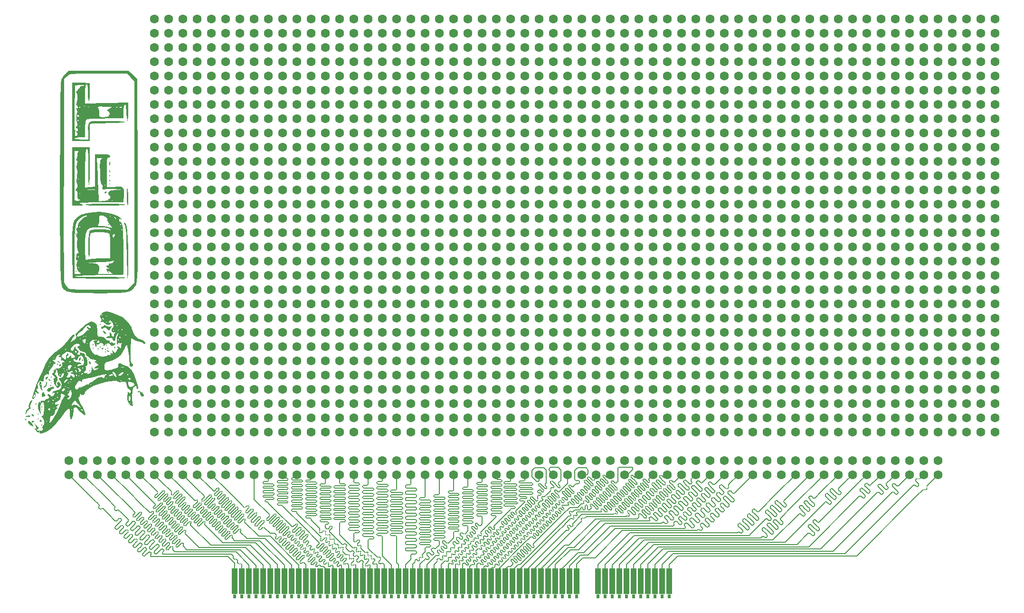
<source format=gbr>
%TF.GenerationSoftware,KiCad,Pcbnew,9.0.2*%
%TF.CreationDate,2025-06-03T09:59:19-04:00*%
%TF.ProjectId,PCI_Proto,5043495f-5072-46f7-946f-2e6b69636164,rev?*%
%TF.SameCoordinates,Original*%
%TF.FileFunction,Copper,L1,Top*%
%TF.FilePolarity,Positive*%
%FSLAX46Y46*%
G04 Gerber Fmt 4.6, Leading zero omitted, Abs format (unit mm)*
G04 Created by KiCad (PCBNEW 9.0.2) date 2025-06-03 09:59:19*
%MOMM*%
%LPD*%
G01*
G04 APERTURE LIST*
%TA.AperFunction,EtchedComponent*%
%ADD10C,0.000000*%
%TD*%
%TA.AperFunction,ConnectorPad*%
%ADD11R,1.020000X4.570000*%
%TD*%
%TA.AperFunction,ConnectorPad*%
%ADD12R,0.510000X0.760000*%
%TD*%
%TA.AperFunction,ComponentPad*%
%ADD13C,1.600000*%
%TD*%
%TA.AperFunction,Conductor*%
%ADD14C,0.200000*%
%TD*%
%ADD15C,0.350000*%
G04 APERTURE END LIST*
D10*
%TA.AperFunction,EtchedComponent*%
%TO.C,REF\u002A\u002A*%
G36*
X82838883Y-86770961D02*
G01*
X82732160Y-86877684D01*
X82625438Y-86770961D01*
X82732160Y-86664239D01*
X82838883Y-86770961D01*
G37*
%TD.AperFunction*%
%TA.AperFunction,EtchedComponent*%
G36*
X82838883Y-80154155D02*
G01*
X82732160Y-80260877D01*
X82625438Y-80154155D01*
X82732160Y-80047432D01*
X82838883Y-80154155D01*
G37*
%TD.AperFunction*%
%TA.AperFunction,EtchedComponent*%
G36*
X88601908Y-78446592D02*
G01*
X88495185Y-78553314D01*
X88388463Y-78446592D01*
X88495185Y-78339869D01*
X88601908Y-78446592D01*
G37*
%TD.AperFunction*%
%TA.AperFunction,EtchedComponent*%
G36*
X88601908Y-73964239D02*
G01*
X88495185Y-74070961D01*
X88388462Y-73964239D01*
X88495185Y-73857516D01*
X88601908Y-73964239D01*
G37*
%TD.AperFunction*%
%TA.AperFunction,EtchedComponent*%
G36*
X88815354Y-71189449D02*
G01*
X88708631Y-71296171D01*
X88601908Y-71189449D01*
X88708631Y-71082726D01*
X88815354Y-71189449D01*
G37*
%TD.AperFunction*%
%TA.AperFunction,EtchedComponent*%
G36*
X88799950Y-70542838D02*
G01*
X88815354Y-70655835D01*
X88737257Y-70831525D01*
X88673057Y-70798132D01*
X88647511Y-70544822D01*
X88673057Y-70513538D01*
X88799950Y-70542838D01*
G37*
%TD.AperFunction*%
%TA.AperFunction,EtchedComponent*%
G36*
X88799950Y-69689057D02*
G01*
X88815354Y-69802054D01*
X88737257Y-69977744D01*
X88673057Y-69944351D01*
X88647511Y-69691041D01*
X88673057Y-69659757D01*
X88799950Y-69689057D01*
G37*
%TD.AperFunction*%
%TA.AperFunction,EtchedComponent*%
G36*
X88783410Y-68856293D02*
G01*
X88798503Y-69072782D01*
X88746375Y-69300535D01*
X88669546Y-69201739D01*
X88644100Y-68868149D01*
X88686397Y-68792635D01*
X88783410Y-68856293D01*
G37*
%TD.AperFunction*%
%TA.AperFunction,EtchedComponent*%
G36*
X88169468Y-72649667D02*
G01*
X88175017Y-72670969D01*
X88025449Y-72853203D01*
X87961572Y-72897012D01*
X87764886Y-72880089D01*
X87748127Y-72802886D01*
X87903068Y-72585530D01*
X87961572Y-72576844D01*
X88169468Y-72649667D01*
G37*
%TD.AperFunction*%
%TA.AperFunction,EtchedComponent*%
G36*
X88750992Y-67354369D02*
G01*
X88757219Y-67667600D01*
X88740568Y-68129250D01*
X88697997Y-68255980D01*
X88664718Y-68147852D01*
X88629405Y-67525876D01*
X88664719Y-67187348D01*
X88717502Y-67086199D01*
X88750992Y-67354369D01*
G37*
%TD.AperFunction*%
%TA.AperFunction,EtchedComponent*%
G36*
X91963443Y-72377926D02*
G01*
X91997452Y-73098622D01*
X92002032Y-73412838D01*
X91997300Y-74211992D01*
X91971782Y-74801778D01*
X91930380Y-75091347D01*
X91910818Y-75103120D01*
X91820926Y-74812039D01*
X91757783Y-74238102D01*
X91725666Y-73524753D01*
X91728859Y-72815434D01*
X91771638Y-72253590D01*
X91819521Y-72043230D01*
X91902597Y-72014603D01*
X91963443Y-72377926D01*
G37*
%TD.AperFunction*%
%TA.AperFunction,EtchedComponent*%
G36*
X88951167Y-74748888D02*
G01*
X89924601Y-74774146D01*
X90729557Y-74815140D01*
X91281026Y-74871795D01*
X91491457Y-74937746D01*
X91324127Y-74993093D01*
X90796628Y-75043498D01*
X89975681Y-75085364D01*
X88928007Y-75115100D01*
X87963199Y-75127796D01*
X86457012Y-75125336D01*
X85344570Y-75094809D01*
X84635983Y-75036761D01*
X84341359Y-74951739D01*
X84333001Y-74931727D01*
X84532123Y-74861087D01*
X85072820Y-74806609D01*
X85870081Y-74768222D01*
X86838898Y-74745853D01*
X87894263Y-74739433D01*
X88951167Y-74748888D01*
G37*
%TD.AperFunction*%
%TA.AperFunction,EtchedComponent*%
G36*
X91572233Y-78291588D02*
G01*
X91744503Y-78798844D01*
X91872876Y-79665838D01*
X91959346Y-80910215D01*
X92005910Y-82549621D01*
X92015844Y-83978384D01*
X92011111Y-85264482D01*
X91997215Y-86383631D01*
X91975742Y-87273942D01*
X91948277Y-87873524D01*
X91916408Y-88120484D01*
X91909649Y-88122119D01*
X91873716Y-87885734D01*
X91835389Y-87287824D01*
X91797340Y-86393725D01*
X91762244Y-85268773D01*
X91732775Y-83978304D01*
X91726946Y-83657553D01*
X91698127Y-82107197D01*
X91669168Y-80925009D01*
X91635362Y-80052294D01*
X91592003Y-79430354D01*
X91534382Y-79000491D01*
X91457790Y-78704009D01*
X91357522Y-78482210D01*
X91304738Y-78393230D01*
X91269851Y-78160147D01*
X91354068Y-78126424D01*
X91572233Y-78291588D01*
G37*
%TD.AperFunction*%
%TA.AperFunction,EtchedComponent*%
G36*
X92820589Y-51749468D02*
G01*
X93617875Y-52480076D01*
X93672464Y-70586023D01*
X93681877Y-73784900D01*
X93689209Y-76584673D01*
X93693923Y-79013124D01*
X93695480Y-81098037D01*
X93693341Y-82867195D01*
X93686967Y-84348381D01*
X93675822Y-85569378D01*
X93659365Y-86557969D01*
X93637060Y-87341938D01*
X93608367Y-87949069D01*
X93572747Y-88407144D01*
X93529664Y-88743945D01*
X93478578Y-88987258D01*
X93418952Y-89164864D01*
X93350245Y-89304547D01*
X93308373Y-89375305D01*
X93040154Y-89776758D01*
X92750082Y-90089430D01*
X92383767Y-90324352D01*
X91886821Y-90492557D01*
X91204855Y-90605081D01*
X90283480Y-90672953D01*
X89068307Y-90707208D01*
X87504948Y-90718878D01*
X86697318Y-90719685D01*
X86680900Y-90719701D01*
X85020197Y-90714676D01*
X83732352Y-90697506D01*
X82763430Y-90665048D01*
X82059492Y-90614160D01*
X81566602Y-90541698D01*
X81230822Y-90444519D01*
X81124333Y-90395920D01*
X80903024Y-90285705D01*
X80708912Y-90180556D01*
X80540219Y-90053369D01*
X80395164Y-89877039D01*
X80271967Y-89624459D01*
X80168848Y-89268529D01*
X80084028Y-88782142D01*
X80015726Y-88138194D01*
X79962162Y-87309581D01*
X79921557Y-86269197D01*
X79892131Y-84989938D01*
X79872103Y-83444700D01*
X79859694Y-81606379D01*
X79853124Y-79447869D01*
X79851891Y-78217902D01*
X80523568Y-78217902D01*
X80524705Y-80506965D01*
X80528601Y-82582773D01*
X80535152Y-84412954D01*
X80544256Y-85965136D01*
X80555807Y-87206947D01*
X80569704Y-88106015D01*
X80585841Y-88629967D01*
X80596542Y-88750760D01*
X80840250Y-89276402D01*
X81136749Y-89657903D01*
X81292250Y-89790475D01*
X81496075Y-89891968D01*
X81802665Y-89966510D01*
X82266462Y-90018224D01*
X82941909Y-90051242D01*
X83883447Y-90069686D01*
X85145517Y-90077684D01*
X86697319Y-90079365D01*
X91836427Y-90079365D01*
X92460344Y-89455447D01*
X93084261Y-88831530D01*
X93084261Y-70889067D01*
X93084261Y-52946604D01*
X92461553Y-52249538D01*
X91838845Y-51552474D01*
X86704629Y-51552474D01*
X85094190Y-51553578D01*
X83855528Y-51560067D01*
X82933527Y-51576708D01*
X82273075Y-51608268D01*
X81819058Y-51659514D01*
X81516362Y-51735213D01*
X81309873Y-51840131D01*
X81144477Y-51979035D01*
X81084060Y-52038599D01*
X80597706Y-52524723D01*
X80537751Y-70394901D01*
X80529987Y-73129498D01*
X80525295Y-75747955D01*
X80523568Y-78217902D01*
X79851891Y-78217902D01*
X79850612Y-76942066D01*
X79850379Y-74061867D01*
X79850648Y-71000498D01*
X79853209Y-67604347D01*
X79860787Y-64517731D01*
X79873224Y-61754440D01*
X79890361Y-59328261D01*
X79912038Y-57252987D01*
X79938099Y-55542408D01*
X79968384Y-54210314D01*
X80002734Y-53270494D01*
X80040992Y-52736738D01*
X80061919Y-52625419D01*
X80369634Y-52089826D01*
X80822276Y-51561033D01*
X80840146Y-51544297D01*
X81407101Y-51018862D01*
X86715202Y-51018861D01*
X92023303Y-51018861D01*
X92820589Y-51749468D01*
G37*
%TD.AperFunction*%
%TA.AperFunction,EtchedComponent*%
G36*
X85186782Y-64679366D02*
G01*
X85186782Y-68107088D01*
X85176534Y-69252294D01*
X85148198Y-70221568D01*
X85105386Y-70946585D01*
X85051710Y-71359020D01*
X85011304Y-71426359D01*
X84948481Y-71183283D01*
X84905193Y-70599546D01*
X84885148Y-69761082D01*
X84892053Y-68753831D01*
X84893352Y-68692334D01*
X84909425Y-67195089D01*
X84881455Y-66101052D01*
X84807306Y-65388601D01*
X84684837Y-65036113D01*
X84529078Y-65010267D01*
X84462067Y-65254678D01*
X84404909Y-65850361D01*
X84361867Y-66721733D01*
X84337204Y-67793213D01*
X84333001Y-68486258D01*
X84333001Y-71841066D01*
X85186782Y-71759646D01*
X86040564Y-71678224D01*
X86040565Y-68819130D01*
X86040565Y-66600373D01*
X86419010Y-66600373D01*
X86561694Y-69641970D01*
X86616155Y-70813524D01*
X86665763Y-71900233D01*
X86705796Y-72797213D01*
X86731529Y-73399582D01*
X86735252Y-73493941D01*
X86766127Y-74304316D01*
X87737379Y-74241000D01*
X88283490Y-74177684D01*
X89028799Y-74177684D01*
X89135522Y-74284407D01*
X89242244Y-74177684D01*
X89135522Y-74070961D01*
X89028799Y-74177684D01*
X88283490Y-74177684D01*
X88348688Y-74170125D01*
X88653660Y-74018767D01*
X88772582Y-73721477D01*
X88779942Y-73673741D01*
X88764801Y-73334007D01*
X88642526Y-73298801D01*
X88497348Y-73222363D01*
X88464492Y-72895750D01*
X88512915Y-72599382D01*
X88683043Y-72435130D01*
X89077461Y-72358354D01*
X89775858Y-72325095D01*
X91056530Y-72286490D01*
X89455690Y-72164860D01*
X88669274Y-72129051D01*
X88058282Y-72145897D01*
X87854849Y-72187462D01*
X87738048Y-72211326D01*
X87721447Y-72226102D01*
X87517208Y-72251501D01*
X87433266Y-72158540D01*
X87367173Y-71853634D01*
X87404733Y-71781862D01*
X87394656Y-71539014D01*
X87309157Y-71402894D01*
X87748127Y-71402894D01*
X87854849Y-71509617D01*
X87961572Y-71402894D01*
X87854849Y-71296171D01*
X87748127Y-71402894D01*
X87309157Y-71402894D01*
X87271561Y-71343039D01*
X87138557Y-70963981D01*
X87040000Y-70228441D01*
X86984360Y-69206038D01*
X86978460Y-68933681D01*
X86968688Y-67971502D01*
X86987212Y-67354224D01*
X87049803Y-67000037D01*
X87172229Y-66827134D01*
X87370257Y-66753709D01*
X87399813Y-66747704D01*
X87559493Y-66683081D01*
X87305818Y-66638566D01*
X87136929Y-66629441D01*
X86419010Y-66600373D01*
X86040565Y-66600373D01*
X86040565Y-65960037D01*
X87427959Y-65960037D01*
X88195618Y-65978909D01*
X88623340Y-66049676D01*
X88796976Y-66193563D01*
X88815354Y-66303041D01*
X88684114Y-66545398D01*
X88495185Y-66523186D01*
X88361868Y-66525301D01*
X88270816Y-66693165D01*
X88214427Y-67088328D01*
X88185093Y-67772341D01*
X88175208Y-68806756D01*
X88174885Y-69115055D01*
X88174752Y-71829785D01*
X89202933Y-71758465D01*
X90153906Y-71705747D01*
X90755188Y-71742640D01*
X91082410Y-71922197D01*
X91211205Y-72297469D01*
X91217204Y-72921508D01*
X91206429Y-73163818D01*
X91142883Y-74497852D01*
X89135522Y-74508023D01*
X86830800Y-74519701D01*
X86766127Y-74520383D01*
X85456055Y-74534218D01*
X85400227Y-74535615D01*
X84372177Y-74561327D01*
X83612107Y-74599304D01*
X83208789Y-74646428D01*
X83195164Y-74700973D01*
X83223244Y-74708402D01*
X83815502Y-74873610D01*
X83987384Y-74992196D01*
X83737173Y-75068340D01*
X83063156Y-75106216D01*
X83059847Y-75106291D01*
X82945606Y-75108865D01*
X81985101Y-75130504D01*
X81985101Y-69904935D01*
X81985101Y-69755500D01*
X82411992Y-69755500D01*
X82411992Y-74191299D01*
X82945606Y-74235462D01*
X83345272Y-74199223D01*
X83479220Y-74075269D01*
X83372496Y-73990628D01*
X83325465Y-73953328D01*
X83192706Y-73980859D01*
X83159051Y-73974167D01*
X83010023Y-73944535D01*
X82948977Y-73598115D01*
X82961286Y-73225614D01*
X82956648Y-72897012D01*
X83265774Y-72897012D01*
X83372496Y-73003733D01*
X83479219Y-72897012D01*
X83372496Y-72790289D01*
X83265774Y-72897012D01*
X82956648Y-72897012D01*
X82954070Y-72714374D01*
X82868213Y-72477580D01*
X82820908Y-72481230D01*
X82648490Y-72471338D01*
X82655950Y-72257048D01*
X84680833Y-72257048D01*
X84923246Y-72289235D01*
X85400227Y-72299436D01*
X85927180Y-72286200D01*
X86124675Y-72251746D01*
X85987202Y-72210517D01*
X85297751Y-72174787D01*
X84813253Y-72210517D01*
X84680833Y-72257048D01*
X82655950Y-72257048D01*
X82656224Y-72249177D01*
X82772083Y-72074457D01*
X82907017Y-71779002D01*
X82948035Y-71388760D01*
X82883793Y-71113578D01*
X82825690Y-71082726D01*
X82760264Y-70901499D01*
X82805428Y-70458260D01*
X82819539Y-70389029D01*
X82826495Y-70335667D01*
X83052328Y-70335667D01*
X83159051Y-70442390D01*
X83265774Y-70335667D01*
X83159051Y-70228945D01*
X83052328Y-70335667D01*
X82826495Y-70335667D01*
X82904543Y-69736921D01*
X82909726Y-69068493D01*
X82840220Y-68548737D01*
X82756678Y-68368028D01*
X82747397Y-68115647D01*
X82860782Y-67716724D01*
X82959012Y-67243585D01*
X82793794Y-66994880D01*
X82665030Y-66844217D01*
X82739209Y-66817087D01*
X82889967Y-66631267D01*
X82930899Y-66226844D01*
X82987117Y-65740495D01*
X83137296Y-65483052D01*
X83156487Y-65362605D01*
X82892244Y-65322969D01*
X82411992Y-65319701D01*
X82411992Y-69755500D01*
X81985101Y-69755500D01*
X81985101Y-64679365D01*
X83585942Y-64679365D01*
X85186782Y-64679366D01*
G37*
%TD.AperFunction*%
%TA.AperFunction,EtchedComponent*%
G36*
X83585942Y-53173264D02*
G01*
X85186782Y-53215634D01*
X85186782Y-54904635D01*
X85163051Y-55758640D01*
X85096526Y-56298850D01*
X84994210Y-56472121D01*
X84980971Y-56466436D01*
X84882616Y-56203369D01*
X84825269Y-55638634D01*
X84820887Y-54924622D01*
X84813993Y-54045019D01*
X84720121Y-53552390D01*
X84599807Y-53420596D01*
X84461717Y-53490253D01*
X84377328Y-53847581D01*
X84338124Y-54546446D01*
X84332733Y-55109897D01*
X84332465Y-56888608D01*
X88174750Y-56821774D01*
X92017034Y-56754939D01*
X92017034Y-58511550D01*
X92002535Y-59296565D01*
X91963887Y-59866974D01*
X91908359Y-60132885D01*
X91885571Y-60136697D01*
X91804761Y-59867554D01*
X91731908Y-59307627D01*
X91693396Y-58767090D01*
X91656689Y-58043816D01*
X91625633Y-57475821D01*
X91611414Y-57249541D01*
X91472500Y-57072682D01*
X91376698Y-57102054D01*
X91257967Y-57373026D01*
X91180472Y-57928943D01*
X91163253Y-58395323D01*
X91163253Y-59556676D01*
X90611852Y-59556676D01*
X89989303Y-59556676D01*
X88085752Y-59556676D01*
X87528959Y-59560959D01*
X86959586Y-59565338D01*
X85969308Y-59589132D01*
X85201575Y-59624771D01*
X84866614Y-59657058D01*
X84743043Y-59668967D01*
X84670626Y-59686235D01*
X84485230Y-59855070D01*
X84379667Y-60241240D01*
X84336454Y-60930330D01*
X84332688Y-61340436D01*
X84332375Y-62865079D01*
X84226278Y-62872384D01*
X83427261Y-62927396D01*
X83372496Y-62933706D01*
X82711860Y-63009819D01*
X82608596Y-63045172D01*
X82411383Y-63112689D01*
X82516321Y-63210684D01*
X83017169Y-63278480D01*
X83565040Y-63294393D01*
X84910160Y-63296817D01*
X84867582Y-62019001D01*
X84839684Y-61249829D01*
X84855584Y-60701436D01*
X84975532Y-60337242D01*
X85259779Y-60120668D01*
X85768572Y-60015138D01*
X86562162Y-59984071D01*
X87700799Y-59990890D01*
X88200505Y-59995526D01*
X89319973Y-60015052D01*
X90280570Y-60052006D01*
X91004928Y-60101834D01*
X91415678Y-60159978D01*
X91478173Y-60188521D01*
X91314947Y-60249337D01*
X90796185Y-60304629D01*
X89993244Y-60349707D01*
X88977476Y-60379878D01*
X88451378Y-60387531D01*
X87338299Y-60406263D01*
X86382933Y-60436829D01*
X85663739Y-60475594D01*
X85259175Y-60518922D01*
X85201447Y-60538089D01*
X85148493Y-60796169D01*
X85123130Y-61360170D01*
X85130636Y-62109705D01*
X85131458Y-62134812D01*
X85180867Y-63612138D01*
X83582984Y-63612138D01*
X81985101Y-63612138D01*
X81985101Y-59793008D01*
X82450658Y-59793008D01*
X82461757Y-61059269D01*
X82493305Y-61997884D01*
X82544207Y-62575195D01*
X82608596Y-62758356D01*
X82909970Y-62602841D01*
X82950205Y-62244016D01*
X82803896Y-61960975D01*
X82647030Y-61727320D01*
X82785522Y-61769476D01*
X83013439Y-61768407D01*
X83052328Y-61597004D01*
X82927531Y-61305184D01*
X82812748Y-61264238D01*
X82682415Y-61180372D01*
X82810896Y-60977793D01*
X82828291Y-60944071D01*
X83265774Y-60944071D01*
X83372496Y-61050793D01*
X83479220Y-60944071D01*
X83372496Y-60837347D01*
X83265774Y-60944071D01*
X82828291Y-60944071D01*
X82962904Y-60683114D01*
X82942891Y-60585614D01*
X82826825Y-60282793D01*
X82771950Y-59841269D01*
X82910031Y-59841269D01*
X82939331Y-59968163D01*
X83052328Y-59983566D01*
X83228018Y-59905470D01*
X83194625Y-59841269D01*
X83052328Y-59826919D01*
X82941316Y-59815724D01*
X82910031Y-59841269D01*
X82771950Y-59841269D01*
X82762922Y-59768627D01*
X82755749Y-59212675D01*
X82781306Y-59010465D01*
X82838883Y-59010465D01*
X82988452Y-59192698D01*
X83052329Y-59236508D01*
X83249015Y-59219584D01*
X83265774Y-59142382D01*
X83110830Y-58925026D01*
X83052329Y-58916340D01*
X82844432Y-58989163D01*
X82838883Y-59010465D01*
X82781306Y-59010465D01*
X82809866Y-58784500D01*
X82890800Y-58650014D01*
X82985105Y-58425254D01*
X82848196Y-58079959D01*
X82713203Y-57747624D01*
X82817588Y-57729229D01*
X83018541Y-57695932D01*
X83052328Y-57541541D01*
X83047242Y-57528945D01*
X83265774Y-57528945D01*
X83372496Y-57635667D01*
X83479219Y-57528945D01*
X84759891Y-57528945D01*
X84866614Y-57635667D01*
X84919449Y-57582832D01*
X86577131Y-57582832D01*
X86673096Y-57732987D01*
X86839538Y-58170127D01*
X86849102Y-58700939D01*
X86818557Y-59125513D01*
X86972730Y-59304216D01*
X87423716Y-59342946D01*
X87528959Y-59343230D01*
X88107272Y-59283304D01*
X88505322Y-59136557D01*
X88534530Y-59111785D01*
X88695229Y-58751196D01*
X88616980Y-58386240D01*
X88361831Y-58189557D01*
X88207347Y-58201474D01*
X88119945Y-58179199D01*
X88350894Y-57985422D01*
X88441824Y-57923822D01*
X88840286Y-57654317D01*
X89007928Y-57528945D01*
X89882580Y-57528945D01*
X89989303Y-57635667D01*
X90040334Y-57584636D01*
X90402047Y-57584636D01*
X90611852Y-57618816D01*
X90888694Y-57579573D01*
X90891999Y-57506711D01*
X90606326Y-57455758D01*
X90482896Y-57489860D01*
X90402047Y-57584636D01*
X90040334Y-57584636D01*
X90096026Y-57528945D01*
X89989303Y-57422222D01*
X89882580Y-57528945D01*
X89007928Y-57528945D01*
X89026883Y-57514769D01*
X89028799Y-57511456D01*
X88834617Y-57492411D01*
X88328847Y-57468068D01*
X87715809Y-57446723D01*
X87006843Y-57437020D01*
X86651415Y-57475765D01*
X86577131Y-57582832D01*
X84919449Y-57582832D01*
X84973337Y-57528945D01*
X84866614Y-57422223D01*
X84759891Y-57528945D01*
X83479219Y-57528945D01*
X83372496Y-57422223D01*
X83265774Y-57528945D01*
X83047242Y-57528945D01*
X82961048Y-57315499D01*
X84119556Y-57315499D01*
X84226279Y-57422222D01*
X84333001Y-57315499D01*
X84226279Y-57208776D01*
X84119556Y-57315499D01*
X82961048Y-57315499D01*
X82934439Y-57249605D01*
X82826286Y-57208776D01*
X82712486Y-57072635D01*
X82763987Y-56943833D01*
X82879261Y-56566144D01*
X82929671Y-56015714D01*
X82917556Y-55445746D01*
X82845253Y-55009440D01*
X82732160Y-54857671D01*
X82685338Y-54769941D01*
X82803752Y-54673661D01*
X83059982Y-54407848D01*
X83091902Y-54303400D01*
X83246141Y-54163684D01*
X83302984Y-54172468D01*
X83412903Y-54097374D01*
X83375766Y-54012384D01*
X83436860Y-53839410D01*
X83680068Y-53793650D01*
X84034163Y-53744067D01*
X84119555Y-53672553D01*
X83932198Y-53613137D01*
X83467260Y-53616993D01*
X83319135Y-53629307D01*
X82518715Y-53707159D01*
X82461109Y-58232758D01*
X82450658Y-59793008D01*
X81985101Y-59793008D01*
X81985101Y-58371516D01*
X81985101Y-53130893D01*
X83585942Y-53173264D01*
G37*
%TD.AperFunction*%
%TA.AperFunction,EtchedComponent*%
G36*
X88187526Y-76346620D02*
G01*
X89290204Y-76586404D01*
X90167949Y-76943892D01*
X90645431Y-77317366D01*
X90835904Y-77574878D01*
X90761069Y-77571452D01*
X90728739Y-77547595D01*
X90471108Y-77420002D01*
X90401308Y-77654504D01*
X90400949Y-77695686D01*
X90472156Y-77977553D01*
X90569055Y-77991186D01*
X90765311Y-78027790D01*
X90920235Y-78416809D01*
X91035592Y-79173763D01*
X91113149Y-80314171D01*
X91154673Y-81853553D01*
X91163253Y-83210477D01*
X91163253Y-87412958D01*
X90807510Y-87418749D01*
X90629639Y-87421645D01*
X89868683Y-87434033D01*
X87864288Y-87466663D01*
X86840984Y-87483322D01*
X85522927Y-87511536D01*
X84511194Y-87544295D01*
X84351819Y-87549454D01*
X83394182Y-87593873D01*
X82716536Y-87641583D01*
X82411992Y-87685539D01*
X82385400Y-87689377D01*
X82366203Y-87699037D01*
X82523208Y-87739850D01*
X83048075Y-87772557D01*
X83881831Y-87795758D01*
X84965500Y-87808051D01*
X86240106Y-87808033D01*
X86792682Y-87804243D01*
X88257898Y-87800514D01*
X89511406Y-87815397D01*
X90501438Y-87847129D01*
X91176224Y-87893948D01*
X91483997Y-87954089D01*
X91495469Y-87964405D01*
X91332142Y-88028631D01*
X90774549Y-88076352D01*
X89855033Y-88106567D01*
X88605937Y-88118273D01*
X87059603Y-88110469D01*
X86855545Y-88108173D01*
X82091824Y-88051634D01*
X82037023Y-83249112D01*
X82035983Y-83121286D01*
X82411992Y-83121286D01*
X82411992Y-87304575D01*
X83212412Y-87275506D01*
X83611734Y-87239087D01*
X83649047Y-87181625D01*
X83554338Y-87156791D01*
X83372496Y-87034066D01*
X83159051Y-86890009D01*
X83151383Y-86884834D01*
X82873882Y-86348358D01*
X82837405Y-86130625D01*
X83052328Y-86130625D01*
X83159051Y-86237348D01*
X83265774Y-86130625D01*
X83159051Y-86023903D01*
X83052328Y-86130625D01*
X82837405Y-86130625D01*
X82765571Y-85701838D01*
X82839166Y-85278273D01*
X84933345Y-85278273D01*
X85089481Y-85319210D01*
X85506950Y-85366087D01*
X86219168Y-85449018D01*
X86611085Y-85559550D01*
X86788293Y-85754344D01*
X86856394Y-86090060D01*
X86856407Y-86090171D01*
X86821996Y-86641238D01*
X86670188Y-86997314D01*
X86591679Y-87160226D01*
X86740395Y-87253782D01*
X87185890Y-87295880D01*
X87864288Y-87304575D01*
X88572201Y-87296545D01*
X89059821Y-87275442D01*
X89226280Y-87245744D01*
X89224457Y-87244177D01*
X89003325Y-87082373D01*
X88721020Y-86870647D01*
X88455402Y-86710914D01*
X88466810Y-86824324D01*
X88548688Y-87060803D01*
X88515292Y-87091129D01*
X88338473Y-86927918D01*
X88186230Y-86685190D01*
X88079142Y-86392138D01*
X88281127Y-86348466D01*
X88445527Y-86378398D01*
X88748074Y-86428890D01*
X88704905Y-86352133D01*
X88388463Y-86151566D01*
X88071959Y-85893692D01*
X88145877Y-85771397D01*
X88457689Y-85790469D01*
X88537504Y-85686350D01*
X88498454Y-85602300D01*
X88555862Y-85425569D01*
X88767183Y-85383566D01*
X89274866Y-85258974D01*
X89440324Y-84896994D01*
X89438839Y-84867740D01*
X89368406Y-84802502D01*
X89314329Y-84903315D01*
X89278986Y-84925091D01*
X89103375Y-85033296D01*
X88567631Y-85124898D01*
X87670481Y-85182386D01*
X86716474Y-85206003D01*
X85724713Y-85224599D01*
X85137713Y-85247713D01*
X84933345Y-85278273D01*
X82839166Y-85278273D01*
X82870184Y-85099751D01*
X82935896Y-84972387D01*
X83004302Y-84777807D01*
X82886013Y-84820825D01*
X82730344Y-84770013D01*
X82731604Y-84373552D01*
X82752329Y-84209617D01*
X83052328Y-84209617D01*
X83159051Y-84316340D01*
X83265774Y-84209617D01*
X83159051Y-84102894D01*
X83052328Y-84209617D01*
X82752329Y-84209617D01*
X82794138Y-83878898D01*
X82824177Y-83610045D01*
X82978743Y-83542759D01*
X83105690Y-83597656D01*
X83251741Y-83647285D01*
X83101093Y-83422991D01*
X83093853Y-83414037D01*
X82915486Y-82901310D01*
X82899359Y-82343401D01*
X84333001Y-82343401D01*
X84341637Y-83484012D01*
X84370878Y-84245725D01*
X84425730Y-84676251D01*
X84511194Y-84823295D01*
X84589135Y-84785919D01*
X84953748Y-84649048D01*
X85696914Y-84561939D01*
X86772622Y-84529851D01*
X86830312Y-84529785D01*
X88815354Y-84529785D01*
X88815354Y-82519511D01*
X88802124Y-81602696D01*
X88766672Y-80825066D01*
X88736272Y-80515087D01*
X89245513Y-80515087D01*
X89278986Y-80834317D01*
X89402386Y-80765943D01*
X89455690Y-80687768D01*
X89637178Y-80383527D01*
X89595811Y-80245160D01*
X89455690Y-80154155D01*
X89294250Y-80225062D01*
X89245513Y-80515087D01*
X88736272Y-80515087D01*
X88715348Y-80301740D01*
X88685795Y-80171612D01*
X88520395Y-79988563D01*
X88142136Y-79883255D01*
X87465953Y-79838741D01*
X86990828Y-79833987D01*
X86211087Y-79862203D01*
X85608080Y-79936609D01*
X85299889Y-80041845D01*
X85288566Y-80055424D01*
X85230618Y-80354470D01*
X85188522Y-80973365D01*
X85168033Y-81805187D01*
X85167909Y-82296600D01*
X85159324Y-83165969D01*
X85122984Y-83847653D01*
X85065445Y-84248799D01*
X85025328Y-84316340D01*
X84940081Y-84120982D01*
X84888218Y-83604255D01*
X84867327Y-82870176D01*
X84874997Y-82022762D01*
X84908815Y-81166032D01*
X84966370Y-80404002D01*
X85045249Y-79840690D01*
X85134990Y-79586955D01*
X85513184Y-79430077D01*
X86176108Y-79339141D01*
X86986893Y-79313072D01*
X87808670Y-79350794D01*
X88504571Y-79451232D01*
X88937728Y-79613312D01*
X88942370Y-79616863D01*
X89211680Y-79819563D01*
X89203003Y-79768034D01*
X89140970Y-79693956D01*
X88993714Y-79518109D01*
X90781965Y-79518109D01*
X90807510Y-79549393D01*
X90934403Y-79520093D01*
X90949807Y-79407096D01*
X90871710Y-79231406D01*
X90807510Y-79264799D01*
X90781965Y-79518109D01*
X88993714Y-79518109D01*
X88942356Y-79456779D01*
X88677579Y-79208871D01*
X88333838Y-79064648D01*
X87796955Y-78997352D01*
X86952750Y-78980225D01*
X86908757Y-78980205D01*
X85940209Y-78995023D01*
X85251048Y-79080835D01*
X84793761Y-79299678D01*
X84520834Y-79713591D01*
X84384756Y-80384612D01*
X84338013Y-81374778D01*
X84333001Y-82343401D01*
X82899359Y-82343401D01*
X82889239Y-81993329D01*
X82901267Y-81779715D01*
X82921333Y-81027993D01*
X82859480Y-80650909D01*
X82773401Y-80621515D01*
X82666656Y-80616456D01*
X82746901Y-80453940D01*
X82928459Y-79921810D01*
X82836242Y-79468746D01*
X82732160Y-79357003D01*
X82670337Y-79216924D01*
X82785522Y-79196919D01*
X82984649Y-79011645D01*
X83010494Y-78873482D01*
X83265774Y-78873482D01*
X83372497Y-78980205D01*
X83479220Y-78873482D01*
X83372496Y-78766760D01*
X83265774Y-78873482D01*
X83010494Y-78873482D01*
X83052328Y-78649845D01*
X83055165Y-78640765D01*
X86575154Y-78640765D01*
X86729338Y-78735859D01*
X87215687Y-78765735D01*
X87415856Y-78766760D01*
X88128137Y-78819462D01*
X88728722Y-78951853D01*
X88881872Y-79015805D01*
X89140970Y-79135800D01*
X89163031Y-79058373D01*
X88935639Y-78727045D01*
X88815353Y-78568031D01*
X88770349Y-78508535D01*
X88728752Y-78446592D01*
X90522917Y-78446592D01*
X90629639Y-78553314D01*
X90736362Y-78446592D01*
X90629639Y-78339870D01*
X90522917Y-78446592D01*
X88728752Y-78446592D01*
X88448838Y-78029766D01*
X88305590Y-77697351D01*
X88316381Y-77629318D01*
X88312294Y-77399936D01*
X88048237Y-77140726D01*
X89455690Y-77140726D01*
X89605951Y-77335513D01*
X89669135Y-77379365D01*
X89868683Y-77433755D01*
X89882580Y-77404559D01*
X89732319Y-77209771D01*
X89669135Y-77165919D01*
X89469587Y-77111530D01*
X89455690Y-77140726D01*
X88048237Y-77140726D01*
X88035761Y-77128479D01*
X87625886Y-76916900D01*
X88673057Y-76916900D01*
X88702356Y-77043793D01*
X88815354Y-77059197D01*
X88991043Y-76981100D01*
X88957650Y-76916900D01*
X88704341Y-76891354D01*
X88673057Y-76916900D01*
X87625886Y-76916900D01*
X87617690Y-76912669D01*
X87266727Y-76845751D01*
X86914801Y-76901675D01*
X86816611Y-77155542D01*
X86849102Y-77488042D01*
X86834891Y-78052739D01*
X86679277Y-78448547D01*
X86575154Y-78640765D01*
X83055165Y-78640765D01*
X83212754Y-78136433D01*
X83605398Y-77603726D01*
X84097311Y-77197154D01*
X84506465Y-77059197D01*
X84711560Y-76985118D01*
X84680317Y-76908473D01*
X84415027Y-76903158D01*
X83943660Y-77077554D01*
X83802205Y-77149475D01*
X83363877Y-77420445D01*
X83027815Y-77739542D01*
X82780695Y-78163996D01*
X82609193Y-78751039D01*
X82499988Y-79557901D01*
X82439756Y-80641812D01*
X82415174Y-82060005D01*
X82411992Y-83121286D01*
X82035983Y-83121286D01*
X82023024Y-81529239D01*
X82033732Y-80181646D01*
X82082333Y-79151876D01*
X82182017Y-78385475D01*
X82345968Y-77827987D01*
X82587376Y-77424956D01*
X82919429Y-77121927D01*
X83355312Y-76864444D01*
X83614104Y-76736821D01*
X84573203Y-76419642D01*
X85724694Y-76254625D01*
X86964245Y-76233156D01*
X88187526Y-76346620D01*
G37*
%TD.AperFunction*%
%TA.AperFunction,EtchedComponent*%
G36*
X76695630Y-114174802D02*
G01*
X76588907Y-114281523D01*
X76482183Y-114174801D01*
X76588906Y-114068078D01*
X76695630Y-114174802D01*
G37*
%TD.AperFunction*%
%TA.AperFunction,EtchedComponent*%
G36*
X76055294Y-113107574D02*
G01*
X75948572Y-113214296D01*
X75841848Y-113107574D01*
X75948571Y-113000851D01*
X76055294Y-113107574D01*
G37*
%TD.AperFunction*%
%TA.AperFunction,EtchedComponent*%
G36*
X76055294Y-112253792D02*
G01*
X75948571Y-112360515D01*
X75841848Y-112253792D01*
X75948571Y-112147070D01*
X76055294Y-112253792D01*
G37*
%TD.AperFunction*%
%TA.AperFunction,EtchedComponent*%
G36*
X75201512Y-111400011D02*
G01*
X75094789Y-111506733D01*
X74988067Y-111400011D01*
X75094789Y-111293288D01*
X75201512Y-111400011D01*
G37*
%TD.AperFunction*%
%TA.AperFunction,EtchedComponent*%
G36*
X76695630Y-111400011D02*
G01*
X76588907Y-111506733D01*
X76482184Y-111400011D01*
X76588907Y-111293288D01*
X76695630Y-111400011D01*
G37*
%TD.AperFunction*%
%TA.AperFunction,EtchedComponent*%
G36*
X76695630Y-110973120D02*
G01*
X76588907Y-111079843D01*
X76482184Y-110973120D01*
X76588907Y-110866397D01*
X76695630Y-110973120D01*
G37*
%TD.AperFunction*%
%TA.AperFunction,EtchedComponent*%
G36*
X83739327Y-107344549D02*
G01*
X83632605Y-107451271D01*
X83525882Y-107344550D01*
X83632606Y-107237826D01*
X83739327Y-107344549D01*
G37*
%TD.AperFunction*%
%TA.AperFunction,EtchedComponent*%
G36*
X78403193Y-106704212D02*
G01*
X78296470Y-106810935D01*
X78189747Y-106704212D01*
X78296470Y-106597490D01*
X78403193Y-106704212D01*
G37*
%TD.AperFunction*%
%TA.AperFunction,EtchedComponent*%
G36*
X78403193Y-105636986D02*
G01*
X78296470Y-105743708D01*
X78189747Y-105636986D01*
X78296470Y-105530263D01*
X78403193Y-105636986D01*
G37*
%TD.AperFunction*%
%TA.AperFunction,EtchedComponent*%
G36*
X85233445Y-104569759D02*
G01*
X85126721Y-104676481D01*
X85020000Y-104569759D01*
X85126722Y-104463036D01*
X85233445Y-104569759D01*
G37*
%TD.AperFunction*%
%TA.AperFunction,EtchedComponent*%
G36*
X83952773Y-102648750D02*
G01*
X83846050Y-102755473D01*
X83739327Y-102648750D01*
X83846050Y-102542027D01*
X83952773Y-102648750D01*
G37*
%TD.AperFunction*%
%TA.AperFunction,EtchedComponent*%
G36*
X85020000Y-102435305D02*
G01*
X84913277Y-102542028D01*
X84806554Y-102435305D01*
X84913277Y-102328582D01*
X85020000Y-102435305D01*
G37*
%TD.AperFunction*%
%TA.AperFunction,EtchedComponent*%
G36*
X88008235Y-101154633D02*
G01*
X87901512Y-101261355D01*
X87794789Y-101154633D01*
X87901512Y-101047910D01*
X88008235Y-101154633D01*
G37*
%TD.AperFunction*%
%TA.AperFunction,EtchedComponent*%
G36*
X88008235Y-100727742D02*
G01*
X87901512Y-100834465D01*
X87794790Y-100727742D01*
X87901512Y-100621019D01*
X88008235Y-100727742D01*
G37*
%TD.AperFunction*%
%TA.AperFunction,EtchedComponent*%
G36*
X85873781Y-100514296D02*
G01*
X85767058Y-100621019D01*
X85660336Y-100514295D01*
X85767058Y-100407574D01*
X85873781Y-100514296D01*
G37*
%TD.AperFunction*%
%TA.AperFunction,EtchedComponent*%
G36*
X88435126Y-100514296D02*
G01*
X88328403Y-100621019D01*
X88221680Y-100514296D01*
X88328403Y-100407574D01*
X88435126Y-100514296D01*
G37*
%TD.AperFunction*%
%TA.AperFunction,EtchedComponent*%
G36*
X87154453Y-100300851D02*
G01*
X87047731Y-100407574D01*
X86941008Y-100300851D01*
X87047731Y-100194128D01*
X87154453Y-100300851D01*
G37*
%TD.AperFunction*%
%TA.AperFunction,EtchedComponent*%
G36*
X85873781Y-99873960D02*
G01*
X85767058Y-99980683D01*
X85660336Y-99873959D01*
X85767058Y-99767238D01*
X85873781Y-99873960D01*
G37*
%TD.AperFunction*%
%TA.AperFunction,EtchedComponent*%
G36*
X84166217Y-99233624D02*
G01*
X84059494Y-99340347D01*
X83952773Y-99233624D01*
X84059494Y-99126901D01*
X84166217Y-99233624D01*
G37*
%TD.AperFunction*%
%TA.AperFunction,EtchedComponent*%
G36*
X87154453Y-96245389D02*
G01*
X87047731Y-96352112D01*
X86941008Y-96245389D01*
X87047731Y-96138666D01*
X87154453Y-96245389D01*
G37*
%TD.AperFunction*%
%TA.AperFunction,EtchedComponent*%
G36*
X88862016Y-95818498D02*
G01*
X88755294Y-95925221D01*
X88648571Y-95818498D01*
X88755294Y-95711775D01*
X88862016Y-95818498D01*
G37*
%TD.AperFunction*%
%TA.AperFunction,EtchedComponent*%
G36*
X75612999Y-110326509D02*
G01*
X75628403Y-110439506D01*
X75550307Y-110615196D01*
X75486106Y-110581803D01*
X75460561Y-110328494D01*
X75486106Y-110297210D01*
X75612999Y-110326509D01*
G37*
%TD.AperFunction*%
%TA.AperFunction,EtchedComponent*%
G36*
X78332044Y-107095529D02*
G01*
X78302745Y-107222422D01*
X78189747Y-107237826D01*
X78014058Y-107159730D01*
X78047451Y-107095529D01*
X78300760Y-107069984D01*
X78332044Y-107095529D01*
G37*
%TD.AperFunction*%
%TA.AperFunction,EtchedComponent*%
G36*
X79455016Y-103282812D02*
G01*
X79470420Y-103395809D01*
X79392323Y-103571499D01*
X79328123Y-103538106D01*
X79302578Y-103284796D01*
X79328123Y-103253512D01*
X79455016Y-103282812D01*
G37*
%TD.AperFunction*%
%TA.AperFunction,EtchedComponent*%
G36*
X86712159Y-100508022D02*
G01*
X86727562Y-100621019D01*
X86649466Y-100796709D01*
X86585266Y-100763316D01*
X86559720Y-100510005D01*
X86585266Y-100478722D01*
X86712159Y-100508022D01*
G37*
%TD.AperFunction*%
%TA.AperFunction,EtchedComponent*%
G36*
X89700394Y-100294576D02*
G01*
X89715798Y-100407574D01*
X89637702Y-100583263D01*
X89573501Y-100549871D01*
X89547956Y-100296561D01*
X89573501Y-100265277D01*
X89700394Y-100294576D01*
G37*
%TD.AperFunction*%
%TA.AperFunction,EtchedComponent*%
G36*
X88206275Y-99867686D02*
G01*
X88221681Y-99980683D01*
X88143584Y-100156373D01*
X88079383Y-100122980D01*
X88053837Y-99869670D01*
X88079383Y-99838386D01*
X88206275Y-99867686D01*
G37*
%TD.AperFunction*%
%TA.AperFunction,EtchedComponent*%
G36*
X76496933Y-113330134D02*
G01*
X76686196Y-113536186D01*
X76470631Y-113637012D01*
X76362865Y-113641187D01*
X76143026Y-113536171D01*
X76164169Y-113424260D01*
X76419971Y-113301130D01*
X76496933Y-113330134D01*
G37*
%TD.AperFunction*%
%TA.AperFunction,EtchedComponent*%
G36*
X77692272Y-105731533D02*
G01*
X77572823Y-105926580D01*
X77353525Y-106081502D01*
X77257150Y-106002307D01*
X77301217Y-105757169D01*
X77443914Y-105666050D01*
X77718414Y-105584551D01*
X77692272Y-105731533D01*
G37*
%TD.AperFunction*%
%TA.AperFunction,EtchedComponent*%
G36*
X79583844Y-102820637D02*
G01*
X79740784Y-102942432D01*
X79875669Y-103121897D01*
X79661793Y-103077113D01*
X79621298Y-103061918D01*
X79359926Y-102892828D01*
X79358049Y-102796695D01*
X79583844Y-102820637D01*
G37*
%TD.AperFunction*%
%TA.AperFunction,EtchedComponent*%
G36*
X87579266Y-100471860D02*
G01*
X87581344Y-100501700D01*
X87429738Y-100682235D01*
X87334920Y-100748124D01*
X87188860Y-100773281D01*
X87240794Y-100653998D01*
X87455711Y-100424855D01*
X87579266Y-100471860D01*
G37*
%TD.AperFunction*%
%TA.AperFunction,EtchedComponent*%
G36*
X75195963Y-113500566D02*
G01*
X75201512Y-113521868D01*
X75051943Y-113704101D01*
X74988067Y-113747910D01*
X74791380Y-113730987D01*
X74774621Y-113653783D01*
X74929564Y-113436428D01*
X74988067Y-113427742D01*
X75195963Y-113500566D01*
G37*
%TD.AperFunction*%
%TA.AperFunction,EtchedComponent*%
G36*
X73707395Y-113107574D02*
G01*
X73911235Y-113308686D01*
X73920840Y-113346213D01*
X73782965Y-113360776D01*
X73707395Y-113321019D01*
X73503554Y-113119908D01*
X73493949Y-113082380D01*
X73631824Y-113067817D01*
X73707395Y-113107574D01*
G37*
%TD.AperFunction*%
%TA.AperFunction,EtchedComponent*%
G36*
X74561176Y-112593943D02*
G01*
X74382228Y-112751186D01*
X74134285Y-112787406D01*
X73786835Y-112752975D01*
X73707395Y-112705577D01*
X73883387Y-112593456D01*
X74134286Y-112512115D01*
X74474641Y-112500144D01*
X74561176Y-112593943D01*
G37*
%TD.AperFunction*%
%TA.AperFunction,EtchedComponent*%
G36*
X74988067Y-112253792D02*
G01*
X75193543Y-112536545D01*
X75201512Y-112599154D01*
X75070002Y-112714877D01*
X74988067Y-112680683D01*
X74782590Y-112397929D01*
X74774621Y-112335321D01*
X74906132Y-112219598D01*
X74988067Y-112253792D01*
G37*
%TD.AperFunction*%
%TA.AperFunction,EtchedComponent*%
G36*
X77976301Y-106063876D02*
G01*
X78180143Y-106264988D01*
X78189747Y-106302515D01*
X78051873Y-106317078D01*
X77976302Y-106277323D01*
X77772461Y-106076209D01*
X77762857Y-106038682D01*
X77900731Y-106024120D01*
X77976301Y-106063876D01*
G37*
%TD.AperFunction*%
%TA.AperFunction,EtchedComponent*%
G36*
X80105206Y-103468633D02*
G01*
X80110756Y-103489935D01*
X79961187Y-103672168D01*
X79897310Y-103715977D01*
X79700624Y-103699054D01*
X79683865Y-103621851D01*
X79838808Y-103404495D01*
X79897310Y-103395809D01*
X80105206Y-103468633D01*
G37*
%TD.AperFunction*%
%TA.AperFunction,EtchedComponent*%
G36*
X85241517Y-102922378D02*
G01*
X85310632Y-103075641D01*
X85315069Y-103350485D01*
X85226746Y-103395809D01*
X85043290Y-103222825D01*
X85020000Y-103075641D01*
X85065666Y-102790860D01*
X85103886Y-102755473D01*
X85241517Y-102922378D01*
G37*
%TD.AperFunction*%
%TA.AperFunction,EtchedComponent*%
G36*
X83516610Y-102289433D02*
G01*
X83525882Y-102435305D01*
X83414179Y-102719405D01*
X83319135Y-102755473D01*
X83201695Y-102599016D01*
X83235249Y-102435305D01*
X83386749Y-102154461D01*
X83441995Y-102115137D01*
X83516610Y-102289433D01*
G37*
%TD.AperFunction*%
%TA.AperFunction,EtchedComponent*%
G36*
X88435126Y-100941187D02*
G01*
X88638967Y-101142298D01*
X88648571Y-101179826D01*
X88510696Y-101194389D01*
X88435126Y-101154633D01*
X88231285Y-100953521D01*
X88221681Y-100915993D01*
X88359555Y-100901429D01*
X88435126Y-100941187D01*
G37*
%TD.AperFunction*%
%TA.AperFunction,EtchedComponent*%
G36*
X87833743Y-97568023D02*
G01*
X87978712Y-97703932D01*
X88093225Y-97937012D01*
X87907513Y-97988526D01*
X87688784Y-97904078D01*
X87698786Y-97828885D01*
X87632916Y-97621535D01*
X87529313Y-97561143D01*
X87404078Y-97459171D01*
X87501849Y-97436189D01*
X87833743Y-97568023D01*
G37*
%TD.AperFunction*%
%TA.AperFunction,EtchedComponent*%
G36*
X77050011Y-108411582D02*
G01*
X77027065Y-108500268D01*
X77073070Y-108729254D01*
X77173984Y-108784672D01*
X77250120Y-108926332D01*
X77004557Y-109107735D01*
X76680214Y-109227417D01*
X76574452Y-109031486D01*
X76567563Y-108823330D01*
X76670192Y-108422218D01*
X76857638Y-108305053D01*
X77050011Y-108411582D01*
G37*
%TD.AperFunction*%
%TA.AperFunction,EtchedComponent*%
G36*
X77504215Y-106508763D02*
G01*
X77520344Y-106731439D01*
X77403781Y-107223554D01*
X77229242Y-107451271D01*
X76964024Y-107594142D01*
X76909075Y-107477406D01*
X77046739Y-107249431D01*
X77107675Y-107237826D01*
X77297510Y-107056966D01*
X77398776Y-106757574D01*
X77470714Y-106427248D01*
X77504215Y-106508763D01*
G37*
%TD.AperFunction*%
%TA.AperFunction,EtchedComponent*%
G36*
X74417567Y-113459730D02*
G01*
X74570215Y-113659322D01*
X74863340Y-114014717D01*
X75100092Y-114350085D01*
X75111870Y-114494833D01*
X75108176Y-114494969D01*
X74789199Y-114375126D01*
X74435874Y-114097045D01*
X74170625Y-113782900D01*
X74115875Y-113554864D01*
X74141334Y-113530108D01*
X74383904Y-113442255D01*
X74417567Y-113459730D01*
G37*
%TD.AperFunction*%
%TA.AperFunction,EtchedComponent*%
G36*
X94016678Y-108204488D02*
G01*
X94546691Y-108461153D01*
X94822554Y-108903298D01*
X94835219Y-109014401D01*
X94667963Y-109126633D01*
X94464958Y-109113386D01*
X94175060Y-108877054D01*
X94159065Y-108649425D01*
X94126013Y-108388922D01*
X94013730Y-108393837D01*
X93728811Y-108381183D01*
X93673585Y-108319692D01*
X93739883Y-108192831D01*
X94016678Y-108204488D01*
G37*
%TD.AperFunction*%
%TA.AperFunction,EtchedComponent*%
G36*
X78751221Y-107493909D02*
G01*
X78758935Y-107572109D01*
X78659558Y-107767620D01*
X78579556Y-107748522D01*
X78364990Y-107814176D01*
X78272126Y-107971357D01*
X78030392Y-108246996D01*
X77729676Y-108281091D01*
X77553713Y-108064892D01*
X77549411Y-108005765D01*
X77729884Y-107730092D01*
X78154173Y-107495656D01*
X78592180Y-107386939D01*
X78751221Y-107493909D01*
G37*
%TD.AperFunction*%
%TA.AperFunction,EtchedComponent*%
G36*
X76472698Y-106604211D02*
G01*
X76593964Y-107153889D01*
X76622315Y-107390999D01*
X76705119Y-108198330D01*
X76372461Y-107572028D01*
X76339888Y-107485774D01*
X76207571Y-107135393D01*
X76314342Y-107135393D01*
X76339888Y-107166677D01*
X76466781Y-107137378D01*
X76482184Y-107024379D01*
X76404088Y-106848691D01*
X76339888Y-106882083D01*
X76314342Y-107135393D01*
X76207571Y-107135393D01*
X76175365Y-107050111D01*
X76154976Y-106646673D01*
X76159295Y-106634335D01*
X76321648Y-106420959D01*
X76472698Y-106604211D01*
G37*
%TD.AperFunction*%
%TA.AperFunction,EtchedComponent*%
G36*
X88053193Y-96515878D02*
G01*
X88486175Y-96681783D01*
X88728240Y-96653126D01*
X89008336Y-96573889D01*
X89025180Y-96707661D01*
X88825142Y-97081149D01*
X88627225Y-97365634D01*
X88455742Y-97298298D01*
X88292725Y-97086474D01*
X88002406Y-96813284D01*
X87667368Y-96891751D01*
X87576049Y-96946220D01*
X87256741Y-97099098D01*
X87157713Y-96963070D01*
X87154453Y-96874937D01*
X87249370Y-96646882D01*
X87349668Y-96661013D01*
X87579040Y-96614942D01*
X87635126Y-96513525D01*
X87774128Y-96352994D01*
X88053193Y-96515878D01*
G37*
%TD.AperFunction*%
%TA.AperFunction,EtchedComponent*%
G36*
X74941184Y-109813810D02*
G01*
X74941494Y-109933136D01*
X74773121Y-110270257D01*
X74652536Y-110492868D01*
X74465434Y-110911707D01*
X74524913Y-111073923D01*
X74607721Y-111086332D01*
X74682004Y-111171520D01*
X74494193Y-111318008D01*
X74099343Y-111697519D01*
X73920748Y-112005215D01*
X73734454Y-112467238D01*
X73720924Y-111997592D01*
X73865493Y-111526223D01*
X74080924Y-111310385D01*
X74318721Y-111135219D01*
X74305473Y-111086333D01*
X74252065Y-110921159D01*
X74343626Y-110548875D01*
X74517086Y-110135148D01*
X74709380Y-109845634D01*
X74795502Y-109799170D01*
X74941184Y-109813810D01*
G37*
%TD.AperFunction*%
%TA.AperFunction,EtchedComponent*%
G36*
X88708058Y-94035785D02*
G01*
X89403141Y-94284111D01*
X89594408Y-94357651D01*
X90967315Y-95027900D01*
X91952585Y-95835772D01*
X92573245Y-96802296D01*
X92716351Y-97208742D01*
X93144746Y-98166379D01*
X93799596Y-98777203D01*
X94464958Y-99029114D01*
X94838933Y-99210531D01*
X95051010Y-99476415D01*
X95037637Y-99701182D01*
X94838487Y-99767238D01*
X94630935Y-99638381D01*
X94625042Y-99599214D01*
X94445064Y-99449459D01*
X94192560Y-99398613D01*
X93692362Y-99280547D01*
X93138612Y-99056007D01*
X92517145Y-98745978D01*
X92450505Y-100946891D01*
X92439019Y-101926320D01*
X92467570Y-102649954D01*
X92532076Y-103051943D01*
X92584634Y-103111724D01*
X92791837Y-103254649D01*
X92867091Y-103449170D01*
X92797538Y-103766452D01*
X92612961Y-103822700D01*
X92421693Y-103787757D01*
X92301283Y-103626499D01*
X92230355Y-103254290D01*
X92187532Y-102586485D01*
X92168184Y-102061594D01*
X92120601Y-101434588D01*
X92038358Y-101000489D01*
X91992367Y-100905432D01*
X91881404Y-100603594D01*
X91841747Y-100211915D01*
X91818440Y-99910787D01*
X91730066Y-99920734D01*
X91530084Y-100270893D01*
X91528310Y-100273999D01*
X91416495Y-100495679D01*
X91063154Y-101125539D01*
X90703965Y-101651013D01*
X90624580Y-101745701D01*
X90112280Y-102170240D01*
X89422839Y-102575045D01*
X88729948Y-102870510D01*
X88253536Y-102968918D01*
X87947091Y-103084565D01*
X87786595Y-103495179D01*
X87754279Y-103715977D01*
X87739511Y-104168219D01*
X87875511Y-104409350D01*
X88234689Y-104462249D01*
X88889465Y-104349798D01*
X89382870Y-104230538D01*
X89959040Y-104049715D01*
X90052093Y-103972690D01*
X90702850Y-103972690D01*
X90996470Y-104002443D01*
X91299484Y-103968900D01*
X91263277Y-103894784D01*
X90826280Y-103866593D01*
X90729663Y-103894784D01*
X90702850Y-103972690D01*
X90052093Y-103972690D01*
X90199511Y-103850664D01*
X90199552Y-103590202D01*
X90259825Y-103271826D01*
X90533853Y-103167634D01*
X90840969Y-103328510D01*
X90889747Y-103395809D01*
X91188835Y-103571008D01*
X91464843Y-103609254D01*
X92035748Y-103813644D01*
X92591770Y-104391930D01*
X93094100Y-105291793D01*
X93457121Y-106295109D01*
X93679896Y-107139794D01*
X93746395Y-107629658D01*
X93661565Y-107805157D01*
X93641959Y-107807014D01*
X93473252Y-107655814D01*
X93494278Y-107522420D01*
X93479119Y-107273212D01*
X93196552Y-107292468D01*
X92988035Y-107403148D01*
X92850035Y-107688840D01*
X92745890Y-108256656D01*
X92684757Y-108962543D01*
X92675798Y-109662451D01*
X92728165Y-110212326D01*
X92796482Y-110416411D01*
X92890560Y-110729711D01*
X92712036Y-110803912D01*
X92383865Y-110628843D01*
X92357257Y-110614649D01*
X92278451Y-110547412D01*
X92254563Y-110514765D01*
X92121408Y-110332784D01*
X92277142Y-110332784D01*
X92383865Y-110439506D01*
X92490588Y-110332784D01*
X92383865Y-110226061D01*
X92277142Y-110332784D01*
X92121408Y-110332784D01*
X91999292Y-110165890D01*
X91878927Y-109599951D01*
X91876216Y-109479002D01*
X92063697Y-109479002D01*
X92129080Y-109880248D01*
X92254563Y-110012616D01*
X92387285Y-109830859D01*
X92414648Y-109479153D01*
X92336459Y-109077461D01*
X92223781Y-108945540D01*
X92103369Y-109128366D01*
X92063697Y-109479002D01*
X91876216Y-109479002D01*
X91867103Y-109072392D01*
X91894536Y-108515470D01*
X91947266Y-108236049D01*
X91991612Y-108251691D01*
X92218260Y-108501272D01*
X92437285Y-108417012D01*
X92490588Y-108198329D01*
X92444896Y-108116755D01*
X92331933Y-107915078D01*
X92194174Y-107878162D01*
X91956974Y-107689246D01*
X91955393Y-107687986D01*
X91773246Y-107209103D01*
X91760341Y-107145649D01*
X91679179Y-106822371D01*
X91995688Y-106822371D01*
X92015020Y-106936300D01*
X92158412Y-107349649D01*
X92444896Y-107428526D01*
X92793299Y-107321712D01*
X93103774Y-107075158D01*
X93024428Y-106786310D01*
X92918281Y-106704708D01*
X92535475Y-106552559D01*
X92311107Y-106497308D01*
X92289739Y-106499167D01*
X92030223Y-106521748D01*
X91995688Y-106822371D01*
X91679179Y-106822371D01*
X91640231Y-106667238D01*
X91429081Y-106491287D01*
X90977632Y-106518309D01*
X90849619Y-106538626D01*
X90676302Y-106552200D01*
X90372304Y-106576012D01*
X90296078Y-106546508D01*
X90185880Y-106503857D01*
X90195993Y-106470719D01*
X90065460Y-106387394D01*
X89881138Y-106377789D01*
X89585296Y-106362372D01*
X88829236Y-106399221D01*
X88788422Y-106402513D01*
X88714244Y-106414361D01*
X88114958Y-106510085D01*
X87861716Y-106550535D01*
X86886205Y-106824579D01*
X85951333Y-107184164D01*
X85340168Y-107491457D01*
X85146543Y-107588812D01*
X84561280Y-107998044D01*
X84284986Y-108371381D01*
X84274544Y-108445325D01*
X84094499Y-108801751D01*
X83874133Y-108909055D01*
X83600569Y-108892298D01*
X83640305Y-108719483D01*
X83685491Y-108552771D01*
X83555379Y-108606990D01*
X83399953Y-108862430D01*
X83428274Y-108960138D01*
X83396807Y-109146008D01*
X83325033Y-109158834D01*
X83118151Y-109304483D01*
X83190261Y-109746999D01*
X83543693Y-110494735D01*
X83841229Y-111009941D01*
X84251499Y-111783884D01*
X84410863Y-112290223D01*
X84335714Y-112500913D01*
X84042441Y-112387906D01*
X83938875Y-112290670D01*
X83547440Y-111923158D01*
X83517064Y-111888669D01*
X83403198Y-111759383D01*
X83029387Y-111374816D01*
X83525882Y-111374816D01*
X83676143Y-111569604D01*
X83739327Y-111613456D01*
X83938875Y-111667846D01*
X83952773Y-111638650D01*
X83802511Y-111443863D01*
X83739327Y-111400011D01*
X83539779Y-111345620D01*
X83525882Y-111374816D01*
X83029387Y-111374816D01*
X82859059Y-111199587D01*
X82496116Y-111016283D01*
X82296646Y-111208250D01*
X82242295Y-111679414D01*
X82183357Y-112377973D01*
X82038151Y-112927052D01*
X81925042Y-113086735D01*
X81842948Y-113202632D01*
X81793424Y-113214296D01*
X81686960Y-113022028D01*
X81618594Y-112529303D01*
X81604874Y-112120934D01*
X81592631Y-111597176D01*
X81551443Y-111400011D01*
X81818319Y-111400011D01*
X81925042Y-111506733D01*
X82031764Y-111400011D01*
X81925042Y-111293288D01*
X81818319Y-111400011D01*
X81551443Y-111400011D01*
X81530816Y-111301269D01*
X81381791Y-111255259D01*
X81325025Y-111302090D01*
X81107927Y-111481195D01*
X80857815Y-111779220D01*
X80671587Y-112001123D01*
X80035140Y-112837092D01*
X79765531Y-113198501D01*
X78946400Y-114218234D01*
X78240092Y-114910422D01*
X77976741Y-115082387D01*
X77863253Y-115156493D01*
X77610595Y-115321476D01*
X77597063Y-115330311D01*
X77442689Y-115398912D01*
X76881506Y-115648286D01*
X76401513Y-115740806D01*
X76162016Y-115651013D01*
X76025203Y-115599719D01*
X75872797Y-115455473D01*
X76055295Y-115455473D01*
X76162016Y-115562196D01*
X76268739Y-115455473D01*
X76162016Y-115348750D01*
X76055295Y-115455473D01*
X75872797Y-115455473D01*
X75620695Y-115216870D01*
X75612248Y-115207609D01*
X75345436Y-114883123D01*
X75317550Y-114773804D01*
X75361596Y-114793316D01*
X75593927Y-114856093D01*
X75572127Y-114614684D01*
X75386391Y-114214130D01*
X75258305Y-113939927D01*
X75335869Y-113961326D01*
X75653198Y-114281523D01*
X75967875Y-114658371D01*
X75984146Y-114865001D01*
X75841848Y-114960219D01*
X75629632Y-115073654D01*
X75700598Y-115148722D01*
X76119440Y-115239228D01*
X76194291Y-115253331D01*
X76624431Y-115196189D01*
X76774566Y-115024025D01*
X76757456Y-114752974D01*
X76648135Y-114708414D01*
X76591288Y-114610550D01*
X76768148Y-114439651D01*
X77035761Y-114012738D01*
X77036191Y-113961355D01*
X77976741Y-113961355D01*
X78410672Y-113427742D01*
X79152519Y-112283463D01*
X79792053Y-110859353D01*
X81826242Y-110859353D01*
X81991925Y-110764830D01*
X82083230Y-110692033D01*
X82390484Y-110534480D01*
X82746758Y-110627503D01*
X83031345Y-110795072D01*
X83427502Y-111040501D01*
X83517064Y-111047702D01*
X83352355Y-110809555D01*
X83312437Y-110756828D01*
X82958092Y-110314351D01*
X82780162Y-110111048D01*
X82746658Y-110072766D01*
X82521712Y-109935005D01*
X82288205Y-110079165D01*
X81972023Y-110557095D01*
X81917302Y-110652952D01*
X81826242Y-110859353D01*
X79792053Y-110859353D01*
X79842022Y-110748083D01*
X80013957Y-110279422D01*
X80258092Y-109665980D01*
X80293020Y-109600131D01*
X81177983Y-109600131D01*
X81325025Y-109663891D01*
X81585248Y-109548447D01*
X81858687Y-109165096D01*
X81954785Y-108605592D01*
X81850123Y-108091954D01*
X81753279Y-107955418D01*
X81711596Y-107966873D01*
X81626997Y-107990119D01*
X81604874Y-108144969D01*
X81459117Y-108505045D01*
X81338067Y-108591184D01*
X81284705Y-108642213D01*
X81189711Y-108733054D01*
X81360855Y-108902458D01*
X81524254Y-109129383D01*
X81414216Y-109251473D01*
X81191966Y-109522960D01*
X81177983Y-109600131D01*
X80293020Y-109600131D01*
X80473990Y-109258957D01*
X80579812Y-109158834D01*
X80761241Y-109060286D01*
X80662083Y-108854945D01*
X80353251Y-108678263D01*
X80323907Y-108670021D01*
X80226307Y-108663169D01*
X80030235Y-108649404D01*
X80005267Y-108733938D01*
X80026132Y-109085714D01*
X79858711Y-109541590D01*
X79595080Y-109909646D01*
X79391816Y-110012616D01*
X79363697Y-110027450D01*
X79063350Y-110185898D01*
X78956470Y-110358508D01*
X78936806Y-110595028D01*
X78936429Y-110599563D01*
X79214401Y-110604400D01*
X79307163Y-110582569D01*
X79640658Y-110511560D01*
X79595733Y-110601739D01*
X79376263Y-110770291D01*
X79130464Y-111005626D01*
X79255958Y-111082847D01*
X79269540Y-111083111D01*
X79461669Y-111124613D01*
X79292106Y-111267059D01*
X79038758Y-111498590D01*
X79006595Y-111579068D01*
X78872575Y-112235125D01*
X78723361Y-112372949D01*
X78509916Y-112570102D01*
X78501294Y-112578066D01*
X78180663Y-112613996D01*
X78089142Y-112792864D01*
X78023655Y-113241621D01*
X78020798Y-113282417D01*
X77976741Y-113961355D01*
X77036191Y-113961355D01*
X77039759Y-113534465D01*
X77335966Y-113534465D01*
X77442689Y-113641187D01*
X77549411Y-113534465D01*
X77442689Y-113427743D01*
X77335966Y-113534465D01*
X77039759Y-113534465D01*
X77040493Y-113446588D01*
X76790954Y-112931393D01*
X76695630Y-112837675D01*
X76499838Y-112636543D01*
X76650060Y-112619789D01*
X76674423Y-112624230D01*
X76855955Y-112543308D01*
X76963136Y-112170762D01*
X77015159Y-111445702D01*
X77014857Y-111400011D01*
X77762857Y-111400011D01*
X77863253Y-111630551D01*
X77976302Y-111613456D01*
X78179703Y-111430884D01*
X78189747Y-111400011D01*
X78040878Y-111230311D01*
X77976302Y-111186566D01*
X77795472Y-111237252D01*
X77762857Y-111400011D01*
X77014857Y-111400011D01*
X77013444Y-111186565D01*
X78616638Y-111186565D01*
X78723361Y-111293288D01*
X78830084Y-111186566D01*
X78816186Y-111172667D01*
X78723361Y-111079843D01*
X78616638Y-111186565D01*
X77013444Y-111186565D01*
X77010634Y-110762214D01*
X76962698Y-110332784D01*
X78403193Y-110332784D01*
X78509916Y-110439507D01*
X78616638Y-110332784D01*
X78509916Y-110226061D01*
X78403193Y-110332784D01*
X76962698Y-110332784D01*
X76955746Y-110270504D01*
X76922852Y-110191654D01*
X77610595Y-110191654D01*
X77729878Y-110139721D01*
X77959020Y-109924804D01*
X77912016Y-109801248D01*
X77882176Y-109799170D01*
X77701641Y-109950776D01*
X77635752Y-110045595D01*
X77610595Y-110191654D01*
X76922852Y-110191654D01*
X76886991Y-110105690D01*
X76656282Y-110153158D01*
X76462233Y-110504362D01*
X76375462Y-110901271D01*
X76345971Y-111036168D01*
X76348623Y-111625445D01*
X76358073Y-111689293D01*
X76486483Y-112467238D01*
X76156962Y-111879525D01*
X75918626Y-111213044D01*
X75916192Y-110589955D01*
X76119163Y-110119338D01*
X76268739Y-110119338D01*
X76375462Y-110226061D01*
X76482184Y-110119338D01*
X76375462Y-110012616D01*
X76268739Y-110119338D01*
X76119163Y-110119338D01*
X76120456Y-110116339D01*
X76502211Y-109898275D01*
X76700118Y-109906757D01*
X77040317Y-109889981D01*
X77122521Y-109786915D01*
X77253437Y-109667254D01*
X78403193Y-109667254D01*
X78553454Y-109862041D01*
X78616638Y-109905893D01*
X78816186Y-109960283D01*
X78830084Y-109931088D01*
X78679822Y-109736300D01*
X78616638Y-109692448D01*
X78417090Y-109638057D01*
X78403193Y-109667254D01*
X77253437Y-109667254D01*
X77301402Y-109623413D01*
X77549411Y-109585725D01*
X77806493Y-109479002D01*
X78830084Y-109479002D01*
X78936806Y-109585725D01*
X79043529Y-109479002D01*
X78936806Y-109372280D01*
X78830084Y-109479002D01*
X77806493Y-109479002D01*
X77869557Y-109452822D01*
X77875148Y-109265557D01*
X79256974Y-109265557D01*
X79363697Y-109372280D01*
X79470420Y-109265557D01*
X79363697Y-109158834D01*
X79256974Y-109265557D01*
X77875148Y-109265557D01*
X77878546Y-109151770D01*
X77656134Y-108895296D01*
X77630953Y-108763525D01*
X77798431Y-108735212D01*
X78155390Y-108869676D01*
X78243972Y-108998750D01*
X78388112Y-109150028D01*
X78685986Y-108974826D01*
X78686300Y-108974565D01*
X78915305Y-108657739D01*
X78907775Y-108471525D01*
X78702941Y-108418362D01*
X78573708Y-108549071D01*
X78427279Y-108718666D01*
X78458091Y-108518498D01*
X78526584Y-108411775D01*
X79256974Y-108411775D01*
X79363697Y-108518498D01*
X79470420Y-108411775D01*
X79363697Y-108305053D01*
X79256974Y-108411775D01*
X78526584Y-108411775D01*
X78641716Y-108232379D01*
X78741148Y-108195062D01*
X79085389Y-108088023D01*
X79150751Y-108051732D01*
X80159622Y-108051732D01*
X80226307Y-108212441D01*
X80297924Y-108198330D01*
X81177983Y-108198330D01*
X81284705Y-108305053D01*
X81391428Y-108198330D01*
X81284705Y-108091607D01*
X81177983Y-108198330D01*
X80297924Y-108198330D01*
X80413088Y-108175639D01*
X80681254Y-107977731D01*
X80742466Y-107765741D01*
X80658983Y-107732021D01*
X80568234Y-107695366D01*
X80497626Y-107713631D01*
X80194888Y-107974857D01*
X80159622Y-108051732D01*
X79150751Y-108051732D01*
X79203613Y-108022381D01*
X79557894Y-107937860D01*
X79663073Y-107972035D01*
X79855194Y-107880210D01*
X80029232Y-107557994D01*
X81177983Y-107557994D01*
X81284705Y-107664717D01*
X81391428Y-107557994D01*
X81363905Y-107530471D01*
X82524795Y-107530471D01*
X82622677Y-107827461D01*
X82780161Y-107878162D01*
X83063243Y-107755803D01*
X83098991Y-107652121D01*
X83229954Y-107525076D01*
X83313893Y-107558894D01*
X83612144Y-107533884D01*
X84071870Y-107301933D01*
X84167675Y-107236789D01*
X84578127Y-106985958D01*
X84798217Y-106932064D01*
X84809823Y-106956484D01*
X84897240Y-106977799D01*
X84943840Y-106917658D01*
X85233444Y-106917658D01*
X85340168Y-107024380D01*
X85446890Y-106917658D01*
X85340167Y-106810935D01*
X85233444Y-106917658D01*
X84943840Y-106917658D01*
X84971927Y-106881410D01*
X85311257Y-106609039D01*
X85448910Y-106561242D01*
X85836882Y-106356186D01*
X85926287Y-106277322D01*
X90569579Y-106277322D01*
X90676302Y-106384043D01*
X90783025Y-106277322D01*
X90676302Y-106170599D01*
X90569579Y-106277322D01*
X85926287Y-106277322D01*
X86126900Y-106100361D01*
X86674110Y-105717632D01*
X87236680Y-105660141D01*
X87527983Y-105797255D01*
X87748460Y-105869220D01*
X87752684Y-105850431D01*
X88008235Y-105850431D01*
X88114958Y-105957154D01*
X88164733Y-105907379D01*
X91964578Y-105907379D01*
X91978960Y-105992728D01*
X92260476Y-106168842D01*
X92289739Y-106170599D01*
X92486733Y-106027389D01*
X92490588Y-105992728D01*
X92317846Y-105833482D01*
X92179809Y-105814856D01*
X91964578Y-105907379D01*
X88164733Y-105907379D01*
X88221680Y-105850431D01*
X88114958Y-105743708D01*
X88008235Y-105850431D01*
X87752684Y-105850431D01*
X87794790Y-105663121D01*
X87869310Y-105455078D01*
X88492197Y-105455078D01*
X88714244Y-105481644D01*
X88811345Y-105475392D01*
X89143799Y-105379537D01*
X89313472Y-105222469D01*
X89226256Y-105113500D01*
X89128823Y-105106641D01*
X88827805Y-105211706D01*
X88651262Y-105310638D01*
X88492197Y-105455078D01*
X87869310Y-105455078D01*
X87902403Y-105362688D01*
X88008235Y-105316817D01*
X88216090Y-105235232D01*
X88221680Y-105211257D01*
X88035869Y-105173291D01*
X87574285Y-105210318D01*
X87421260Y-105232638D01*
X86800652Y-105363536D01*
X86327596Y-105518168D01*
X86284231Y-105539395D01*
X85884203Y-105670897D01*
X85241458Y-105804930D01*
X84852252Y-105864515D01*
X84738061Y-105884074D01*
X84239259Y-105969513D01*
X83849276Y-106081991D01*
X83773382Y-106143571D01*
X83756619Y-106493785D01*
X83615411Y-106499237D01*
X83587065Y-106462427D01*
X83545413Y-106408338D01*
X83356181Y-106252330D01*
X83205714Y-106351041D01*
X83100805Y-106419862D01*
X82976395Y-106558187D01*
X82743249Y-106920993D01*
X82648488Y-107068453D01*
X82524795Y-107530471D01*
X81363905Y-107530471D01*
X81284705Y-107451271D01*
X81177983Y-107557994D01*
X80029232Y-107557994D01*
X80062560Y-107496291D01*
X80077790Y-107454090D01*
X80101486Y-107344549D01*
X80751092Y-107344549D01*
X80857815Y-107451271D01*
X80964537Y-107344549D01*
X80857815Y-107237826D01*
X80751092Y-107344549D01*
X80101486Y-107344549D01*
X80191963Y-106926305D01*
X80103918Y-106704212D01*
X81177983Y-106704212D01*
X81284705Y-106810935D01*
X81391428Y-106704212D01*
X81377890Y-106690674D01*
X81284705Y-106597491D01*
X81177983Y-106704212D01*
X80103918Y-106704212D01*
X80086776Y-106660971D01*
X80537647Y-106660971D01*
X80658983Y-106697030D01*
X80916969Y-106490767D01*
X81604874Y-106490767D01*
X81711596Y-106597490D01*
X81818319Y-106490767D01*
X81711596Y-106384044D01*
X81604874Y-106490767D01*
X80916969Y-106490767D01*
X80937001Y-106474751D01*
X81218647Y-106117721D01*
X81222631Y-106028302D01*
X81676022Y-106028302D01*
X81705322Y-106155195D01*
X81818319Y-106170599D01*
X81994009Y-106092503D01*
X81960616Y-106028302D01*
X81707306Y-106002757D01*
X81676022Y-106028302D01*
X81222631Y-106028302D01*
X81225494Y-105964042D01*
X80973462Y-106080052D01*
X80862973Y-106166317D01*
X80644369Y-106429661D01*
X80590769Y-106494231D01*
X80537647Y-106660971D01*
X80086776Y-106660971D01*
X80052700Y-106575014D01*
X79991859Y-106509085D01*
X79763850Y-106187212D01*
X79685153Y-105903417D01*
X79780134Y-105796802D01*
X79873963Y-105836001D01*
X80112674Y-105766531D01*
X80389188Y-105457282D01*
X80586175Y-105096922D01*
X80515756Y-104968713D01*
X80424393Y-104961075D01*
X80168313Y-105034238D01*
X80147890Y-105085585D01*
X80103290Y-105532809D01*
X79846476Y-105625483D01*
X79790588Y-105607450D01*
X79539522Y-105321176D01*
X79516593Y-105210095D01*
X79683865Y-105210095D01*
X79790588Y-105316817D01*
X79897310Y-105210095D01*
X79790588Y-105103372D01*
X79683865Y-105210095D01*
X79516593Y-105210095D01*
X79470420Y-104986410D01*
X79408468Y-104696636D01*
X80982620Y-104696636D01*
X81137175Y-104834219D01*
X81164258Y-104853524D01*
X81359435Y-105087415D01*
X81208151Y-105387003D01*
X81191484Y-105407271D01*
X81038564Y-105663117D01*
X81240356Y-105740850D01*
X81377890Y-105743708D01*
X81689134Y-105665474D01*
X81711596Y-105530264D01*
X81728519Y-105333575D01*
X81805722Y-105316817D01*
X82023078Y-105471760D01*
X82031764Y-105530264D01*
X82194191Y-105737506D01*
X82245210Y-105743708D01*
X82434574Y-105570827D01*
X82457955Y-105427830D01*
X82717703Y-105427830D01*
X82743249Y-105459114D01*
X82870142Y-105429815D01*
X82870997Y-105423541D01*
X83098991Y-105423541D01*
X83205714Y-105530264D01*
X83312438Y-105423540D01*
X83205715Y-105316817D01*
X83175412Y-105347120D01*
X83098991Y-105423541D01*
X82870997Y-105423541D01*
X82885547Y-105316817D01*
X82870253Y-105282411D01*
X83587065Y-105282411D01*
X83706348Y-105230477D01*
X83935491Y-105015560D01*
X83888486Y-104892004D01*
X83858647Y-104889927D01*
X83810476Y-104930379D01*
X83678111Y-105041533D01*
X83612222Y-105136351D01*
X83587065Y-105282411D01*
X82870253Y-105282411D01*
X82807449Y-105141128D01*
X82762900Y-105164300D01*
X82743249Y-105174521D01*
X82717703Y-105427830D01*
X82457955Y-105427830D01*
X82458656Y-105423540D01*
X82279483Y-105163082D01*
X82019168Y-105103372D01*
X81724079Y-105020128D01*
X81713748Y-104886445D01*
X81980570Y-104774513D01*
X82079492Y-104812701D01*
X82208546Y-104824365D01*
X82147375Y-104690862D01*
X81908461Y-104549519D01*
X81768218Y-104641204D01*
X81399473Y-104772655D01*
X81391429Y-104771567D01*
X81205335Y-104746390D01*
X81071260Y-104716438D01*
X80982620Y-104696636D01*
X79408468Y-104696636D01*
X79381343Y-104569759D01*
X80537647Y-104569759D01*
X80644369Y-104676481D01*
X80751092Y-104569759D01*
X80644369Y-104463036D01*
X80537647Y-104569759D01*
X79381343Y-104569759D01*
X79373538Y-104533251D01*
X79237889Y-104356313D01*
X80964537Y-104356313D01*
X81071260Y-104463036D01*
X81177983Y-104356313D01*
X81071260Y-104249591D01*
X80964537Y-104356313D01*
X79237889Y-104356313D01*
X79220702Y-104333895D01*
X79059136Y-104323439D01*
X79101988Y-104520954D01*
X79091334Y-104864329D01*
X78978177Y-104970471D01*
X78888606Y-105133832D01*
X79096890Y-105315035D01*
X79422072Y-105734589D01*
X79414891Y-106251191D01*
X79234856Y-106534230D01*
X79112448Y-106854724D01*
X79245048Y-107163894D01*
X79418445Y-107418294D01*
X79416913Y-107293483D01*
X79365207Y-107095705D01*
X79342427Y-106653998D01*
X79534539Y-106515525D01*
X79840937Y-106714382D01*
X79982318Y-107003154D01*
X79780780Y-107323421D01*
X79751126Y-107353518D01*
X79473211Y-107574422D01*
X79252510Y-107490825D01*
X79033760Y-107224875D01*
X78817586Y-106817922D01*
X78691764Y-106363153D01*
X78673577Y-105993172D01*
X78780310Y-105840594D01*
X78856764Y-105866920D01*
X79035853Y-105917682D01*
X78958869Y-105731096D01*
X78688744Y-105419416D01*
X78459405Y-105122327D01*
X78558489Y-104926461D01*
X78635383Y-104873825D01*
X78803045Y-104712584D01*
X78750587Y-104679751D01*
X78711939Y-104545951D01*
X78842399Y-104341473D01*
X79216208Y-104107294D01*
X80395350Y-104107294D01*
X80424649Y-104234187D01*
X80537647Y-104249591D01*
X80713336Y-104171494D01*
X80711429Y-104167828D01*
X80679944Y-104107295D01*
X80426634Y-104081748D01*
X80395350Y-104107294D01*
X79216208Y-104107294D01*
X79221745Y-104103825D01*
X79461812Y-104095740D01*
X79890183Y-104027525D01*
X80104136Y-103800762D01*
X81257188Y-103800762D01*
X81272439Y-103974423D01*
X81379717Y-104327948D01*
X81391428Y-104414566D01*
X81444582Y-104392180D01*
X82553254Y-104392180D01*
X82590659Y-104558673D01*
X82762900Y-104859111D01*
X82874275Y-104808782D01*
X82885546Y-104689078D01*
X82730525Y-104399642D01*
X82674545Y-104357824D01*
X82565378Y-104388746D01*
X82553254Y-104392180D01*
X81444582Y-104392180D01*
X81494858Y-104371006D01*
X81692669Y-104132656D01*
X81703609Y-104110336D01*
X82913166Y-104110336D01*
X83033639Y-104173509D01*
X83195430Y-104426202D01*
X83169958Y-104585969D01*
X83175411Y-104798513D01*
X83400841Y-104760698D01*
X83628145Y-104579898D01*
X83505196Y-104331386D01*
X83257702Y-104147158D01*
X83784931Y-104147158D01*
X83810476Y-104178442D01*
X83937369Y-104149143D01*
X83952773Y-104036145D01*
X83874677Y-103860455D01*
X83810476Y-103893848D01*
X83784931Y-104147158D01*
X83257702Y-104147158D01*
X83173981Y-104084838D01*
X83020312Y-104053164D01*
X83019494Y-104052996D01*
X82913166Y-104110336D01*
X81703609Y-104110336D01*
X81792283Y-103929423D01*
X82458655Y-103929423D01*
X82565378Y-104036145D01*
X82672100Y-103929422D01*
X82565378Y-103822700D01*
X82458655Y-103929423D01*
X81792283Y-103929423D01*
X81899362Y-103710960D01*
X81799162Y-103498998D01*
X81479048Y-103539397D01*
X81452611Y-103570541D01*
X81257188Y-103800762D01*
X80104136Y-103800762D01*
X80198966Y-103700255D01*
X80240892Y-103274457D01*
X80233695Y-103254379D01*
X80228951Y-103147957D01*
X81452611Y-103147957D01*
X81571894Y-103096023D01*
X81801038Y-102881106D01*
X81754032Y-102757551D01*
X81724193Y-102755473D01*
X81543658Y-102907078D01*
X81477769Y-103001896D01*
X81452611Y-103147957D01*
X80228951Y-103147957D01*
X80223245Y-103019967D01*
X80446339Y-103052021D01*
X80696388Y-103059722D01*
X80693423Y-102915702D01*
X80436715Y-102715270D01*
X80252106Y-102710686D01*
X80005960Y-102654002D01*
X80033628Y-102435150D01*
X80056567Y-102166704D01*
X79976858Y-102131685D01*
X79601136Y-102141099D01*
X79555748Y-102010369D01*
X79581234Y-101988750D01*
X80145854Y-101988750D01*
X80366890Y-102285893D01*
X80711429Y-102520268D01*
X80907203Y-102464893D01*
X80901620Y-102409170D01*
X82245210Y-102409170D01*
X82245210Y-102702112D01*
X82406666Y-102859730D01*
X82440868Y-102862196D01*
X82767723Y-102994217D01*
X82781904Y-103007573D01*
X83085112Y-103076366D01*
X83204991Y-103046383D01*
X83543467Y-103087058D01*
X83626880Y-103173101D01*
X83656228Y-103366488D01*
X83595109Y-103375821D01*
X83111089Y-103385718D01*
X82888696Y-103585450D01*
X82885547Y-103621851D01*
X83020312Y-103735149D01*
X83152353Y-103680540D01*
X83592310Y-103561925D01*
X83766008Y-103570117D01*
X84011213Y-103439120D01*
X84121270Y-103038141D01*
X84081360Y-102506779D01*
X83925299Y-102069725D01*
X83630317Y-101816871D01*
X83293998Y-101915243D01*
X83040173Y-102322417D01*
X83024106Y-102378449D01*
X82886568Y-102683237D01*
X82653747Y-102612530D01*
X82576181Y-102550994D01*
X82311397Y-102384626D01*
X82245210Y-102409170D01*
X80901620Y-102409170D01*
X80881264Y-102206000D01*
X80909259Y-101793558D01*
X81058769Y-101563522D01*
X81291604Y-101380395D01*
X81340590Y-101561286D01*
X81334016Y-101671317D01*
X81226479Y-101953639D01*
X81100695Y-101960648D01*
X81006060Y-101979496D01*
X81070862Y-102114493D01*
X81258963Y-102255727D01*
X81505254Y-102034282D01*
X81530731Y-101999953D01*
X81773414Y-101777201D01*
X81863179Y-101947860D01*
X81843595Y-102168498D01*
X81884161Y-102314492D01*
X82157758Y-102263918D01*
X82333249Y-102199494D01*
X82562806Y-101999802D01*
X82388794Y-101723645D01*
X81805262Y-101361326D01*
X81329227Y-101160395D01*
X80975152Y-101197796D01*
X80857815Y-101265147D01*
X80644848Y-101387392D01*
X80219025Y-101719794D01*
X80145854Y-101988750D01*
X79581234Y-101988750D01*
X79683865Y-101901691D01*
X79887090Y-101735641D01*
X79703036Y-101692272D01*
X79653643Y-101691514D01*
X79339705Y-101872905D01*
X79171215Y-102214327D01*
X78974452Y-102599090D01*
X78723361Y-102620389D01*
X78667824Y-102625100D01*
X78413494Y-102557176D01*
X78520513Y-102652705D01*
X78670000Y-102749963D01*
X78938067Y-103003072D01*
X79043916Y-103241026D01*
X78955981Y-103335000D01*
X78797104Y-103268704D01*
X78648387Y-103243047D01*
X78683804Y-103331804D01*
X78634976Y-103606639D01*
X78339587Y-103993974D01*
X78287908Y-104044190D01*
X78083025Y-104321621D01*
X77908456Y-104558004D01*
X77881553Y-104927653D01*
X77901033Y-105203584D01*
X77869579Y-105200353D01*
X77648549Y-105177649D01*
X77255946Y-105207009D01*
X76993952Y-105588374D01*
X76912344Y-106143372D01*
X76864121Y-106484438D01*
X76684843Y-106460041D01*
X76617227Y-106407548D01*
X76280081Y-106320484D01*
X76004570Y-106556001D01*
X75871685Y-107010225D01*
X75892620Y-107336863D01*
X75907842Y-107688301D01*
X75811015Y-107752383D01*
X75637157Y-107793219D01*
X75628403Y-107852968D01*
X75784165Y-108154711D01*
X75841848Y-108198329D01*
X76047505Y-108491757D01*
X76055294Y-108557230D01*
X75928162Y-108632392D01*
X75704337Y-108492945D01*
X75455204Y-108321983D01*
X75446527Y-108485231D01*
X75495711Y-108650121D01*
X75483738Y-109020446D01*
X75306768Y-109383900D01*
X75105153Y-109557416D01*
X75062615Y-109594025D01*
X74889296Y-109558101D01*
X74896797Y-109301154D01*
X74901539Y-109283532D01*
X75105153Y-109283532D01*
X75203957Y-109264045D01*
X75380895Y-109035752D01*
X75410589Y-108791101D01*
X75331072Y-108731944D01*
X75193987Y-108899371D01*
X75120071Y-109063197D01*
X75105153Y-109283532D01*
X74901539Y-109283532D01*
X75050159Y-108731187D01*
X75321080Y-107924932D01*
X75681256Y-106959115D01*
X76102385Y-105910466D01*
X76556164Y-104855717D01*
X76897262Y-104114450D01*
X77091595Y-103715977D01*
X77762857Y-103715977D01*
X77869579Y-103822700D01*
X77976302Y-103715977D01*
X77869579Y-103609254D01*
X77762857Y-103715977D01*
X77091595Y-103715977D01*
X77370424Y-103144250D01*
X77408484Y-103075641D01*
X77976302Y-103075641D01*
X78083025Y-103182364D01*
X78189747Y-103075641D01*
X78083025Y-102968918D01*
X77976302Y-103075641D01*
X77408484Y-103075641D01*
X77746844Y-102465692D01*
X77924999Y-102221859D01*
X78616638Y-102221859D01*
X78723361Y-102328582D01*
X78830084Y-102221859D01*
X78723361Y-102115137D01*
X78616638Y-102221859D01*
X77924999Y-102221859D01*
X78101890Y-101979755D01*
X78510931Y-101587421D01*
X79049335Y-101189673D01*
X79204015Y-101083874D01*
X79657620Y-100727742D01*
X80751092Y-100727742D01*
X80857815Y-100834465D01*
X80964537Y-100727742D01*
X80898701Y-100661905D01*
X81723624Y-100661905D01*
X81728624Y-100862015D01*
X81996038Y-101044104D01*
X82215643Y-100896616D01*
X82245210Y-100740339D01*
X82408934Y-100362567D01*
X82512016Y-100279227D01*
X82663490Y-100233403D01*
X82620097Y-100300847D01*
X82648130Y-100536127D01*
X82890475Y-100776564D01*
X83170118Y-101103583D01*
X83134717Y-101379986D01*
X82860352Y-101474801D01*
X82740355Y-101345377D01*
X82769708Y-101276104D01*
X82747440Y-101000094D01*
X82694319Y-100954919D01*
X82554629Y-101016464D01*
X82550074Y-101206977D01*
X82778471Y-101528800D01*
X83088641Y-101652835D01*
X83424392Y-101643284D01*
X83407835Y-101456478D01*
X83375548Y-101280645D01*
X83615047Y-101331805D01*
X84039874Y-101455152D01*
X84196272Y-101474801D01*
X84307028Y-101606798D01*
X84272009Y-101689754D01*
X84309673Y-101940123D01*
X84427224Y-102015247D01*
X84628639Y-102297817D01*
X84722712Y-102875880D01*
X84724979Y-102964627D01*
X84685540Y-103488749D01*
X84566327Y-103685625D01*
X84523545Y-103672984D01*
X84399229Y-103726910D01*
X84432781Y-104002768D01*
X84454252Y-104360496D01*
X84359681Y-104463036D01*
X84186950Y-104635747D01*
X84166218Y-104776505D01*
X84302094Y-104989862D01*
X84521401Y-104953678D01*
X84762303Y-104925714D01*
X84734584Y-105047141D01*
X84738061Y-105168631D01*
X85065090Y-105053867D01*
X85083863Y-105045054D01*
X85285208Y-104883361D01*
X89214815Y-104883361D01*
X89506554Y-105320006D01*
X89783732Y-105668832D01*
X89881138Y-105687308D01*
X89874659Y-105386949D01*
X89873844Y-105375747D01*
X89839810Y-105279197D01*
X90190235Y-105279197D01*
X90296078Y-105386423D01*
X90615887Y-105372109D01*
X90853090Y-105210095D01*
X91850252Y-105210095D01*
X91956974Y-105316817D01*
X92063697Y-105210095D01*
X91956973Y-105103372D01*
X91850252Y-105210095D01*
X90853090Y-105210095D01*
X90872540Y-105196810D01*
X91145274Y-104871483D01*
X91192303Y-104710088D01*
X90997843Y-104793531D01*
X90996470Y-104794575D01*
X90943109Y-104835132D01*
X90502169Y-105090843D01*
X90366646Y-105142356D01*
X90190235Y-105279197D01*
X89839810Y-105279197D01*
X89723404Y-104948972D01*
X89533522Y-104783747D01*
X89222384Y-104714301D01*
X89214815Y-104883361D01*
X85285208Y-104883361D01*
X85442120Y-104757351D01*
X85524536Y-104277841D01*
X85516232Y-104157870D01*
X85491417Y-103763381D01*
X85534605Y-103768599D01*
X85612191Y-103995381D01*
X85806471Y-104357572D01*
X85980504Y-104448457D01*
X86445371Y-104310366D01*
X86712135Y-104139277D01*
X86727563Y-104097195D01*
X86567657Y-104065595D01*
X86414230Y-104110711D01*
X86075870Y-104116617D01*
X85984240Y-104042190D01*
X86063417Y-103843374D01*
X86333086Y-103705689D01*
X86798591Y-103557944D01*
X86282824Y-103138186D01*
X86007125Y-102893429D01*
X86006988Y-102843367D01*
X86033865Y-102856270D01*
X86269999Y-102857131D01*
X86300672Y-102768070D01*
X86117885Y-102598948D01*
X85760358Y-102542028D01*
X85305781Y-102428981D01*
X85097187Y-102221859D01*
X84841671Y-101938423D01*
X84700711Y-101901691D01*
X84699832Y-101901007D01*
X84486386Y-101735018D01*
X84480422Y-101730380D01*
X84456741Y-101550561D01*
X84303621Y-101244627D01*
X84206897Y-101215248D01*
X84028183Y-101160965D01*
X83555828Y-101006244D01*
X83159644Y-100699226D01*
X82965388Y-100357637D01*
X82993409Y-100192284D01*
X83247612Y-100066476D01*
X83324740Y-100095010D01*
X83435501Y-100051459D01*
X83419159Y-99979801D01*
X83402929Y-99908634D01*
X83119787Y-99695749D01*
X83045630Y-99701671D01*
X82818400Y-99719813D01*
X82361116Y-99941293D01*
X81956750Y-100296661D01*
X81723624Y-100661905D01*
X80898701Y-100661905D01*
X80857815Y-100621019D01*
X80751092Y-100727742D01*
X79657620Y-100727742D01*
X79998314Y-100460258D01*
X80768378Y-99718559D01*
X81256411Y-99137922D01*
X81790295Y-98463039D01*
X82184803Y-98106443D01*
X82412712Y-98087714D01*
X82458655Y-98273120D01*
X82335565Y-98482055D01*
X82298571Y-98488231D01*
X82101623Y-98660907D01*
X81891595Y-99022198D01*
X81644704Y-99554499D01*
X82203089Y-99156894D01*
X83811310Y-99156894D01*
X83930979Y-99419701D01*
X83972043Y-99470288D01*
X84206897Y-99689486D01*
X84233879Y-99660516D01*
X84593109Y-99660516D01*
X84699832Y-99767239D01*
X84806554Y-99660515D01*
X84699833Y-99553792D01*
X84593109Y-99660516D01*
X84233879Y-99660516D01*
X84348951Y-99536965D01*
X84396180Y-99414402D01*
X84480899Y-99012196D01*
X84293601Y-98922321D01*
X84059495Y-98991926D01*
X84044661Y-98996336D01*
X83811310Y-99156894D01*
X82203089Y-99156894D01*
X82264930Y-99112859D01*
X82614848Y-98806733D01*
X83312438Y-98806733D01*
X83419159Y-98913456D01*
X83525882Y-98806733D01*
X83419159Y-98700012D01*
X83312438Y-98806733D01*
X82614848Y-98806733D01*
X82671199Y-98757434D01*
X82746758Y-98455030D01*
X82682985Y-98293458D01*
X82679574Y-98275993D01*
X82875191Y-98275993D01*
X82951993Y-98468647D01*
X83045630Y-98485767D01*
X83352600Y-98379843D01*
X83952773Y-98379843D01*
X84059494Y-98486565D01*
X84166218Y-98379843D01*
X84379663Y-98379843D01*
X84486386Y-98486565D01*
X84593109Y-98379843D01*
X84486386Y-98273121D01*
X84379663Y-98379843D01*
X84166218Y-98379843D01*
X84059495Y-98273120D01*
X83952773Y-98379843D01*
X83352600Y-98379843D01*
X83380282Y-98370291D01*
X83844883Y-98095532D01*
X84289532Y-97765709D01*
X84564327Y-97485041D01*
X84593109Y-97409880D01*
X84733056Y-97287455D01*
X84859916Y-97331331D01*
X85019955Y-97395335D01*
X84870371Y-97205805D01*
X84859916Y-97194518D01*
X84646713Y-96878899D01*
X84603371Y-96653455D01*
X84732717Y-96639769D01*
X84849244Y-96736313D01*
X85183787Y-96971679D01*
X85348555Y-96905515D01*
X85310632Y-96672280D01*
X85071928Y-96391087D01*
X84943802Y-96355380D01*
X84445674Y-96559358D01*
X84042036Y-97099171D01*
X83659484Y-97535185D01*
X83348339Y-97736759D01*
X83026804Y-97983784D01*
X82875191Y-98275993D01*
X82679574Y-98275993D01*
X82636059Y-98053191D01*
X82784152Y-97762080D01*
X83178963Y-97351618D01*
X83799693Y-96813736D01*
X84463354Y-96295091D01*
X85040855Y-95907676D01*
X85428195Y-95719657D01*
X85480930Y-95711775D01*
X86029875Y-95899862D01*
X86378229Y-96449454D01*
X86512905Y-97338549D01*
X86514117Y-97448762D01*
X86527568Y-98078264D01*
X86608230Y-98383793D01*
X86816565Y-98468217D01*
X87101092Y-98447382D01*
X87643232Y-98515846D01*
X87913355Y-98806733D01*
X88247179Y-99123543D01*
X88521750Y-99165987D01*
X88783084Y-99195988D01*
X88741699Y-99362344D01*
X88713854Y-99536367D01*
X88933724Y-99490041D01*
X89229050Y-99474572D01*
X89288907Y-99573088D01*
X89420068Y-99694320D01*
X89502353Y-99660515D01*
X89699657Y-99663195D01*
X89715798Y-99729746D01*
X89537998Y-99939341D01*
X89288907Y-100042529D01*
X88948111Y-100063475D01*
X88862017Y-99983537D01*
X88697982Y-99731629D01*
X88333129Y-99664683D01*
X87958334Y-99797917D01*
X87853782Y-99903140D01*
X87644861Y-100154548D01*
X87584194Y-100055361D01*
X87581344Y-99914756D01*
X87428004Y-99620118D01*
X87104340Y-99569051D01*
X86832134Y-99770719D01*
X86565312Y-99882652D01*
X86466389Y-99844462D01*
X86335043Y-99835675D01*
X86377897Y-99932955D01*
X86376208Y-100229658D01*
X86304154Y-100298699D01*
X86140684Y-100227983D01*
X86087226Y-99904344D01*
X85991332Y-99460675D01*
X85820420Y-99268262D01*
X85810532Y-99191534D01*
X86143232Y-99148464D01*
X86193949Y-99147021D01*
X86594802Y-99166892D01*
X86611889Y-99267996D01*
X86514117Y-99340347D01*
X86323149Y-99504425D01*
X86530417Y-99549709D01*
X86585266Y-99550524D01*
X86870197Y-99438634D01*
X86887647Y-99286986D01*
X86635656Y-99106563D01*
X86138902Y-99021219D01*
X86074579Y-99020179D01*
X85535994Y-99088381D01*
X85247423Y-99359795D01*
X85152650Y-99582615D01*
X85127514Y-100139479D01*
X85333491Y-100764604D01*
X85691438Y-101314998D01*
X86122213Y-101647672D01*
X86318080Y-101688246D01*
X86655679Y-101758010D01*
X86727563Y-101848330D01*
X86916744Y-101949600D01*
X87388007Y-102004924D01*
X87560962Y-102008414D01*
X88054518Y-101965167D01*
X88278596Y-101857039D01*
X88273007Y-101812057D01*
X88324449Y-101709150D01*
X88504273Y-101751015D01*
X88788375Y-101795224D01*
X88834179Y-101733926D01*
X88843859Y-101370421D01*
X89000376Y-101363532D01*
X89097246Y-101474801D01*
X89245740Y-101628984D01*
X89243665Y-101423181D01*
X89211316Y-101261355D01*
X89151652Y-100906042D01*
X89238518Y-100926453D01*
X89379201Y-101105081D01*
X89598057Y-101337561D01*
X89784869Y-101264385D01*
X90013843Y-100944997D01*
X90216220Y-100536126D01*
X90112035Y-100407574D01*
X89961763Y-100324966D01*
X89995234Y-100270435D01*
X90244751Y-100277297D01*
X90497662Y-100430519D01*
X90759033Y-100614978D01*
X90773614Y-100496042D01*
X90732945Y-100380222D01*
X90747998Y-99937621D01*
X90853066Y-99761935D01*
X90990094Y-99581434D01*
X90854173Y-99638929D01*
X90812522Y-99656547D01*
X90722557Y-99656493D01*
X90452596Y-99656332D01*
X90312135Y-99527778D01*
X90249411Y-99459268D01*
X90174389Y-99377326D01*
X90221123Y-99600485D01*
X90226832Y-99618239D01*
X90246111Y-99879855D01*
X90140244Y-99872449D01*
X89989377Y-99574858D01*
X89934814Y-99061715D01*
X89938072Y-99020179D01*
X90142689Y-99020179D01*
X90249411Y-99126901D01*
X90356134Y-99020180D01*
X90249411Y-98913457D01*
X90142689Y-99020179D01*
X89938072Y-99020179D01*
X89976267Y-98533286D01*
X90039813Y-98374195D01*
X90397355Y-98374195D01*
X90421299Y-98599989D01*
X90543093Y-98756929D01*
X90722557Y-98891815D01*
X90677774Y-98677938D01*
X90662578Y-98637444D01*
X90493489Y-98376071D01*
X90397355Y-98374195D01*
X90039813Y-98374195D01*
X90113450Y-98189842D01*
X90142689Y-98166397D01*
X91423361Y-98166397D01*
X91530084Y-98273120D01*
X91636805Y-98166397D01*
X91530084Y-98059675D01*
X91423361Y-98166397D01*
X90142689Y-98166397D01*
X90348533Y-97861346D01*
X90356134Y-97792837D01*
X90253690Y-97749962D01*
X90249411Y-97754336D01*
X90042754Y-97965518D01*
X90035966Y-97979559D01*
X89822521Y-98421060D01*
X89787239Y-98494039D01*
X89722586Y-98853396D01*
X89628292Y-99197939D01*
X89396856Y-99204559D01*
X89185562Y-98995508D01*
X89206742Y-98873721D01*
X89146555Y-98722405D01*
X88938710Y-98707220D01*
X88418066Y-98729446D01*
X88221680Y-98721321D01*
X88012115Y-98667108D01*
X88185887Y-98513681D01*
X88211489Y-98497382D01*
X88555443Y-98374164D01*
X88671836Y-98394221D01*
X88743798Y-98299223D01*
X88701765Y-98026592D01*
X88675147Y-97705787D01*
X88828394Y-97718727D01*
X89056366Y-98048946D01*
X89075462Y-98178994D01*
X89214179Y-98454545D01*
X89324481Y-98486565D01*
X89467997Y-98400889D01*
X89433056Y-98346120D01*
X89431495Y-98090783D01*
X89557566Y-97878257D01*
X89686864Y-97666886D01*
X89579899Y-97696184D01*
X89395630Y-97707926D01*
X89257410Y-97716734D01*
X89046267Y-97479023D01*
X89048167Y-97312616D01*
X89288907Y-97312616D01*
X89395630Y-97419338D01*
X89502353Y-97312616D01*
X90142689Y-97312616D01*
X90249411Y-97419339D01*
X90351844Y-97316906D01*
X90828628Y-97316906D01*
X90854173Y-97348190D01*
X90981066Y-97318890D01*
X90996470Y-97205893D01*
X90918374Y-97030203D01*
X90854173Y-97063596D01*
X90828628Y-97316906D01*
X90351844Y-97316906D01*
X90356134Y-97312616D01*
X90249411Y-97205893D01*
X90142689Y-97312616D01*
X89502353Y-97312616D01*
X89395630Y-97205893D01*
X89288907Y-97312616D01*
X89048167Y-97312616D01*
X89050006Y-97151609D01*
X89159297Y-97011443D01*
X89397978Y-96660730D01*
X89366019Y-96458834D01*
X89929243Y-96458834D01*
X90035966Y-96565557D01*
X90142689Y-96458834D01*
X90035966Y-96352112D01*
X89929243Y-96458834D01*
X89366019Y-96458834D01*
X89323635Y-96191074D01*
X89243891Y-96031943D01*
X89715798Y-96031943D01*
X89822521Y-96138666D01*
X89929243Y-96031944D01*
X89822521Y-95925221D01*
X89715798Y-96031943D01*
X89243891Y-96031943D01*
X89148653Y-95841892D01*
X88870926Y-95579938D01*
X88673195Y-95589834D01*
X88523555Y-95847165D01*
X88553115Y-95943450D01*
X88811941Y-96041676D01*
X88909744Y-96002446D01*
X89039993Y-95992079D01*
X88989120Y-96105687D01*
X88657671Y-96320422D01*
X88219932Y-96315384D01*
X88114958Y-96244409D01*
X87902608Y-96100834D01*
X87881028Y-96055531D01*
X87780892Y-95982439D01*
X87600774Y-95850965D01*
X87300752Y-95860601D01*
X87261176Y-95864002D01*
X87017293Y-95884957D01*
X87062370Y-95818498D01*
X88008235Y-95818498D01*
X88114958Y-95925221D01*
X88221680Y-95818498D01*
X88114958Y-95711775D01*
X88008235Y-95818498D01*
X87062370Y-95818498D01*
X87089825Y-95778019D01*
X87226629Y-95469761D01*
X87146455Y-95279251D01*
X87099005Y-95152968D01*
X87367899Y-95152968D01*
X87518160Y-95347755D01*
X87581344Y-95391607D01*
X87780892Y-95445998D01*
X87794789Y-95416801D01*
X87644528Y-95222013D01*
X87581344Y-95178162D01*
X87381796Y-95123772D01*
X87367899Y-95152968D01*
X87099005Y-95152968D01*
X86959411Y-94781450D01*
X86974120Y-94751271D01*
X88008235Y-94751271D01*
X88114958Y-94857994D01*
X88221680Y-94751271D01*
X88114958Y-94644549D01*
X88008235Y-94751271D01*
X86974120Y-94751271D01*
X87078154Y-94537826D01*
X87154453Y-94537826D01*
X87261176Y-94644549D01*
X87367899Y-94537826D01*
X87261176Y-94431103D01*
X87154453Y-94537826D01*
X87078154Y-94537826D01*
X87148983Y-94392506D01*
X87555149Y-94124481D01*
X87910583Y-93970436D01*
X88252712Y-93936049D01*
X88708058Y-94035785D01*
G37*
%TD.AperFunction*%
%TD*%
D11*
%TO.P,J1,B1,-12V*%
%TO.N,Net-(J1--12V)*%
X110980000Y-142094365D03*
D12*
X110980000Y-144754365D03*
D11*
%TO.P,J1,B2,TCK*%
%TO.N,Net-(J1-TCK)*%
X112250000Y-142094365D03*
D12*
X112250000Y-144754365D03*
D11*
%TO.P,J1,B3,GND*%
%TO.N,Net-(J1-GND-PadB3)*%
X113510000Y-142094365D03*
D12*
X113510000Y-144754365D03*
D11*
%TO.P,J1,B4,TDO*%
%TO.N,Net-(J1-TDO)*%
X114790000Y-142094365D03*
D12*
X114790000Y-144754365D03*
D11*
%TO.P,J1,B5,+5V*%
%TO.N,Net-(J1-+5V-PadB5)*%
X116060000Y-142094365D03*
D12*
X116060000Y-144754365D03*
D11*
%TO.P,J1,B6,+5V*%
%TO.N,Net-(J1-+5V-PadB6)*%
X117330000Y-142094365D03*
D12*
X117330000Y-144754365D03*
D11*
%TO.P,J1,B7,~{INTB#}*%
%TO.N,Net-(J1-~{INTB#})*%
X118600000Y-142094365D03*
D12*
X118600000Y-144754365D03*
D11*
%TO.P,J1,B8,~{INTD#}*%
%TO.N,Net-(J1-~{INTD#})*%
X119870000Y-142094365D03*
D12*
X119870000Y-144754365D03*
D11*
%TO.P,J1,B9,~{PRSNT1#}*%
%TO.N,Net-(J1-~{PRSNT1#})*%
X121140000Y-142094365D03*
D12*
X121140000Y-144754365D03*
D11*
%TO.P,J1,B10,RESERVED*%
%TO.N,Net-(J1-RESERVED-PadB10)*%
X122410000Y-142094365D03*
D12*
X122410000Y-144754365D03*
D11*
%TO.P,J1,B11,~{PRSNT2#}*%
%TO.N,Net-(J1-~{PRSNT2#})*%
X123680000Y-142094365D03*
D12*
X123680000Y-144754365D03*
D11*
%TO.P,J1,B12*%
%TO.N,N/C*%
X124940000Y-142094365D03*
D12*
X124940000Y-144754365D03*
D11*
%TO.P,J1,B13*%
X126220000Y-142094365D03*
D12*
X126220000Y-144754365D03*
D11*
%TO.P,J1,B14,RESERVED*%
%TO.N,Net-(J1-RESERVED-PadB14)*%
X127490000Y-142094365D03*
D12*
X127490000Y-144754365D03*
D11*
%TO.P,J1,B15,GND*%
%TO.N,Net-(J1-GND-PadB15)*%
X128760000Y-142094365D03*
D12*
X128760000Y-144754365D03*
D11*
%TO.P,J1,B16,CLK*%
%TO.N,Net-(J1-CLK)*%
X130030000Y-142094365D03*
D12*
X130030000Y-144754365D03*
D11*
%TO.P,J1,B17,GND*%
%TO.N,Net-(J1-GND-PadB17)*%
X131300000Y-142094365D03*
D12*
X131300000Y-144754365D03*
D11*
%TO.P,J1,B18,~{REQ#}*%
%TO.N,Net-(J1-~{REQ#})*%
X132570000Y-142094365D03*
D12*
X132570000Y-144754365D03*
D11*
%TO.P,J1,B19,VIO*%
%TO.N,Net-(J1-VIO-PadB19)*%
X133830000Y-142094365D03*
D12*
X133830000Y-144754365D03*
D11*
%TO.P,J1,B20,AD[31]*%
%TO.N,Net-(J1-AD[31])*%
X135110000Y-142094365D03*
D12*
X135110000Y-144754365D03*
D11*
%TO.P,J1,B21,AD[29]*%
%TO.N,Net-(J1-AD[29])*%
X136370000Y-142094365D03*
D12*
X136370000Y-144754365D03*
D11*
%TO.P,J1,B22,GND*%
%TO.N,Net-(J1-GND-PadB22)*%
X137650000Y-142094365D03*
D12*
X137650000Y-144754365D03*
D11*
%TO.P,J1,B23,AD[27]*%
%TO.N,Net-(J1-AD[27])*%
X138920000Y-142094365D03*
D12*
X138920000Y-144754365D03*
D11*
%TO.P,J1,B24,AD[25]*%
%TO.N,Net-(J1-AD[25])*%
X140190000Y-142094365D03*
D12*
X140190000Y-144754365D03*
D11*
%TO.P,J1,B25,+3.3V*%
%TO.N,Net-(J1-+3.3V-PadB25)*%
X141460000Y-142094365D03*
D12*
X141460000Y-144754365D03*
D11*
%TO.P,J1,B26,C/BE#[3]*%
%TO.N,Net-(J1-C{slash}BE#[3])*%
X142730000Y-142094365D03*
D12*
X142730000Y-144754365D03*
D11*
%TO.P,J1,B27,AD[23]*%
%TO.N,Net-(J1-AD[23])*%
X144000000Y-142094365D03*
D12*
X144000000Y-144754365D03*
D11*
%TO.P,J1,B28,GND*%
%TO.N,Net-(J1-GND-PadB28)*%
X145270000Y-142094365D03*
D12*
X145270000Y-144754365D03*
D11*
%TO.P,J1,B29,AD[21]*%
%TO.N,Net-(J1-AD[21])*%
X146540000Y-142094365D03*
D12*
X146540000Y-144754365D03*
D11*
%TO.P,J1,B30,AD[19]*%
%TO.N,Net-(J1-AD[19])*%
X147810000Y-142094365D03*
D12*
X147810000Y-144754365D03*
D11*
%TO.P,J1,B31,+3.3V*%
%TO.N,Net-(J1-+3.3V-PadB31)*%
X149080000Y-142094365D03*
D12*
X149080000Y-144754365D03*
D11*
%TO.P,J1,B32,AD[17]*%
%TO.N,Net-(J1-AD[17])*%
X150350000Y-142094365D03*
D12*
X150350000Y-144754365D03*
D11*
%TO.P,J1,B33,~{C/BE#[2]}*%
%TO.N,Net-(J1-~{C{slash}BE#[2]})*%
X151620000Y-142094365D03*
D12*
X151620000Y-144754365D03*
D11*
%TO.P,J1,B34,GND*%
%TO.N,Net-(J1-GND-PadB34)*%
X152890000Y-142094365D03*
D12*
X152890000Y-144754365D03*
D11*
%TO.P,J1,B35,~{IRDY#}*%
%TO.N,Net-(J1-~{IRDY#})*%
X154160000Y-142094365D03*
D12*
X154160000Y-144754365D03*
D11*
%TO.P,J1,B36,+3.3V*%
%TO.N,Net-(J1-+3.3V-PadB36)*%
X155430000Y-142094365D03*
D12*
X155430000Y-144754365D03*
D11*
%TO.P,J1,B37,~{DEVSEL#}*%
%TO.N,Net-(J1-~{DEVSEL#})*%
X156700000Y-142094365D03*
D12*
X156700000Y-144754365D03*
D11*
%TO.P,J1,B38,GND*%
%TO.N,Net-(J1-GND-PadB38)*%
X157970000Y-142094365D03*
D12*
X157970000Y-144754365D03*
D11*
%TO.P,J1,B39,~{LOCK#}*%
%TO.N,Net-(J1-~{LOCK#})*%
X159240000Y-142094365D03*
D12*
X159240000Y-144754365D03*
D11*
%TO.P,J1,B40,~{PERR#}*%
%TO.N,Net-(J1-~{PERR#})*%
X160510000Y-142094365D03*
D12*
X160510000Y-144754365D03*
D11*
%TO.P,J1,B41,+3.3V*%
%TO.N,Net-(J1-+3.3V-PadB41)*%
X161780000Y-142094365D03*
D12*
X161780000Y-144754365D03*
D11*
%TO.P,J1,B42,~{SERR#}*%
%TO.N,Net-(J1-~{SERR#})*%
X163050000Y-142094365D03*
D12*
X163050000Y-144754365D03*
D11*
%TO.P,J1,B43,+3.3V*%
%TO.N,Net-(J1-+3.3V-PadB43)*%
X164320000Y-142094365D03*
D12*
X164320000Y-144754365D03*
D11*
%TO.P,J1,B44,~{C/BE#[1]}*%
%TO.N,Net-(J1-~{C{slash}BE#[1]})*%
X165590000Y-142094365D03*
D12*
X165590000Y-144754365D03*
D11*
%TO.P,J1,B45,AD[14]*%
%TO.N,Net-(J1-AD[14])*%
X166860000Y-142094365D03*
D12*
X166860000Y-144754365D03*
D11*
%TO.P,J1,B46,GND*%
%TO.N,Net-(J1-GND-PadB46)*%
X168130000Y-142094365D03*
D12*
X168130000Y-144754365D03*
D11*
%TO.P,J1,B47,AD[12]*%
%TO.N,Net-(J1-AD[12])*%
X169400000Y-142094365D03*
D12*
X169400000Y-144754365D03*
D11*
%TO.P,J1,B48,AD[10]*%
%TO.N,Net-(J1-AD[10])*%
X170670000Y-142094365D03*
D12*
X170670000Y-144754365D03*
D11*
%TO.P,J1,B49,M66EN*%
%TO.N,Net-(J1-M66EN)*%
X171940000Y-142094365D03*
D12*
X171940000Y-144754365D03*
D11*
%TO.P,J1,B52,AD[08]*%
%TO.N,Net-(J1-AD[08])*%
X175750000Y-142094365D03*
D12*
X175750000Y-144754365D03*
D11*
%TO.P,J1,B53,AD[07]*%
%TO.N,Net-(J1-AD[07])*%
X177020000Y-142094365D03*
D12*
X177020000Y-144754365D03*
D11*
%TO.P,J1,B54,+3.3V*%
%TO.N,Net-(J1-+3.3V-PadB54)*%
X178290000Y-142094365D03*
D12*
X178290000Y-144754365D03*
D11*
%TO.P,J1,B55,AD[05]*%
%TO.N,Net-(J1-AD[05])*%
X179560000Y-142094365D03*
D12*
X179560000Y-144754365D03*
D11*
%TO.P,J1,B56,AD[03]*%
%TO.N,Net-(J1-AD[03])*%
X180830000Y-142094365D03*
D12*
X180830000Y-144754365D03*
D11*
%TO.P,J1,B57,GND*%
%TO.N,Net-(J1-GND-PadB57)*%
X182100000Y-142094365D03*
D12*
X182100000Y-144754365D03*
D11*
%TO.P,J1,B58,AD[01]*%
%TO.N,Net-(J1-AD[01])*%
X183370000Y-142094365D03*
D12*
X183370000Y-144754365D03*
D11*
%TO.P,J1,B59,VIO*%
%TO.N,Net-(J1-VIO-PadB59)*%
X184640000Y-142094365D03*
D12*
X184640000Y-144754365D03*
D11*
%TO.P,J1,B60,~{ACK64#}*%
%TO.N,Net-(J1-~{ACK64#})*%
X185910000Y-142094365D03*
D12*
X185910000Y-144754365D03*
D11*
%TO.P,J1,B61,+5V*%
%TO.N,Net-(J1-+5V-PadB61)*%
X187180000Y-142094365D03*
D12*
X187180000Y-144754365D03*
D11*
%TO.P,J1,B62,+5V*%
%TO.N,Net-(J1-+5V-PadB62)*%
X188440000Y-142094365D03*
D12*
X188440000Y-144754365D03*
%TD*%
D13*
%TO.P,REF\u002A\u002A,1*%
%TO.N,N/C*%
X198280000Y-64644365D03*
%TO.P,REF\u002A\u002A,2*%
X200820000Y-64644365D03*
%TO.P,REF\u002A\u002A,3*%
X203360000Y-64644365D03*
%TO.P,REF\u002A\u002A,4*%
X205900000Y-64644365D03*
%TO.P,REF\u002A\u002A,5*%
X208440000Y-64644365D03*
%TO.P,REF\u002A\u002A,6*%
X210980000Y-64644365D03*
%TO.P,REF\u002A\u002A,7*%
X213520000Y-64644365D03*
%TO.P,REF\u002A\u002A,8*%
X216060000Y-64644365D03*
%TO.P,REF\u002A\u002A,9*%
X218600000Y-64644365D03*
%TO.P,REF\u002A\u002A,10*%
X221140000Y-64644365D03*
%TO.P,REF\u002A\u002A,11*%
X198280000Y-62104365D03*
%TO.P,REF\u002A\u002A,12*%
X200820000Y-62104365D03*
%TO.P,REF\u002A\u002A,13*%
X203360000Y-62104365D03*
%TO.P,REF\u002A\u002A,14*%
X205900000Y-62104365D03*
%TO.P,REF\u002A\u002A,15*%
X208440000Y-62104365D03*
%TO.P,REF\u002A\u002A,16*%
X210980000Y-62104365D03*
%TO.P,REF\u002A\u002A,17*%
X213520000Y-62104365D03*
%TO.P,REF\u002A\u002A,18*%
X216060000Y-62104365D03*
%TO.P,REF\u002A\u002A,19*%
X218600000Y-62104365D03*
%TO.P,REF\u002A\u002A,20*%
X221140000Y-62104365D03*
%TO.P,REF\u002A\u002A,21*%
X198280000Y-59564365D03*
%TO.P,REF\u002A\u002A,22*%
X200820000Y-59564365D03*
%TO.P,REF\u002A\u002A,23*%
X203360000Y-59564365D03*
%TO.P,REF\u002A\u002A,24*%
X205900000Y-59564365D03*
%TO.P,REF\u002A\u002A,25*%
X208440000Y-59564365D03*
%TO.P,REF\u002A\u002A,26*%
X210980000Y-59564365D03*
%TO.P,REF\u002A\u002A,27*%
X213520000Y-59564365D03*
%TO.P,REF\u002A\u002A,28*%
X216060000Y-59564365D03*
%TO.P,REF\u002A\u002A,29*%
X218600000Y-59564365D03*
%TO.P,REF\u002A\u002A,30*%
X221140000Y-59564365D03*
%TO.P,REF\u002A\u002A,31*%
X198280000Y-57024365D03*
%TO.P,REF\u002A\u002A,32*%
X200820000Y-57024365D03*
%TO.P,REF\u002A\u002A,33*%
X203360000Y-57024365D03*
%TO.P,REF\u002A\u002A,34*%
X205900000Y-57024365D03*
%TO.P,REF\u002A\u002A,35*%
X208440000Y-57024365D03*
%TO.P,REF\u002A\u002A,36*%
X210980000Y-57024365D03*
%TO.P,REF\u002A\u002A,37*%
X213520000Y-57024365D03*
%TO.P,REF\u002A\u002A,38*%
X216060000Y-57024365D03*
%TO.P,REF\u002A\u002A,39*%
X218600000Y-57024365D03*
%TO.P,REF\u002A\u002A,40*%
X221140000Y-57024365D03*
%TO.P,REF\u002A\u002A,41*%
X198280000Y-54484365D03*
%TO.P,REF\u002A\u002A,42*%
X200820000Y-54484365D03*
%TO.P,REF\u002A\u002A,43*%
X203360000Y-54484365D03*
%TO.P,REF\u002A\u002A,44*%
X205900000Y-54484365D03*
%TO.P,REF\u002A\u002A,45*%
X208440000Y-54484365D03*
%TO.P,REF\u002A\u002A,46*%
X210980000Y-54484365D03*
%TO.P,REF\u002A\u002A,47*%
X213520000Y-54484365D03*
%TO.P,REF\u002A\u002A,48*%
X216060000Y-54484365D03*
%TO.P,REF\u002A\u002A,49*%
X218600000Y-54484365D03*
%TO.P,REF\u002A\u002A,50*%
X221140000Y-54484365D03*
%TO.P,REF\u002A\u002A,51*%
X198280000Y-51944365D03*
%TO.P,REF\u002A\u002A,52*%
X200820000Y-51944365D03*
%TO.P,REF\u002A\u002A,53*%
X203360000Y-51944365D03*
%TO.P,REF\u002A\u002A,54*%
X205900000Y-51944365D03*
%TO.P,REF\u002A\u002A,55*%
X208440000Y-51944365D03*
%TO.P,REF\u002A\u002A,56*%
X210980000Y-51944365D03*
%TO.P,REF\u002A\u002A,57*%
X213520000Y-51944365D03*
%TO.P,REF\u002A\u002A,58*%
X216060000Y-51944365D03*
%TO.P,REF\u002A\u002A,59*%
X218600000Y-51944365D03*
%TO.P,REF\u002A\u002A,60*%
X221140000Y-51944365D03*
%TO.P,REF\u002A\u002A,61*%
X198280000Y-49404365D03*
%TO.P,REF\u002A\u002A,62*%
X200820000Y-49404365D03*
%TO.P,REF\u002A\u002A,63*%
X203360000Y-49404365D03*
%TO.P,REF\u002A\u002A,64*%
X205900000Y-49404365D03*
%TO.P,REF\u002A\u002A,65*%
X208440000Y-49404365D03*
%TO.P,REF\u002A\u002A,66*%
X210980000Y-49404365D03*
%TO.P,REF\u002A\u002A,67*%
X213520000Y-49404365D03*
%TO.P,REF\u002A\u002A,68*%
X216060000Y-49404365D03*
%TO.P,REF\u002A\u002A,69*%
X218600000Y-49404365D03*
%TO.P,REF\u002A\u002A,70*%
X221140000Y-49404365D03*
%TO.P,REF\u002A\u002A,71*%
X198280000Y-46864365D03*
%TO.P,REF\u002A\u002A,72*%
X200820000Y-46864365D03*
%TO.P,REF\u002A\u002A,73*%
X203360000Y-46864365D03*
%TO.P,REF\u002A\u002A,74*%
X205900000Y-46864365D03*
%TO.P,REF\u002A\u002A,75*%
X208440000Y-46864365D03*
%TO.P,REF\u002A\u002A,76*%
X210980000Y-46864365D03*
%TO.P,REF\u002A\u002A,77*%
X213520000Y-46864365D03*
%TO.P,REF\u002A\u002A,78*%
X216060000Y-46864365D03*
%TO.P,REF\u002A\u002A,79*%
X218600000Y-46864365D03*
%TO.P,REF\u002A\u002A,80*%
X221140000Y-46864365D03*
%TO.P,REF\u002A\u002A,81*%
X198280000Y-44324365D03*
%TO.P,REF\u002A\u002A,82*%
X200820000Y-44324365D03*
%TO.P,REF\u002A\u002A,83*%
X203360000Y-44324365D03*
%TO.P,REF\u002A\u002A,84*%
X205900000Y-44324365D03*
%TO.P,REF\u002A\u002A,85*%
X208440000Y-44324365D03*
%TO.P,REF\u002A\u002A,86*%
X210980000Y-44324365D03*
%TO.P,REF\u002A\u002A,87*%
X213520000Y-44324365D03*
%TO.P,REF\u002A\u002A,88*%
X216060000Y-44324365D03*
%TO.P,REF\u002A\u002A,89*%
X218600000Y-44324365D03*
%TO.P,REF\u002A\u002A,90*%
X221140000Y-44324365D03*
%TO.P,REF\u002A\u002A,91*%
X198280000Y-41784365D03*
%TO.P,REF\u002A\u002A,92*%
X200820000Y-41784365D03*
%TO.P,REF\u002A\u002A,93*%
X203360000Y-41784365D03*
%TO.P,REF\u002A\u002A,94*%
X205900000Y-41784365D03*
%TO.P,REF\u002A\u002A,95*%
X208440000Y-41784365D03*
%TO.P,REF\u002A\u002A,96*%
X210980000Y-41784365D03*
%TO.P,REF\u002A\u002A,97*%
X213520000Y-41784365D03*
%TO.P,REF\u002A\u002A,98*%
X216060000Y-41784365D03*
%TO.P,REF\u002A\u002A,99*%
X218600000Y-41784365D03*
%TO.P,REF\u002A\u002A,100*%
X221140000Y-41784365D03*
%TD*%
%TO.P,J2,A1,~{TRST#}*%
%TO.N,Net-(J1-~{TRST#})*%
X81440000Y-120524365D03*
%TO.P,J2,A2,+12V*%
%TO.N,Net-(J1-+12V)*%
X83980000Y-120524365D03*
%TO.P,J2,A3,TMS*%
%TO.N,Net-(J1-TMS)*%
X86520000Y-120524365D03*
%TO.P,J2,A4,TDI*%
%TO.N,Net-(J1-TDI)*%
X89060000Y-120524365D03*
%TO.P,J2,A5,+5V*%
%TO.N,Net-(J1-+5V-PadA5)*%
X91600000Y-120524365D03*
%TO.P,J2,A6,~{INTA#}*%
%TO.N,Net-(J1-~{INTA#})*%
X94140000Y-120524365D03*
%TO.P,J2,A7,~{INTC#}*%
%TO.N,Net-(J1-~{INTC#})*%
X96680000Y-120524365D03*
%TO.P,J2,A8,+5V*%
%TO.N,Net-(J1-+5V-PadA8)*%
X99220000Y-120524365D03*
%TO.P,J2,A9,RESERVED*%
%TO.N,Net-(J1-RESERVED-PadA9)*%
X101760000Y-120524365D03*
%TO.P,J2,A10,VIO*%
%TO.N,Net-(J1-VIO-PadA10)*%
X104300000Y-120524365D03*
%TO.P,J2,A11,RESERVED*%
%TO.N,Net-(J1-RESERVED-PadA11)*%
X106840000Y-120524365D03*
%TO.P,J2,A12,________KEY________*%
%TO.N,unconnected-(J2-________KEY________-PadA12)*%
X109380000Y-120524365D03*
%TO.P,J2,A13,________KEY________*%
%TO.N,unconnected-(J2-________KEY________-PadA13)*%
X111920000Y-120524365D03*
%TO.P,J2,A14,3.3VAUX*%
%TO.N,Net-(J1-3.3VAUX)*%
X114460000Y-120524365D03*
%TO.P,J2,A15,~{RST#}*%
%TO.N,Net-(J1-~{RST#})*%
X117000000Y-120524365D03*
%TO.P,J2,A16,VIO*%
%TO.N,Net-(J1-VIO-PadA16)*%
X119540000Y-120524365D03*
%TO.P,J2,A17,~{GNT#}*%
%TO.N,Net-(J1-~{GNT#})*%
X122080000Y-120524365D03*
%TO.P,J2,A18,GND*%
%TO.N,Net-(J1-GND-PadA18)*%
X124620000Y-120524365D03*
%TO.P,J2,A19,PME#*%
%TO.N,Net-(J1-PME#)*%
X127160000Y-120524365D03*
%TO.P,J2,A20,AD[30]*%
%TO.N,Net-(J1-AD[30])*%
X129700000Y-120524365D03*
%TO.P,J2,A21,+3.3V*%
%TO.N,Net-(J1-+3.3V-PadA21)*%
X132240000Y-120524365D03*
%TO.P,J2,A22,AD[28]*%
%TO.N,Net-(J1-AD[28])*%
X134780000Y-120524365D03*
%TO.P,J2,A23,AD[26]*%
%TO.N,Net-(J1-AD[26])*%
X137320000Y-120524365D03*
%TO.P,J2,A24,GND*%
%TO.N,Net-(J1-GND-PadA24)*%
X139860000Y-120524365D03*
%TO.P,J2,A25,AD[24]*%
%TO.N,Net-(J1-AD[24])*%
X142400000Y-120524365D03*
%TO.P,J2,A26,IDSEL*%
%TO.N,Net-(J1-IDSEL)*%
X144940000Y-120524365D03*
%TO.P,J2,A27,+3.3V*%
%TO.N,Net-(J1-+3.3V-PadA27)*%
X147480000Y-120524365D03*
%TO.P,J2,A28,AD[22]*%
%TO.N,Net-(J1-AD[22])*%
X150020000Y-120524365D03*
%TO.P,J2,A29,AD[20]*%
%TO.N,Net-(J1-AD[20])*%
X152560000Y-120524365D03*
%TO.P,J2,A30,GND*%
%TO.N,Net-(J1-GND-PadA30)*%
X155100000Y-120524365D03*
%TO.P,J2,A31,AD[18]*%
%TO.N,Net-(J1-AD[18])*%
X157640000Y-120524365D03*
%TO.P,J2,A32,AD[16]*%
%TO.N,Net-(J1-AD[16])*%
X160180000Y-120524365D03*
%TO.P,J2,A33,+3.3V*%
%TO.N,Net-(J1-+3.3V-PadA33)*%
X162720000Y-120524365D03*
%TO.P,J2,A34,~{FRAME#}*%
%TO.N,Net-(J1-~{FRAME#})*%
X165260000Y-120524365D03*
%TO.P,J2,A35,GND*%
%TO.N,Net-(J1-GND-PadA35)*%
X167800000Y-120524365D03*
%TO.P,J2,A36,~{TRDY#}*%
%TO.N,Net-(J1-~{TRDY#})*%
X170340000Y-120524365D03*
%TO.P,J2,A37,GND*%
%TO.N,Net-(J1-GND-PadA37)*%
X172880000Y-120524365D03*
%TO.P,J2,A38,~{STOP#}*%
%TO.N,Net-(J1-~{STOP#})*%
X175420000Y-120524365D03*
%TO.P,J2,A39,+3.3V*%
%TO.N,Net-(J1-+3.3V-PadA39)*%
X177960000Y-120524365D03*
%TO.P,J2,A40,RESERVED*%
%TO.N,Net-(J1-RESERVED-PadA40)*%
X180500000Y-120524365D03*
%TO.P,J2,A41,RESERVED*%
%TO.N,Net-(J1-RESERVED-PadA41)*%
X183040000Y-120524365D03*
%TO.P,J2,A42,GND*%
%TO.N,Net-(J1-GND-PadA42)*%
X185580000Y-120524365D03*
%TO.P,J2,A43,PAR*%
%TO.N,Net-(J1-PAR)*%
X188120000Y-120524365D03*
%TO.P,J2,A44,AD[15]*%
%TO.N,Net-(J1-AD[15])*%
X190660000Y-120524365D03*
%TO.P,J2,A45,+3.3V*%
%TO.N,Net-(J1-+3.3V-PadA45)*%
X193200000Y-120524365D03*
%TO.P,J2,A46,AD[13]*%
%TO.N,Net-(J1-AD[13])*%
X195740000Y-120524365D03*
%TO.P,J2,A47,AD[11]*%
%TO.N,Net-(J1-AD[11])*%
X198280000Y-120524365D03*
%TO.P,J2,A48,GND*%
%TO.N,Net-(J1-GND-PadA48)*%
X200820000Y-120524365D03*
%TO.P,J2,A49,AD[09]*%
%TO.N,Net-(J1-AD[09])*%
X203360000Y-120524365D03*
%TO.P,J2,A50,________KEY________*%
%TO.N,unconnected-(J2-________KEY________-PadA50)*%
X205900000Y-120524365D03*
%TO.P,J2,A51,________KEY________*%
%TO.N,unconnected-(J2-________KEY________-PadA51)*%
X208440000Y-120524365D03*
%TO.P,J2,A52,~{C/BE#[0]}*%
%TO.N,Net-(J1-~{C{slash}BE#[0]})*%
X210980000Y-120524365D03*
%TO.P,J2,A53,+3.3V*%
%TO.N,Net-(J1-+3.3V-PadA53)*%
X213520000Y-120524365D03*
%TO.P,J2,A54,AD[06]*%
%TO.N,Net-(J1-AD[06])*%
X216060000Y-120524365D03*
%TO.P,J2,A55,AD[04]*%
%TO.N,Net-(J1-AD[04])*%
X218600000Y-120524365D03*
%TO.P,J2,A56,GND*%
%TO.N,Net-(J1-GND-PadA56)*%
X221140000Y-120524365D03*
%TO.P,J2,A57,AD[02]*%
%TO.N,Net-(J1-AD[02])*%
X223680000Y-120524365D03*
%TO.P,J2,A58,AD[00]*%
%TO.N,Net-(J1-AD[00])*%
X226220000Y-120524365D03*
%TO.P,J2,A59,VIO*%
%TO.N,Net-(J1-VIO-PadA59)*%
X228760000Y-120524365D03*
%TO.P,J2,A60,~{REQ64#}*%
%TO.N,Net-(J1-~{REQ64#})*%
X231300000Y-120524365D03*
%TO.P,J2,A61,+5V*%
%TO.N,Net-(J1-+5V-PadA61)*%
X233840000Y-120524365D03*
%TO.P,J2,A62,+5V*%
%TO.N,Net-(J1-+5V-PadA62)*%
X236380000Y-120524365D03*
%TO.P,J2,B1,-12V*%
%TO.N,Net-(J1--12V)*%
X81440000Y-123064365D03*
%TO.P,J2,B2,TCK*%
%TO.N,Net-(J1-TCK)*%
X83980000Y-123064365D03*
%TO.P,J2,B3,GND*%
%TO.N,Net-(J1-GND-PadB3)*%
X86520000Y-123064365D03*
%TO.P,J2,B4,TDO*%
%TO.N,Net-(J1-TDO)*%
X89060000Y-123064365D03*
%TO.P,J2,B5,+5V*%
%TO.N,Net-(J1-+5V-PadB5)*%
X91600000Y-123064365D03*
%TO.P,J2,B6,+5V*%
%TO.N,Net-(J1-+5V-PadB6)*%
X94140000Y-123064365D03*
%TO.P,J2,B7,~{INTB#}*%
%TO.N,Net-(J1-~{INTB#})*%
X96680000Y-123064365D03*
%TO.P,J2,B8,~{INTD#}*%
%TO.N,Net-(J1-~{INTD#})*%
X99220000Y-123064365D03*
%TO.P,J2,B9,~{PRSNT1#}*%
%TO.N,Net-(J1-~{PRSNT1#})*%
X101760000Y-123064365D03*
%TO.P,J2,B10,RESERVED*%
%TO.N,Net-(J1-RESERVED-PadB10)*%
X104300000Y-123064365D03*
%TO.P,J2,B11,~{PRSNT2#}*%
%TO.N,Net-(J1-~{PRSNT2#})*%
X106840000Y-123064365D03*
%TO.P,J2,B12,________KEY________*%
%TO.N,unconnected-(J2-________KEY________-PadB12)*%
X109380000Y-123064365D03*
%TO.P,J2,B13,________KEY________*%
%TO.N,unconnected-(J2-________KEY________-PadB13)*%
X111920000Y-123064365D03*
%TO.P,J2,B14,RESERVED*%
%TO.N,Net-(J1-RESERVED-PadB14)*%
X114460000Y-123064365D03*
%TO.P,J2,B15,GND*%
%TO.N,Net-(J1-GND-PadB15)*%
X117000000Y-123064365D03*
%TO.P,J2,B16,CLK*%
%TO.N,Net-(J1-CLK)*%
X119540000Y-123064365D03*
%TO.P,J2,B17,GND*%
%TO.N,Net-(J1-GND-PadB17)*%
X122080000Y-123064365D03*
%TO.P,J2,B18,~{REQ#}*%
%TO.N,Net-(J1-~{REQ#})*%
X124620000Y-123064365D03*
%TO.P,J2,B19,VIO*%
%TO.N,Net-(J1-VIO-PadB19)*%
X127160000Y-123064365D03*
%TO.P,J2,B20,AD[31]*%
%TO.N,Net-(J1-AD[31])*%
X129700000Y-123064365D03*
%TO.P,J2,B21,AD[29]*%
%TO.N,Net-(J1-AD[29])*%
X132240000Y-123064365D03*
%TO.P,J2,B22,GND*%
%TO.N,Net-(J1-GND-PadB22)*%
X134780000Y-123064365D03*
%TO.P,J2,B23,AD[27]*%
%TO.N,Net-(J1-AD[27])*%
X137320000Y-123064365D03*
%TO.P,J2,B24,AD[25]*%
%TO.N,Net-(J1-AD[25])*%
X139860000Y-123064365D03*
%TO.P,J2,B25,+3.3V*%
%TO.N,Net-(J1-+3.3V-PadB25)*%
X142400000Y-123064365D03*
%TO.P,J2,B26,C/BE#[3]*%
%TO.N,Net-(J1-C{slash}BE#[3])*%
X144940000Y-123064365D03*
%TO.P,J2,B27,AD[23]*%
%TO.N,Net-(J1-AD[23])*%
X147480000Y-123064365D03*
%TO.P,J2,B28,GND*%
%TO.N,Net-(J1-GND-PadB28)*%
X150020000Y-123064365D03*
%TO.P,J2,B29,AD[21]*%
%TO.N,Net-(J1-AD[21])*%
X152560000Y-123064365D03*
%TO.P,J2,B30,AD[19]*%
%TO.N,Net-(J1-AD[19])*%
X155100000Y-123064365D03*
%TO.P,J2,B31,+3.3V*%
%TO.N,Net-(J1-+3.3V-PadB31)*%
X157640000Y-123064365D03*
%TO.P,J2,B32,AD[17]*%
%TO.N,Net-(J1-AD[17])*%
X160180000Y-123064365D03*
%TO.P,J2,B33,~{C/BE#[2]}*%
%TO.N,Net-(J1-~{C{slash}BE#[2]})*%
X162720000Y-123064365D03*
%TO.P,J2,B34,GND*%
%TO.N,Net-(J1-GND-PadB34)*%
X165260000Y-123064365D03*
%TO.P,J2,B35,~{IRDY#}*%
%TO.N,Net-(J1-~{IRDY#})*%
X167800000Y-123064365D03*
%TO.P,J2,B36,+3.3V*%
%TO.N,Net-(J1-+3.3V-PadB36)*%
X170340000Y-123064365D03*
%TO.P,J2,B37,~{DEVSEL#}*%
%TO.N,Net-(J1-~{DEVSEL#})*%
X172880000Y-123064365D03*
%TO.P,J2,B38,GND*%
%TO.N,Net-(J1-GND-PadB38)*%
X175420000Y-123064365D03*
%TO.P,J2,B39,~{LOCK#}*%
%TO.N,Net-(J1-~{LOCK#})*%
X177960000Y-123064365D03*
%TO.P,J2,B40,~{PERR#}*%
%TO.N,Net-(J1-~{PERR#})*%
X180500000Y-123064365D03*
%TO.P,J2,B41,+3.3V*%
%TO.N,Net-(J1-+3.3V-PadB41)*%
X183040000Y-123064365D03*
%TO.P,J2,B42,~{SERR#}*%
%TO.N,Net-(J1-~{SERR#})*%
X185580000Y-123064365D03*
%TO.P,J2,B43,+3.3V*%
%TO.N,Net-(J1-+3.3V-PadB43)*%
X188120000Y-123064365D03*
%TO.P,J2,B44,~{C/BE#[1]}*%
%TO.N,Net-(J1-~{C{slash}BE#[1]})*%
X190660000Y-123064365D03*
%TO.P,J2,B45,AD[14]*%
%TO.N,Net-(J1-AD[14])*%
X193200000Y-123064365D03*
%TO.P,J2,B46,GND*%
%TO.N,Net-(J1-GND-PadB46)*%
X195740000Y-123064365D03*
%TO.P,J2,B47,AD[12]*%
%TO.N,Net-(J1-AD[12])*%
X198280000Y-123064365D03*
%TO.P,J2,B48,AD[10]*%
%TO.N,Net-(J1-AD[10])*%
X200820000Y-123064365D03*
%TO.P,J2,B49,M66EN*%
%TO.N,Net-(J1-M66EN)*%
X203360000Y-123064365D03*
%TO.P,J2,B50,________KEY________*%
%TO.N,unconnected-(J2-________KEY________-PadB50)*%
X205900000Y-123064365D03*
%TO.P,J2,B51,________KEY________*%
%TO.N,unconnected-(J2-________KEY________-PadB51)*%
X208440000Y-123064365D03*
%TO.P,J2,B52,AD[08]*%
%TO.N,Net-(J1-AD[08])*%
X210980000Y-123064365D03*
%TO.P,J2,B53,AD[07]*%
%TO.N,Net-(J1-AD[07])*%
X213520000Y-123064365D03*
%TO.P,J2,B54,+3.3V*%
%TO.N,Net-(J1-+3.3V-PadB54)*%
X216060000Y-123064365D03*
%TO.P,J2,B55,AD[05]*%
%TO.N,Net-(J1-AD[05])*%
X218600000Y-123064365D03*
%TO.P,J2,B56,AD[03]*%
%TO.N,Net-(J1-AD[03])*%
X221140000Y-123064365D03*
%TO.P,J2,B57,GND*%
%TO.N,Net-(J1-GND-PadB57)*%
X223680000Y-123064365D03*
%TO.P,J2,B58,AD[01]*%
%TO.N,Net-(J1-AD[01])*%
X226220000Y-123064365D03*
%TO.P,J2,B59,VIO*%
%TO.N,Net-(J1-VIO-PadB59)*%
X228760000Y-123064365D03*
%TO.P,J2,B60,~{ACK64#}*%
%TO.N,Net-(J1-~{ACK64#})*%
X231300000Y-123064365D03*
%TO.P,J2,B61,+5V*%
%TO.N,Net-(J1-+5V-PadB61)*%
X233840000Y-123064365D03*
%TO.P,J2,B62,+5V*%
%TO.N,Net-(J1-+5V-PadB62)*%
X236380000Y-123064365D03*
%TD*%
%TO.P,REF\u002A\u002A,1*%
%TO.N,N/C*%
X223680000Y-64644365D03*
%TO.P,REF\u002A\u002A,2*%
X226220000Y-64644365D03*
%TO.P,REF\u002A\u002A,3*%
X228760000Y-64644365D03*
%TO.P,REF\u002A\u002A,4*%
X231300000Y-64644365D03*
%TO.P,REF\u002A\u002A,5*%
X233840000Y-64644365D03*
%TO.P,REF\u002A\u002A,6*%
X236380000Y-64644365D03*
%TO.P,REF\u002A\u002A,7*%
X238920000Y-64644365D03*
%TO.P,REF\u002A\u002A,8*%
X241460000Y-64644365D03*
%TO.P,REF\u002A\u002A,9*%
X244000000Y-64644365D03*
%TO.P,REF\u002A\u002A,10*%
X246540000Y-64644365D03*
%TO.P,REF\u002A\u002A,11*%
X223680000Y-62104365D03*
%TO.P,REF\u002A\u002A,12*%
X226220000Y-62104365D03*
%TO.P,REF\u002A\u002A,13*%
X228760000Y-62104365D03*
%TO.P,REF\u002A\u002A,14*%
X231300000Y-62104365D03*
%TO.P,REF\u002A\u002A,15*%
X233840000Y-62104365D03*
%TO.P,REF\u002A\u002A,16*%
X236380000Y-62104365D03*
%TO.P,REF\u002A\u002A,17*%
X238920000Y-62104365D03*
%TO.P,REF\u002A\u002A,18*%
X241460000Y-62104365D03*
%TO.P,REF\u002A\u002A,19*%
X244000000Y-62104365D03*
%TO.P,REF\u002A\u002A,20*%
X246540000Y-62104365D03*
%TO.P,REF\u002A\u002A,21*%
X223680000Y-59564365D03*
%TO.P,REF\u002A\u002A,22*%
X226220000Y-59564365D03*
%TO.P,REF\u002A\u002A,23*%
X228760000Y-59564365D03*
%TO.P,REF\u002A\u002A,24*%
X231300000Y-59564365D03*
%TO.P,REF\u002A\u002A,25*%
X233840000Y-59564365D03*
%TO.P,REF\u002A\u002A,26*%
X236380000Y-59564365D03*
%TO.P,REF\u002A\u002A,27*%
X238920000Y-59564365D03*
%TO.P,REF\u002A\u002A,28*%
X241460000Y-59564365D03*
%TO.P,REF\u002A\u002A,29*%
X244000000Y-59564365D03*
%TO.P,REF\u002A\u002A,30*%
X246540000Y-59564365D03*
%TO.P,REF\u002A\u002A,31*%
X223680000Y-57024365D03*
%TO.P,REF\u002A\u002A,32*%
X226220000Y-57024365D03*
%TO.P,REF\u002A\u002A,33*%
X228760000Y-57024365D03*
%TO.P,REF\u002A\u002A,34*%
X231300000Y-57024365D03*
%TO.P,REF\u002A\u002A,35*%
X233840000Y-57024365D03*
%TO.P,REF\u002A\u002A,36*%
X236380000Y-57024365D03*
%TO.P,REF\u002A\u002A,37*%
X238920000Y-57024365D03*
%TO.P,REF\u002A\u002A,38*%
X241460000Y-57024365D03*
%TO.P,REF\u002A\u002A,39*%
X244000000Y-57024365D03*
%TO.P,REF\u002A\u002A,40*%
X246540000Y-57024365D03*
%TO.P,REF\u002A\u002A,41*%
X223680000Y-54484365D03*
%TO.P,REF\u002A\u002A,42*%
X226220000Y-54484365D03*
%TO.P,REF\u002A\u002A,43*%
X228760000Y-54484365D03*
%TO.P,REF\u002A\u002A,44*%
X231300000Y-54484365D03*
%TO.P,REF\u002A\u002A,45*%
X233840000Y-54484365D03*
%TO.P,REF\u002A\u002A,46*%
X236380000Y-54484365D03*
%TO.P,REF\u002A\u002A,47*%
X238920000Y-54484365D03*
%TO.P,REF\u002A\u002A,48*%
X241460000Y-54484365D03*
%TO.P,REF\u002A\u002A,49*%
X244000000Y-54484365D03*
%TO.P,REF\u002A\u002A,50*%
X246540000Y-54484365D03*
%TO.P,REF\u002A\u002A,51*%
X223680000Y-51944365D03*
%TO.P,REF\u002A\u002A,52*%
X226220000Y-51944365D03*
%TO.P,REF\u002A\u002A,53*%
X228760000Y-51944365D03*
%TO.P,REF\u002A\u002A,54*%
X231300000Y-51944365D03*
%TO.P,REF\u002A\u002A,55*%
X233840000Y-51944365D03*
%TO.P,REF\u002A\u002A,56*%
X236380000Y-51944365D03*
%TO.P,REF\u002A\u002A,57*%
X238920000Y-51944365D03*
%TO.P,REF\u002A\u002A,58*%
X241460000Y-51944365D03*
%TO.P,REF\u002A\u002A,59*%
X244000000Y-51944365D03*
%TO.P,REF\u002A\u002A,60*%
X246540000Y-51944365D03*
%TO.P,REF\u002A\u002A,61*%
X223680000Y-49404365D03*
%TO.P,REF\u002A\u002A,62*%
X226220000Y-49404365D03*
%TO.P,REF\u002A\u002A,63*%
X228760000Y-49404365D03*
%TO.P,REF\u002A\u002A,64*%
X231300000Y-49404365D03*
%TO.P,REF\u002A\u002A,65*%
X233840000Y-49404365D03*
%TO.P,REF\u002A\u002A,66*%
X236380000Y-49404365D03*
%TO.P,REF\u002A\u002A,67*%
X238920000Y-49404365D03*
%TO.P,REF\u002A\u002A,68*%
X241460000Y-49404365D03*
%TO.P,REF\u002A\u002A,69*%
X244000000Y-49404365D03*
%TO.P,REF\u002A\u002A,70*%
X246540000Y-49404365D03*
%TO.P,REF\u002A\u002A,71*%
X223680000Y-46864365D03*
%TO.P,REF\u002A\u002A,72*%
X226220000Y-46864365D03*
%TO.P,REF\u002A\u002A,73*%
X228760000Y-46864365D03*
%TO.P,REF\u002A\u002A,74*%
X231300000Y-46864365D03*
%TO.P,REF\u002A\u002A,75*%
X233840000Y-46864365D03*
%TO.P,REF\u002A\u002A,76*%
X236380000Y-46864365D03*
%TO.P,REF\u002A\u002A,77*%
X238920000Y-46864365D03*
%TO.P,REF\u002A\u002A,78*%
X241460000Y-46864365D03*
%TO.P,REF\u002A\u002A,79*%
X244000000Y-46864365D03*
%TO.P,REF\u002A\u002A,80*%
X246540000Y-46864365D03*
%TO.P,REF\u002A\u002A,81*%
X223680000Y-44324365D03*
%TO.P,REF\u002A\u002A,82*%
X226220000Y-44324365D03*
%TO.P,REF\u002A\u002A,83*%
X228760000Y-44324365D03*
%TO.P,REF\u002A\u002A,84*%
X231300000Y-44324365D03*
%TO.P,REF\u002A\u002A,85*%
X233840000Y-44324365D03*
%TO.P,REF\u002A\u002A,86*%
X236380000Y-44324365D03*
%TO.P,REF\u002A\u002A,87*%
X238920000Y-44324365D03*
%TO.P,REF\u002A\u002A,88*%
X241460000Y-44324365D03*
%TO.P,REF\u002A\u002A,89*%
X244000000Y-44324365D03*
%TO.P,REF\u002A\u002A,90*%
X246540000Y-44324365D03*
%TO.P,REF\u002A\u002A,91*%
X223680000Y-41784365D03*
%TO.P,REF\u002A\u002A,92*%
X226220000Y-41784365D03*
%TO.P,REF\u002A\u002A,93*%
X228760000Y-41784365D03*
%TO.P,REF\u002A\u002A,94*%
X231300000Y-41784365D03*
%TO.P,REF\u002A\u002A,95*%
X233840000Y-41784365D03*
%TO.P,REF\u002A\u002A,96*%
X236380000Y-41784365D03*
%TO.P,REF\u002A\u002A,97*%
X238920000Y-41784365D03*
%TO.P,REF\u002A\u002A,98*%
X241460000Y-41784365D03*
%TO.P,REF\u002A\u002A,99*%
X244000000Y-41784365D03*
%TO.P,REF\u002A\u002A,100*%
X246540000Y-41784365D03*
%TD*%
%TO.P,REF\u002A\u002A,1*%
%TO.N,N/C*%
X172880000Y-115444365D03*
%TO.P,REF\u002A\u002A,2*%
X175420000Y-115444365D03*
%TO.P,REF\u002A\u002A,3*%
X177960000Y-115444365D03*
%TO.P,REF\u002A\u002A,4*%
X180500000Y-115444365D03*
%TO.P,REF\u002A\u002A,5*%
X183040000Y-115444365D03*
%TO.P,REF\u002A\u002A,6*%
X185580000Y-115444365D03*
%TO.P,REF\u002A\u002A,7*%
X188120000Y-115444365D03*
%TO.P,REF\u002A\u002A,8*%
X190660000Y-115444365D03*
%TO.P,REF\u002A\u002A,9*%
X193200000Y-115444365D03*
%TO.P,REF\u002A\u002A,10*%
X195740000Y-115444365D03*
%TO.P,REF\u002A\u002A,11*%
X172880000Y-112904365D03*
%TO.P,REF\u002A\u002A,12*%
X175420000Y-112904365D03*
%TO.P,REF\u002A\u002A,13*%
X177960000Y-112904365D03*
%TO.P,REF\u002A\u002A,14*%
X180500000Y-112904365D03*
%TO.P,REF\u002A\u002A,15*%
X183040000Y-112904365D03*
%TO.P,REF\u002A\u002A,16*%
X185580000Y-112904365D03*
%TO.P,REF\u002A\u002A,17*%
X188120000Y-112904365D03*
%TO.P,REF\u002A\u002A,18*%
X190660000Y-112904365D03*
%TO.P,REF\u002A\u002A,19*%
X193200000Y-112904365D03*
%TO.P,REF\u002A\u002A,20*%
X195740000Y-112904365D03*
%TO.P,REF\u002A\u002A,21*%
X172880000Y-110364365D03*
%TO.P,REF\u002A\u002A,22*%
X175420000Y-110364365D03*
%TO.P,REF\u002A\u002A,23*%
X177960000Y-110364365D03*
%TO.P,REF\u002A\u002A,24*%
X180500000Y-110364365D03*
%TO.P,REF\u002A\u002A,25*%
X183040000Y-110364365D03*
%TO.P,REF\u002A\u002A,26*%
X185580000Y-110364365D03*
%TO.P,REF\u002A\u002A,27*%
X188120000Y-110364365D03*
%TO.P,REF\u002A\u002A,28*%
X190660000Y-110364365D03*
%TO.P,REF\u002A\u002A,29*%
X193200000Y-110364365D03*
%TO.P,REF\u002A\u002A,30*%
X195740000Y-110364365D03*
%TO.P,REF\u002A\u002A,31*%
X172880000Y-107824365D03*
%TO.P,REF\u002A\u002A,32*%
X175420000Y-107824365D03*
%TO.P,REF\u002A\u002A,33*%
X177960000Y-107824365D03*
%TO.P,REF\u002A\u002A,34*%
X180500000Y-107824365D03*
%TO.P,REF\u002A\u002A,35*%
X183040000Y-107824365D03*
%TO.P,REF\u002A\u002A,36*%
X185580000Y-107824365D03*
%TO.P,REF\u002A\u002A,37*%
X188120000Y-107824365D03*
%TO.P,REF\u002A\u002A,38*%
X190660000Y-107824365D03*
%TO.P,REF\u002A\u002A,39*%
X193200000Y-107824365D03*
%TO.P,REF\u002A\u002A,40*%
X195740000Y-107824365D03*
%TO.P,REF\u002A\u002A,41*%
X172880000Y-105284365D03*
%TO.P,REF\u002A\u002A,42*%
X175420000Y-105284365D03*
%TO.P,REF\u002A\u002A,43*%
X177960000Y-105284365D03*
%TO.P,REF\u002A\u002A,44*%
X180500000Y-105284365D03*
%TO.P,REF\u002A\u002A,45*%
X183040000Y-105284365D03*
%TO.P,REF\u002A\u002A,46*%
X185580000Y-105284365D03*
%TO.P,REF\u002A\u002A,47*%
X188120000Y-105284365D03*
%TO.P,REF\u002A\u002A,48*%
X190660000Y-105284365D03*
%TO.P,REF\u002A\u002A,49*%
X193200000Y-105284365D03*
%TO.P,REF\u002A\u002A,50*%
X195740000Y-105284365D03*
%TO.P,REF\u002A\u002A,51*%
X172880000Y-102744365D03*
%TO.P,REF\u002A\u002A,52*%
X175420000Y-102744365D03*
%TO.P,REF\u002A\u002A,53*%
X177960000Y-102744365D03*
%TO.P,REF\u002A\u002A,54*%
X180500000Y-102744365D03*
%TO.P,REF\u002A\u002A,55*%
X183040000Y-102744365D03*
%TO.P,REF\u002A\u002A,56*%
X185580000Y-102744365D03*
%TO.P,REF\u002A\u002A,57*%
X188120000Y-102744365D03*
%TO.P,REF\u002A\u002A,58*%
X190660000Y-102744365D03*
%TO.P,REF\u002A\u002A,59*%
X193200000Y-102744365D03*
%TO.P,REF\u002A\u002A,60*%
X195740000Y-102744365D03*
%TO.P,REF\u002A\u002A,61*%
X172880000Y-100204365D03*
%TO.P,REF\u002A\u002A,62*%
X175420000Y-100204365D03*
%TO.P,REF\u002A\u002A,63*%
X177960000Y-100204365D03*
%TO.P,REF\u002A\u002A,64*%
X180500000Y-100204365D03*
%TO.P,REF\u002A\u002A,65*%
X183040000Y-100204365D03*
%TO.P,REF\u002A\u002A,66*%
X185580000Y-100204365D03*
%TO.P,REF\u002A\u002A,67*%
X188120000Y-100204365D03*
%TO.P,REF\u002A\u002A,68*%
X190660000Y-100204365D03*
%TO.P,REF\u002A\u002A,69*%
X193200000Y-100204365D03*
%TO.P,REF\u002A\u002A,70*%
X195740000Y-100204365D03*
%TO.P,REF\u002A\u002A,71*%
X172880000Y-97664365D03*
%TO.P,REF\u002A\u002A,72*%
X175420000Y-97664365D03*
%TO.P,REF\u002A\u002A,73*%
X177960000Y-97664365D03*
%TO.P,REF\u002A\u002A,74*%
X180500000Y-97664365D03*
%TO.P,REF\u002A\u002A,75*%
X183040000Y-97664365D03*
%TO.P,REF\u002A\u002A,76*%
X185580000Y-97664365D03*
%TO.P,REF\u002A\u002A,77*%
X188120000Y-97664365D03*
%TO.P,REF\u002A\u002A,78*%
X190660000Y-97664365D03*
%TO.P,REF\u002A\u002A,79*%
X193200000Y-97664365D03*
%TO.P,REF\u002A\u002A,80*%
X195740000Y-97664365D03*
%TO.P,REF\u002A\u002A,81*%
X172880000Y-95124365D03*
%TO.P,REF\u002A\u002A,82*%
X175420000Y-95124365D03*
%TO.P,REF\u002A\u002A,83*%
X177960000Y-95124365D03*
%TO.P,REF\u002A\u002A,84*%
X180500000Y-95124365D03*
%TO.P,REF\u002A\u002A,85*%
X183040000Y-95124365D03*
%TO.P,REF\u002A\u002A,86*%
X185580000Y-95124365D03*
%TO.P,REF\u002A\u002A,87*%
X188120000Y-95124365D03*
%TO.P,REF\u002A\u002A,88*%
X190660000Y-95124365D03*
%TO.P,REF\u002A\u002A,89*%
X193200000Y-95124365D03*
%TO.P,REF\u002A\u002A,90*%
X195740000Y-95124365D03*
%TO.P,REF\u002A\u002A,91*%
X172880000Y-92584365D03*
%TO.P,REF\u002A\u002A,92*%
X175420000Y-92584365D03*
%TO.P,REF\u002A\u002A,93*%
X177960000Y-92584365D03*
%TO.P,REF\u002A\u002A,94*%
X180500000Y-92584365D03*
%TO.P,REF\u002A\u002A,95*%
X183040000Y-92584365D03*
%TO.P,REF\u002A\u002A,96*%
X185580000Y-92584365D03*
%TO.P,REF\u002A\u002A,97*%
X188120000Y-92584365D03*
%TO.P,REF\u002A\u002A,98*%
X190660000Y-92584365D03*
%TO.P,REF\u002A\u002A,99*%
X193200000Y-92584365D03*
%TO.P,REF\u002A\u002A,100*%
X195740000Y-92584365D03*
%TD*%
%TO.P,REF\u002A\u002A,1*%
%TO.N,N/C*%
X122080000Y-115444365D03*
%TO.P,REF\u002A\u002A,2*%
X124620000Y-115444365D03*
%TO.P,REF\u002A\u002A,3*%
X127160000Y-115444365D03*
%TO.P,REF\u002A\u002A,4*%
X129700000Y-115444365D03*
%TO.P,REF\u002A\u002A,5*%
X132240000Y-115444365D03*
%TO.P,REF\u002A\u002A,6*%
X134780000Y-115444365D03*
%TO.P,REF\u002A\u002A,7*%
X137320000Y-115444365D03*
%TO.P,REF\u002A\u002A,8*%
X139860000Y-115444365D03*
%TO.P,REF\u002A\u002A,9*%
X142400000Y-115444365D03*
%TO.P,REF\u002A\u002A,10*%
X144940000Y-115444365D03*
%TO.P,REF\u002A\u002A,11*%
X122080000Y-112904365D03*
%TO.P,REF\u002A\u002A,12*%
X124620000Y-112904365D03*
%TO.P,REF\u002A\u002A,13*%
X127160000Y-112904365D03*
%TO.P,REF\u002A\u002A,14*%
X129700000Y-112904365D03*
%TO.P,REF\u002A\u002A,15*%
X132240000Y-112904365D03*
%TO.P,REF\u002A\u002A,16*%
X134780000Y-112904365D03*
%TO.P,REF\u002A\u002A,17*%
X137320000Y-112904365D03*
%TO.P,REF\u002A\u002A,18*%
X139860000Y-112904365D03*
%TO.P,REF\u002A\u002A,19*%
X142400000Y-112904365D03*
%TO.P,REF\u002A\u002A,20*%
X144940000Y-112904365D03*
%TO.P,REF\u002A\u002A,21*%
X122080000Y-110364365D03*
%TO.P,REF\u002A\u002A,22*%
X124620000Y-110364365D03*
%TO.P,REF\u002A\u002A,23*%
X127160000Y-110364365D03*
%TO.P,REF\u002A\u002A,24*%
X129700000Y-110364365D03*
%TO.P,REF\u002A\u002A,25*%
X132240000Y-110364365D03*
%TO.P,REF\u002A\u002A,26*%
X134780000Y-110364365D03*
%TO.P,REF\u002A\u002A,27*%
X137320000Y-110364365D03*
%TO.P,REF\u002A\u002A,28*%
X139860000Y-110364365D03*
%TO.P,REF\u002A\u002A,29*%
X142400000Y-110364365D03*
%TO.P,REF\u002A\u002A,30*%
X144940000Y-110364365D03*
%TO.P,REF\u002A\u002A,31*%
X122080000Y-107824365D03*
%TO.P,REF\u002A\u002A,32*%
X124620000Y-107824365D03*
%TO.P,REF\u002A\u002A,33*%
X127160000Y-107824365D03*
%TO.P,REF\u002A\u002A,34*%
X129700000Y-107824365D03*
%TO.P,REF\u002A\u002A,35*%
X132240000Y-107824365D03*
%TO.P,REF\u002A\u002A,36*%
X134780000Y-107824365D03*
%TO.P,REF\u002A\u002A,37*%
X137320000Y-107824365D03*
%TO.P,REF\u002A\u002A,38*%
X139860000Y-107824365D03*
%TO.P,REF\u002A\u002A,39*%
X142400000Y-107824365D03*
%TO.P,REF\u002A\u002A,40*%
X144940000Y-107824365D03*
%TO.P,REF\u002A\u002A,41*%
X122080000Y-105284365D03*
%TO.P,REF\u002A\u002A,42*%
X124620000Y-105284365D03*
%TO.P,REF\u002A\u002A,43*%
X127160000Y-105284365D03*
%TO.P,REF\u002A\u002A,44*%
X129700000Y-105284365D03*
%TO.P,REF\u002A\u002A,45*%
X132240000Y-105284365D03*
%TO.P,REF\u002A\u002A,46*%
X134780000Y-105284365D03*
%TO.P,REF\u002A\u002A,47*%
X137320000Y-105284365D03*
%TO.P,REF\u002A\u002A,48*%
X139860000Y-105284365D03*
%TO.P,REF\u002A\u002A,49*%
X142400000Y-105284365D03*
%TO.P,REF\u002A\u002A,50*%
X144940000Y-105284365D03*
%TO.P,REF\u002A\u002A,51*%
X122080000Y-102744365D03*
%TO.P,REF\u002A\u002A,52*%
X124620000Y-102744365D03*
%TO.P,REF\u002A\u002A,53*%
X127160000Y-102744365D03*
%TO.P,REF\u002A\u002A,54*%
X129700000Y-102744365D03*
%TO.P,REF\u002A\u002A,55*%
X132240000Y-102744365D03*
%TO.P,REF\u002A\u002A,56*%
X134780000Y-102744365D03*
%TO.P,REF\u002A\u002A,57*%
X137320000Y-102744365D03*
%TO.P,REF\u002A\u002A,58*%
X139860000Y-102744365D03*
%TO.P,REF\u002A\u002A,59*%
X142400000Y-102744365D03*
%TO.P,REF\u002A\u002A,60*%
X144940000Y-102744365D03*
%TO.P,REF\u002A\u002A,61*%
X122080000Y-100204365D03*
%TO.P,REF\u002A\u002A,62*%
X124620000Y-100204365D03*
%TO.P,REF\u002A\u002A,63*%
X127160000Y-100204365D03*
%TO.P,REF\u002A\u002A,64*%
X129700000Y-100204365D03*
%TO.P,REF\u002A\u002A,65*%
X132240000Y-100204365D03*
%TO.P,REF\u002A\u002A,66*%
X134780000Y-100204365D03*
%TO.P,REF\u002A\u002A,67*%
X137320000Y-100204365D03*
%TO.P,REF\u002A\u002A,68*%
X139860000Y-100204365D03*
%TO.P,REF\u002A\u002A,69*%
X142400000Y-100204365D03*
%TO.P,REF\u002A\u002A,70*%
X144940000Y-100204365D03*
%TO.P,REF\u002A\u002A,71*%
X122080000Y-97664365D03*
%TO.P,REF\u002A\u002A,72*%
X124620000Y-97664365D03*
%TO.P,REF\u002A\u002A,73*%
X127160000Y-97664365D03*
%TO.P,REF\u002A\u002A,74*%
X129700000Y-97664365D03*
%TO.P,REF\u002A\u002A,75*%
X132240000Y-97664365D03*
%TO.P,REF\u002A\u002A,76*%
X134780000Y-97664365D03*
%TO.P,REF\u002A\u002A,77*%
X137320000Y-97664365D03*
%TO.P,REF\u002A\u002A,78*%
X139860000Y-97664365D03*
%TO.P,REF\u002A\u002A,79*%
X142400000Y-97664365D03*
%TO.P,REF\u002A\u002A,80*%
X144940000Y-97664365D03*
%TO.P,REF\u002A\u002A,81*%
X122080000Y-95124365D03*
%TO.P,REF\u002A\u002A,82*%
X124620000Y-95124365D03*
%TO.P,REF\u002A\u002A,83*%
X127160000Y-95124365D03*
%TO.P,REF\u002A\u002A,84*%
X129700000Y-95124365D03*
%TO.P,REF\u002A\u002A,85*%
X132240000Y-95124365D03*
%TO.P,REF\u002A\u002A,86*%
X134780000Y-95124365D03*
%TO.P,REF\u002A\u002A,87*%
X137320000Y-95124365D03*
%TO.P,REF\u002A\u002A,88*%
X139860000Y-95124365D03*
%TO.P,REF\u002A\u002A,89*%
X142400000Y-95124365D03*
%TO.P,REF\u002A\u002A,90*%
X144940000Y-95124365D03*
%TO.P,REF\u002A\u002A,91*%
X122080000Y-92584365D03*
%TO.P,REF\u002A\u002A,92*%
X124620000Y-92584365D03*
%TO.P,REF\u002A\u002A,93*%
X127160000Y-92584365D03*
%TO.P,REF\u002A\u002A,94*%
X129700000Y-92584365D03*
%TO.P,REF\u002A\u002A,95*%
X132240000Y-92584365D03*
%TO.P,REF\u002A\u002A,96*%
X134780000Y-92584365D03*
%TO.P,REF\u002A\u002A,97*%
X137320000Y-92584365D03*
%TO.P,REF\u002A\u002A,98*%
X139860000Y-92584365D03*
%TO.P,REF\u002A\u002A,99*%
X142400000Y-92584365D03*
%TO.P,REF\u002A\u002A,100*%
X144940000Y-92584365D03*
%TD*%
%TO.P,REF\u002A\u002A,1*%
%TO.N,N/C*%
X96680000Y-64644365D03*
%TO.P,REF\u002A\u002A,2*%
X99220000Y-64644365D03*
%TO.P,REF\u002A\u002A,3*%
X101760000Y-64644365D03*
%TO.P,REF\u002A\u002A,4*%
X104300000Y-64644365D03*
%TO.P,REF\u002A\u002A,5*%
X106840000Y-64644365D03*
%TO.P,REF\u002A\u002A,6*%
X109380000Y-64644365D03*
%TO.P,REF\u002A\u002A,7*%
X111920000Y-64644365D03*
%TO.P,REF\u002A\u002A,8*%
X114460000Y-64644365D03*
%TO.P,REF\u002A\u002A,9*%
X117000000Y-64644365D03*
%TO.P,REF\u002A\u002A,10*%
X119540000Y-64644365D03*
%TO.P,REF\u002A\u002A,11*%
X96680000Y-62104365D03*
%TO.P,REF\u002A\u002A,12*%
X99220000Y-62104365D03*
%TO.P,REF\u002A\u002A,13*%
X101760000Y-62104365D03*
%TO.P,REF\u002A\u002A,14*%
X104300000Y-62104365D03*
%TO.P,REF\u002A\u002A,15*%
X106840000Y-62104365D03*
%TO.P,REF\u002A\u002A,16*%
X109380000Y-62104365D03*
%TO.P,REF\u002A\u002A,17*%
X111920000Y-62104365D03*
%TO.P,REF\u002A\u002A,18*%
X114460000Y-62104365D03*
%TO.P,REF\u002A\u002A,19*%
X117000000Y-62104365D03*
%TO.P,REF\u002A\u002A,20*%
X119540000Y-62104365D03*
%TO.P,REF\u002A\u002A,21*%
X96680000Y-59564365D03*
%TO.P,REF\u002A\u002A,22*%
X99220000Y-59564365D03*
%TO.P,REF\u002A\u002A,23*%
X101760000Y-59564365D03*
%TO.P,REF\u002A\u002A,24*%
X104300000Y-59564365D03*
%TO.P,REF\u002A\u002A,25*%
X106840000Y-59564365D03*
%TO.P,REF\u002A\u002A,26*%
X109380000Y-59564365D03*
%TO.P,REF\u002A\u002A,27*%
X111920000Y-59564365D03*
%TO.P,REF\u002A\u002A,28*%
X114460000Y-59564365D03*
%TO.P,REF\u002A\u002A,29*%
X117000000Y-59564365D03*
%TO.P,REF\u002A\u002A,30*%
X119540000Y-59564365D03*
%TO.P,REF\u002A\u002A,31*%
X96680000Y-57024365D03*
%TO.P,REF\u002A\u002A,32*%
X99220000Y-57024365D03*
%TO.P,REF\u002A\u002A,33*%
X101760000Y-57024365D03*
%TO.P,REF\u002A\u002A,34*%
X104300000Y-57024365D03*
%TO.P,REF\u002A\u002A,35*%
X106840000Y-57024365D03*
%TO.P,REF\u002A\u002A,36*%
X109380000Y-57024365D03*
%TO.P,REF\u002A\u002A,37*%
X111920000Y-57024365D03*
%TO.P,REF\u002A\u002A,38*%
X114460000Y-57024365D03*
%TO.P,REF\u002A\u002A,39*%
X117000000Y-57024365D03*
%TO.P,REF\u002A\u002A,40*%
X119540000Y-57024365D03*
%TO.P,REF\u002A\u002A,41*%
X96680000Y-54484365D03*
%TO.P,REF\u002A\u002A,42*%
X99220000Y-54484365D03*
%TO.P,REF\u002A\u002A,43*%
X101760000Y-54484365D03*
%TO.P,REF\u002A\u002A,44*%
X104300000Y-54484365D03*
%TO.P,REF\u002A\u002A,45*%
X106840000Y-54484365D03*
%TO.P,REF\u002A\u002A,46*%
X109380000Y-54484365D03*
%TO.P,REF\u002A\u002A,47*%
X111920000Y-54484365D03*
%TO.P,REF\u002A\u002A,48*%
X114460000Y-54484365D03*
%TO.P,REF\u002A\u002A,49*%
X117000000Y-54484365D03*
%TO.P,REF\u002A\u002A,50*%
X119540000Y-54484365D03*
%TO.P,REF\u002A\u002A,51*%
X96680000Y-51944365D03*
%TO.P,REF\u002A\u002A,52*%
X99220000Y-51944365D03*
%TO.P,REF\u002A\u002A,53*%
X101760000Y-51944365D03*
%TO.P,REF\u002A\u002A,54*%
X104300000Y-51944365D03*
%TO.P,REF\u002A\u002A,55*%
X106840000Y-51944365D03*
%TO.P,REF\u002A\u002A,56*%
X109380000Y-51944365D03*
%TO.P,REF\u002A\u002A,57*%
X111920000Y-51944365D03*
%TO.P,REF\u002A\u002A,58*%
X114460000Y-51944365D03*
%TO.P,REF\u002A\u002A,59*%
X117000000Y-51944365D03*
%TO.P,REF\u002A\u002A,60*%
X119540000Y-51944365D03*
%TO.P,REF\u002A\u002A,61*%
X96680000Y-49404365D03*
%TO.P,REF\u002A\u002A,62*%
X99220000Y-49404365D03*
%TO.P,REF\u002A\u002A,63*%
X101760000Y-49404365D03*
%TO.P,REF\u002A\u002A,64*%
X104300000Y-49404365D03*
%TO.P,REF\u002A\u002A,65*%
X106840000Y-49404365D03*
%TO.P,REF\u002A\u002A,66*%
X109380000Y-49404365D03*
%TO.P,REF\u002A\u002A,67*%
X111920000Y-49404365D03*
%TO.P,REF\u002A\u002A,68*%
X114460000Y-49404365D03*
%TO.P,REF\u002A\u002A,69*%
X117000000Y-49404365D03*
%TO.P,REF\u002A\u002A,70*%
X119540000Y-49404365D03*
%TO.P,REF\u002A\u002A,71*%
X96680000Y-46864365D03*
%TO.P,REF\u002A\u002A,72*%
X99220000Y-46864365D03*
%TO.P,REF\u002A\u002A,73*%
X101760000Y-46864365D03*
%TO.P,REF\u002A\u002A,74*%
X104300000Y-46864365D03*
%TO.P,REF\u002A\u002A,75*%
X106840000Y-46864365D03*
%TO.P,REF\u002A\u002A,76*%
X109380000Y-46864365D03*
%TO.P,REF\u002A\u002A,77*%
X111920000Y-46864365D03*
%TO.P,REF\u002A\u002A,78*%
X114460000Y-46864365D03*
%TO.P,REF\u002A\u002A,79*%
X117000000Y-46864365D03*
%TO.P,REF\u002A\u002A,80*%
X119540000Y-46864365D03*
%TO.P,REF\u002A\u002A,81*%
X96680000Y-44324365D03*
%TO.P,REF\u002A\u002A,82*%
X99220000Y-44324365D03*
%TO.P,REF\u002A\u002A,83*%
X101760000Y-44324365D03*
%TO.P,REF\u002A\u002A,84*%
X104300000Y-44324365D03*
%TO.P,REF\u002A\u002A,85*%
X106840000Y-44324365D03*
%TO.P,REF\u002A\u002A,86*%
X109380000Y-44324365D03*
%TO.P,REF\u002A\u002A,87*%
X111920000Y-44324365D03*
%TO.P,REF\u002A\u002A,88*%
X114460000Y-44324365D03*
%TO.P,REF\u002A\u002A,89*%
X117000000Y-44324365D03*
%TO.P,REF\u002A\u002A,90*%
X119540000Y-44324365D03*
%TO.P,REF\u002A\u002A,91*%
X96680000Y-41784365D03*
%TO.P,REF\u002A\u002A,92*%
X99220000Y-41784365D03*
%TO.P,REF\u002A\u002A,93*%
X101760000Y-41784365D03*
%TO.P,REF\u002A\u002A,94*%
X104300000Y-41784365D03*
%TO.P,REF\u002A\u002A,95*%
X106840000Y-41784365D03*
%TO.P,REF\u002A\u002A,96*%
X109380000Y-41784365D03*
%TO.P,REF\u002A\u002A,97*%
X111920000Y-41784365D03*
%TO.P,REF\u002A\u002A,98*%
X114460000Y-41784365D03*
%TO.P,REF\u002A\u002A,99*%
X117000000Y-41784365D03*
%TO.P,REF\u002A\u002A,100*%
X119540000Y-41784365D03*
%TD*%
%TO.P,REF\u002A\u002A,1*%
%TO.N,N/C*%
X147480000Y-115444365D03*
%TO.P,REF\u002A\u002A,2*%
X150020000Y-115444365D03*
%TO.P,REF\u002A\u002A,3*%
X152560000Y-115444365D03*
%TO.P,REF\u002A\u002A,4*%
X155100000Y-115444365D03*
%TO.P,REF\u002A\u002A,5*%
X157640000Y-115444365D03*
%TO.P,REF\u002A\u002A,6*%
X160180000Y-115444365D03*
%TO.P,REF\u002A\u002A,7*%
X162720000Y-115444365D03*
%TO.P,REF\u002A\u002A,8*%
X165260000Y-115444365D03*
%TO.P,REF\u002A\u002A,9*%
X167800000Y-115444365D03*
%TO.P,REF\u002A\u002A,10*%
X170340000Y-115444365D03*
%TO.P,REF\u002A\u002A,11*%
X147480000Y-112904365D03*
%TO.P,REF\u002A\u002A,12*%
X150020000Y-112904365D03*
%TO.P,REF\u002A\u002A,13*%
X152560000Y-112904365D03*
%TO.P,REF\u002A\u002A,14*%
X155100000Y-112904365D03*
%TO.P,REF\u002A\u002A,15*%
X157640000Y-112904365D03*
%TO.P,REF\u002A\u002A,16*%
X160180000Y-112904365D03*
%TO.P,REF\u002A\u002A,17*%
X162720000Y-112904365D03*
%TO.P,REF\u002A\u002A,18*%
X165260000Y-112904365D03*
%TO.P,REF\u002A\u002A,19*%
X167800000Y-112904365D03*
%TO.P,REF\u002A\u002A,20*%
X170340000Y-112904365D03*
%TO.P,REF\u002A\u002A,21*%
X147480000Y-110364365D03*
%TO.P,REF\u002A\u002A,22*%
X150020000Y-110364365D03*
%TO.P,REF\u002A\u002A,23*%
X152560000Y-110364365D03*
%TO.P,REF\u002A\u002A,24*%
X155100000Y-110364365D03*
%TO.P,REF\u002A\u002A,25*%
X157640000Y-110364365D03*
%TO.P,REF\u002A\u002A,26*%
X160180000Y-110364365D03*
%TO.P,REF\u002A\u002A,27*%
X162720000Y-110364365D03*
%TO.P,REF\u002A\u002A,28*%
X165260000Y-110364365D03*
%TO.P,REF\u002A\u002A,29*%
X167800000Y-110364365D03*
%TO.P,REF\u002A\u002A,30*%
X170340000Y-110364365D03*
%TO.P,REF\u002A\u002A,31*%
X147480000Y-107824365D03*
%TO.P,REF\u002A\u002A,32*%
X150020000Y-107824365D03*
%TO.P,REF\u002A\u002A,33*%
X152560000Y-107824365D03*
%TO.P,REF\u002A\u002A,34*%
X155100000Y-107824365D03*
%TO.P,REF\u002A\u002A,35*%
X157640000Y-107824365D03*
%TO.P,REF\u002A\u002A,36*%
X160180000Y-107824365D03*
%TO.P,REF\u002A\u002A,37*%
X162720000Y-107824365D03*
%TO.P,REF\u002A\u002A,38*%
X165260000Y-107824365D03*
%TO.P,REF\u002A\u002A,39*%
X167800000Y-107824365D03*
%TO.P,REF\u002A\u002A,40*%
X170340000Y-107824365D03*
%TO.P,REF\u002A\u002A,41*%
X147480000Y-105284365D03*
%TO.P,REF\u002A\u002A,42*%
X150020000Y-105284365D03*
%TO.P,REF\u002A\u002A,43*%
X152560000Y-105284365D03*
%TO.P,REF\u002A\u002A,44*%
X155100000Y-105284365D03*
%TO.P,REF\u002A\u002A,45*%
X157640000Y-105284365D03*
%TO.P,REF\u002A\u002A,46*%
X160180000Y-105284365D03*
%TO.P,REF\u002A\u002A,47*%
X162720000Y-105284365D03*
%TO.P,REF\u002A\u002A,48*%
X165260000Y-105284365D03*
%TO.P,REF\u002A\u002A,49*%
X167800000Y-105284365D03*
%TO.P,REF\u002A\u002A,50*%
X170340000Y-105284365D03*
%TO.P,REF\u002A\u002A,51*%
X147480000Y-102744365D03*
%TO.P,REF\u002A\u002A,52*%
X150020000Y-102744365D03*
%TO.P,REF\u002A\u002A,53*%
X152560000Y-102744365D03*
%TO.P,REF\u002A\u002A,54*%
X155100000Y-102744365D03*
%TO.P,REF\u002A\u002A,55*%
X157640000Y-102744365D03*
%TO.P,REF\u002A\u002A,56*%
X160180000Y-102744365D03*
%TO.P,REF\u002A\u002A,57*%
X162720000Y-102744365D03*
%TO.P,REF\u002A\u002A,58*%
X165260000Y-102744365D03*
%TO.P,REF\u002A\u002A,59*%
X167800000Y-102744365D03*
%TO.P,REF\u002A\u002A,60*%
X170340000Y-102744365D03*
%TO.P,REF\u002A\u002A,61*%
X147480000Y-100204365D03*
%TO.P,REF\u002A\u002A,62*%
X150020000Y-100204365D03*
%TO.P,REF\u002A\u002A,63*%
X152560000Y-100204365D03*
%TO.P,REF\u002A\u002A,64*%
X155100000Y-100204365D03*
%TO.P,REF\u002A\u002A,65*%
X157640000Y-100204365D03*
%TO.P,REF\u002A\u002A,66*%
X160180000Y-100204365D03*
%TO.P,REF\u002A\u002A,67*%
X162720000Y-100204365D03*
%TO.P,REF\u002A\u002A,68*%
X165260000Y-100204365D03*
%TO.P,REF\u002A\u002A,69*%
X167800000Y-100204365D03*
%TO.P,REF\u002A\u002A,70*%
X170340000Y-100204365D03*
%TO.P,REF\u002A\u002A,71*%
X147480000Y-97664365D03*
%TO.P,REF\u002A\u002A,72*%
X150020000Y-97664365D03*
%TO.P,REF\u002A\u002A,73*%
X152560000Y-97664365D03*
%TO.P,REF\u002A\u002A,74*%
X155100000Y-97664365D03*
%TO.P,REF\u002A\u002A,75*%
X157640000Y-97664365D03*
%TO.P,REF\u002A\u002A,76*%
X160180000Y-97664365D03*
%TO.P,REF\u002A\u002A,77*%
X162720000Y-97664365D03*
%TO.P,REF\u002A\u002A,78*%
X165260000Y-97664365D03*
%TO.P,REF\u002A\u002A,79*%
X167800000Y-97664365D03*
%TO.P,REF\u002A\u002A,80*%
X170340000Y-97664365D03*
%TO.P,REF\u002A\u002A,81*%
X147480000Y-95124365D03*
%TO.P,REF\u002A\u002A,82*%
X150020000Y-95124365D03*
%TO.P,REF\u002A\u002A,83*%
X152560000Y-95124365D03*
%TO.P,REF\u002A\u002A,84*%
X155100000Y-95124365D03*
%TO.P,REF\u002A\u002A,85*%
X157640000Y-95124365D03*
%TO.P,REF\u002A\u002A,86*%
X160180000Y-95124365D03*
%TO.P,REF\u002A\u002A,87*%
X162720000Y-95124365D03*
%TO.P,REF\u002A\u002A,88*%
X165260000Y-95124365D03*
%TO.P,REF\u002A\u002A,89*%
X167800000Y-95124365D03*
%TO.P,REF\u002A\u002A,90*%
X170340000Y-95124365D03*
%TO.P,REF\u002A\u002A,91*%
X147480000Y-92584365D03*
%TO.P,REF\u002A\u002A,92*%
X150020000Y-92584365D03*
%TO.P,REF\u002A\u002A,93*%
X152560000Y-92584365D03*
%TO.P,REF\u002A\u002A,94*%
X155100000Y-92584365D03*
%TO.P,REF\u002A\u002A,95*%
X157640000Y-92584365D03*
%TO.P,REF\u002A\u002A,96*%
X160180000Y-92584365D03*
%TO.P,REF\u002A\u002A,97*%
X162720000Y-92584365D03*
%TO.P,REF\u002A\u002A,98*%
X165260000Y-92584365D03*
%TO.P,REF\u002A\u002A,99*%
X167800000Y-92584365D03*
%TO.P,REF\u002A\u002A,100*%
X170340000Y-92584365D03*
%TD*%
%TO.P,REF\u002A\u002A,1*%
%TO.N,N/C*%
X223680000Y-115444365D03*
%TO.P,REF\u002A\u002A,2*%
X226220000Y-115444365D03*
%TO.P,REF\u002A\u002A,3*%
X228760000Y-115444365D03*
%TO.P,REF\u002A\u002A,4*%
X231300000Y-115444365D03*
%TO.P,REF\u002A\u002A,5*%
X233840000Y-115444365D03*
%TO.P,REF\u002A\u002A,6*%
X236380000Y-115444365D03*
%TO.P,REF\u002A\u002A,7*%
X238920000Y-115444365D03*
%TO.P,REF\u002A\u002A,8*%
X241460000Y-115444365D03*
%TO.P,REF\u002A\u002A,9*%
X244000000Y-115444365D03*
%TO.P,REF\u002A\u002A,10*%
X246540000Y-115444365D03*
%TO.P,REF\u002A\u002A,11*%
X223680000Y-112904365D03*
%TO.P,REF\u002A\u002A,12*%
X226220000Y-112904365D03*
%TO.P,REF\u002A\u002A,13*%
X228760000Y-112904365D03*
%TO.P,REF\u002A\u002A,14*%
X231300000Y-112904365D03*
%TO.P,REF\u002A\u002A,15*%
X233840000Y-112904365D03*
%TO.P,REF\u002A\u002A,16*%
X236380000Y-112904365D03*
%TO.P,REF\u002A\u002A,17*%
X238920000Y-112904365D03*
%TO.P,REF\u002A\u002A,18*%
X241460000Y-112904365D03*
%TO.P,REF\u002A\u002A,19*%
X244000000Y-112904365D03*
%TO.P,REF\u002A\u002A,20*%
X246540000Y-112904365D03*
%TO.P,REF\u002A\u002A,21*%
X223680000Y-110364365D03*
%TO.P,REF\u002A\u002A,22*%
X226220000Y-110364365D03*
%TO.P,REF\u002A\u002A,23*%
X228760000Y-110364365D03*
%TO.P,REF\u002A\u002A,24*%
X231300000Y-110364365D03*
%TO.P,REF\u002A\u002A,25*%
X233840000Y-110364365D03*
%TO.P,REF\u002A\u002A,26*%
X236380000Y-110364365D03*
%TO.P,REF\u002A\u002A,27*%
X238920000Y-110364365D03*
%TO.P,REF\u002A\u002A,28*%
X241460000Y-110364365D03*
%TO.P,REF\u002A\u002A,29*%
X244000000Y-110364365D03*
%TO.P,REF\u002A\u002A,30*%
X246540000Y-110364365D03*
%TO.P,REF\u002A\u002A,31*%
X223680000Y-107824365D03*
%TO.P,REF\u002A\u002A,32*%
X226220000Y-107824365D03*
%TO.P,REF\u002A\u002A,33*%
X228760000Y-107824365D03*
%TO.P,REF\u002A\u002A,34*%
X231300000Y-107824365D03*
%TO.P,REF\u002A\u002A,35*%
X233840000Y-107824365D03*
%TO.P,REF\u002A\u002A,36*%
X236380000Y-107824365D03*
%TO.P,REF\u002A\u002A,37*%
X238920000Y-107824365D03*
%TO.P,REF\u002A\u002A,38*%
X241460000Y-107824365D03*
%TO.P,REF\u002A\u002A,39*%
X244000000Y-107824365D03*
%TO.P,REF\u002A\u002A,40*%
X246540000Y-107824365D03*
%TO.P,REF\u002A\u002A,41*%
X223680000Y-105284365D03*
%TO.P,REF\u002A\u002A,42*%
X226220000Y-105284365D03*
%TO.P,REF\u002A\u002A,43*%
X228760000Y-105284365D03*
%TO.P,REF\u002A\u002A,44*%
X231300000Y-105284365D03*
%TO.P,REF\u002A\u002A,45*%
X233840000Y-105284365D03*
%TO.P,REF\u002A\u002A,46*%
X236380000Y-105284365D03*
%TO.P,REF\u002A\u002A,47*%
X238920000Y-105284365D03*
%TO.P,REF\u002A\u002A,48*%
X241460000Y-105284365D03*
%TO.P,REF\u002A\u002A,49*%
X244000000Y-105284365D03*
%TO.P,REF\u002A\u002A,50*%
X246540000Y-105284365D03*
%TO.P,REF\u002A\u002A,51*%
X223680000Y-102744365D03*
%TO.P,REF\u002A\u002A,52*%
X226220000Y-102744365D03*
%TO.P,REF\u002A\u002A,53*%
X228760000Y-102744365D03*
%TO.P,REF\u002A\u002A,54*%
X231300000Y-102744365D03*
%TO.P,REF\u002A\u002A,55*%
X233840000Y-102744365D03*
%TO.P,REF\u002A\u002A,56*%
X236380000Y-102744365D03*
%TO.P,REF\u002A\u002A,57*%
X238920000Y-102744365D03*
%TO.P,REF\u002A\u002A,58*%
X241460000Y-102744365D03*
%TO.P,REF\u002A\u002A,59*%
X244000000Y-102744365D03*
%TO.P,REF\u002A\u002A,60*%
X246540000Y-102744365D03*
%TO.P,REF\u002A\u002A,61*%
X223680000Y-100204365D03*
%TO.P,REF\u002A\u002A,62*%
X226220000Y-100204365D03*
%TO.P,REF\u002A\u002A,63*%
X228760000Y-100204365D03*
%TO.P,REF\u002A\u002A,64*%
X231300000Y-100204365D03*
%TO.P,REF\u002A\u002A,65*%
X233840000Y-100204365D03*
%TO.P,REF\u002A\u002A,66*%
X236380000Y-100204365D03*
%TO.P,REF\u002A\u002A,67*%
X238920000Y-100204365D03*
%TO.P,REF\u002A\u002A,68*%
X241460000Y-100204365D03*
%TO.P,REF\u002A\u002A,69*%
X244000000Y-100204365D03*
%TO.P,REF\u002A\u002A,70*%
X246540000Y-100204365D03*
%TO.P,REF\u002A\u002A,71*%
X223680000Y-97664365D03*
%TO.P,REF\u002A\u002A,72*%
X226220000Y-97664365D03*
%TO.P,REF\u002A\u002A,73*%
X228760000Y-97664365D03*
%TO.P,REF\u002A\u002A,74*%
X231300000Y-97664365D03*
%TO.P,REF\u002A\u002A,75*%
X233840000Y-97664365D03*
%TO.P,REF\u002A\u002A,76*%
X236380000Y-97664365D03*
%TO.P,REF\u002A\u002A,77*%
X238920000Y-97664365D03*
%TO.P,REF\u002A\u002A,78*%
X241460000Y-97664365D03*
%TO.P,REF\u002A\u002A,79*%
X244000000Y-97664365D03*
%TO.P,REF\u002A\u002A,80*%
X246540000Y-97664365D03*
%TO.P,REF\u002A\u002A,81*%
X223680000Y-95124365D03*
%TO.P,REF\u002A\u002A,82*%
X226220000Y-95124365D03*
%TO.P,REF\u002A\u002A,83*%
X228760000Y-95124365D03*
%TO.P,REF\u002A\u002A,84*%
X231300000Y-95124365D03*
%TO.P,REF\u002A\u002A,85*%
X233840000Y-95124365D03*
%TO.P,REF\u002A\u002A,86*%
X236380000Y-95124365D03*
%TO.P,REF\u002A\u002A,87*%
X238920000Y-95124365D03*
%TO.P,REF\u002A\u002A,88*%
X241460000Y-95124365D03*
%TO.P,REF\u002A\u002A,89*%
X244000000Y-95124365D03*
%TO.P,REF\u002A\u002A,90*%
X246540000Y-95124365D03*
%TO.P,REF\u002A\u002A,91*%
X223680000Y-92584365D03*
%TO.P,REF\u002A\u002A,92*%
X226220000Y-92584365D03*
%TO.P,REF\u002A\u002A,93*%
X228760000Y-92584365D03*
%TO.P,REF\u002A\u002A,94*%
X231300000Y-92584365D03*
%TO.P,REF\u002A\u002A,95*%
X233840000Y-92584365D03*
%TO.P,REF\u002A\u002A,96*%
X236380000Y-92584365D03*
%TO.P,REF\u002A\u002A,97*%
X238920000Y-92584365D03*
%TO.P,REF\u002A\u002A,98*%
X241460000Y-92584365D03*
%TO.P,REF\u002A\u002A,99*%
X244000000Y-92584365D03*
%TO.P,REF\u002A\u002A,100*%
X246540000Y-92584365D03*
%TD*%
%TO.P,REF\u002A\u002A,1*%
%TO.N,N/C*%
X147480000Y-90044365D03*
%TO.P,REF\u002A\u002A,2*%
X150020000Y-90044365D03*
%TO.P,REF\u002A\u002A,3*%
X152560000Y-90044365D03*
%TO.P,REF\u002A\u002A,4*%
X155100000Y-90044365D03*
%TO.P,REF\u002A\u002A,5*%
X157640000Y-90044365D03*
%TO.P,REF\u002A\u002A,6*%
X160180000Y-90044365D03*
%TO.P,REF\u002A\u002A,7*%
X162720000Y-90044365D03*
%TO.P,REF\u002A\u002A,8*%
X165260000Y-90044365D03*
%TO.P,REF\u002A\u002A,9*%
X167800000Y-90044365D03*
%TO.P,REF\u002A\u002A,10*%
X170340000Y-90044365D03*
%TO.P,REF\u002A\u002A,11*%
X147480000Y-87504365D03*
%TO.P,REF\u002A\u002A,12*%
X150020000Y-87504365D03*
%TO.P,REF\u002A\u002A,13*%
X152560000Y-87504365D03*
%TO.P,REF\u002A\u002A,14*%
X155100000Y-87504365D03*
%TO.P,REF\u002A\u002A,15*%
X157640000Y-87504365D03*
%TO.P,REF\u002A\u002A,16*%
X160180000Y-87504365D03*
%TO.P,REF\u002A\u002A,17*%
X162720000Y-87504365D03*
%TO.P,REF\u002A\u002A,18*%
X165260000Y-87504365D03*
%TO.P,REF\u002A\u002A,19*%
X167800000Y-87504365D03*
%TO.P,REF\u002A\u002A,20*%
X170340000Y-87504365D03*
%TO.P,REF\u002A\u002A,21*%
X147480000Y-84964365D03*
%TO.P,REF\u002A\u002A,22*%
X150020000Y-84964365D03*
%TO.P,REF\u002A\u002A,23*%
X152560000Y-84964365D03*
%TO.P,REF\u002A\u002A,24*%
X155100000Y-84964365D03*
%TO.P,REF\u002A\u002A,25*%
X157640000Y-84964365D03*
%TO.P,REF\u002A\u002A,26*%
X160180000Y-84964365D03*
%TO.P,REF\u002A\u002A,27*%
X162720000Y-84964365D03*
%TO.P,REF\u002A\u002A,28*%
X165260000Y-84964365D03*
%TO.P,REF\u002A\u002A,29*%
X167800000Y-84964365D03*
%TO.P,REF\u002A\u002A,30*%
X170340000Y-84964365D03*
%TO.P,REF\u002A\u002A,31*%
X147480000Y-82424365D03*
%TO.P,REF\u002A\u002A,32*%
X150020000Y-82424365D03*
%TO.P,REF\u002A\u002A,33*%
X152560000Y-82424365D03*
%TO.P,REF\u002A\u002A,34*%
X155100000Y-82424365D03*
%TO.P,REF\u002A\u002A,35*%
X157640000Y-82424365D03*
%TO.P,REF\u002A\u002A,36*%
X160180000Y-82424365D03*
%TO.P,REF\u002A\u002A,37*%
X162720000Y-82424365D03*
%TO.P,REF\u002A\u002A,38*%
X165260000Y-82424365D03*
%TO.P,REF\u002A\u002A,39*%
X167800000Y-82424365D03*
%TO.P,REF\u002A\u002A,40*%
X170340000Y-82424365D03*
%TO.P,REF\u002A\u002A,41*%
X147480000Y-79884365D03*
%TO.P,REF\u002A\u002A,42*%
X150020000Y-79884365D03*
%TO.P,REF\u002A\u002A,43*%
X152560000Y-79884365D03*
%TO.P,REF\u002A\u002A,44*%
X155100000Y-79884365D03*
%TO.P,REF\u002A\u002A,45*%
X157640000Y-79884365D03*
%TO.P,REF\u002A\u002A,46*%
X160180000Y-79884365D03*
%TO.P,REF\u002A\u002A,47*%
X162720000Y-79884365D03*
%TO.P,REF\u002A\u002A,48*%
X165260000Y-79884365D03*
%TO.P,REF\u002A\u002A,49*%
X167800000Y-79884365D03*
%TO.P,REF\u002A\u002A,50*%
X170340000Y-79884365D03*
%TO.P,REF\u002A\u002A,51*%
X147480000Y-77344365D03*
%TO.P,REF\u002A\u002A,52*%
X150020000Y-77344365D03*
%TO.P,REF\u002A\u002A,53*%
X152560000Y-77344365D03*
%TO.P,REF\u002A\u002A,54*%
X155100000Y-77344365D03*
%TO.P,REF\u002A\u002A,55*%
X157640000Y-77344365D03*
%TO.P,REF\u002A\u002A,56*%
X160180000Y-77344365D03*
%TO.P,REF\u002A\u002A,57*%
X162720000Y-77344365D03*
%TO.P,REF\u002A\u002A,58*%
X165260000Y-77344365D03*
%TO.P,REF\u002A\u002A,59*%
X167800000Y-77344365D03*
%TO.P,REF\u002A\u002A,60*%
X170340000Y-77344365D03*
%TO.P,REF\u002A\u002A,61*%
X147480000Y-74804365D03*
%TO.P,REF\u002A\u002A,62*%
X150020000Y-74804365D03*
%TO.P,REF\u002A\u002A,63*%
X152560000Y-74804365D03*
%TO.P,REF\u002A\u002A,64*%
X155100000Y-74804365D03*
%TO.P,REF\u002A\u002A,65*%
X157640000Y-74804365D03*
%TO.P,REF\u002A\u002A,66*%
X160180000Y-74804365D03*
%TO.P,REF\u002A\u002A,67*%
X162720000Y-74804365D03*
%TO.P,REF\u002A\u002A,68*%
X165260000Y-74804365D03*
%TO.P,REF\u002A\u002A,69*%
X167800000Y-74804365D03*
%TO.P,REF\u002A\u002A,70*%
X170340000Y-74804365D03*
%TO.P,REF\u002A\u002A,71*%
X147480000Y-72264365D03*
%TO.P,REF\u002A\u002A,72*%
X150020000Y-72264365D03*
%TO.P,REF\u002A\u002A,73*%
X152560000Y-72264365D03*
%TO.P,REF\u002A\u002A,74*%
X155100000Y-72264365D03*
%TO.P,REF\u002A\u002A,75*%
X157640000Y-72264365D03*
%TO.P,REF\u002A\u002A,76*%
X160180000Y-72264365D03*
%TO.P,REF\u002A\u002A,77*%
X162720000Y-72264365D03*
%TO.P,REF\u002A\u002A,78*%
X165260000Y-72264365D03*
%TO.P,REF\u002A\u002A,79*%
X167800000Y-72264365D03*
%TO.P,REF\u002A\u002A,80*%
X170340000Y-72264365D03*
%TO.P,REF\u002A\u002A,81*%
X147480000Y-69724365D03*
%TO.P,REF\u002A\u002A,82*%
X150020000Y-69724365D03*
%TO.P,REF\u002A\u002A,83*%
X152560000Y-69724365D03*
%TO.P,REF\u002A\u002A,84*%
X155100000Y-69724365D03*
%TO.P,REF\u002A\u002A,85*%
X157640000Y-69724365D03*
%TO.P,REF\u002A\u002A,86*%
X160180000Y-69724365D03*
%TO.P,REF\u002A\u002A,87*%
X162720000Y-69724365D03*
%TO.P,REF\u002A\u002A,88*%
X165260000Y-69724365D03*
%TO.P,REF\u002A\u002A,89*%
X167800000Y-69724365D03*
%TO.P,REF\u002A\u002A,90*%
X170340000Y-69724365D03*
%TO.P,REF\u002A\u002A,91*%
X147480000Y-67184365D03*
%TO.P,REF\u002A\u002A,92*%
X150020000Y-67184365D03*
%TO.P,REF\u002A\u002A,93*%
X152560000Y-67184365D03*
%TO.P,REF\u002A\u002A,94*%
X155100000Y-67184365D03*
%TO.P,REF\u002A\u002A,95*%
X157640000Y-67184365D03*
%TO.P,REF\u002A\u002A,96*%
X160180000Y-67184365D03*
%TO.P,REF\u002A\u002A,97*%
X162720000Y-67184365D03*
%TO.P,REF\u002A\u002A,98*%
X165260000Y-67184365D03*
%TO.P,REF\u002A\u002A,99*%
X167800000Y-67184365D03*
%TO.P,REF\u002A\u002A,100*%
X170340000Y-67184365D03*
%TD*%
%TO.P,REF\u002A\u002A,1*%
%TO.N,N/C*%
X172880000Y-90044365D03*
%TO.P,REF\u002A\u002A,2*%
X175420000Y-90044365D03*
%TO.P,REF\u002A\u002A,3*%
X177960000Y-90044365D03*
%TO.P,REF\u002A\u002A,4*%
X180500000Y-90044365D03*
%TO.P,REF\u002A\u002A,5*%
X183040000Y-90044365D03*
%TO.P,REF\u002A\u002A,6*%
X185580000Y-90044365D03*
%TO.P,REF\u002A\u002A,7*%
X188120000Y-90044365D03*
%TO.P,REF\u002A\u002A,8*%
X190660000Y-90044365D03*
%TO.P,REF\u002A\u002A,9*%
X193200000Y-90044365D03*
%TO.P,REF\u002A\u002A,10*%
X195740000Y-90044365D03*
%TO.P,REF\u002A\u002A,11*%
X172880000Y-87504365D03*
%TO.P,REF\u002A\u002A,12*%
X175420000Y-87504365D03*
%TO.P,REF\u002A\u002A,13*%
X177960000Y-87504365D03*
%TO.P,REF\u002A\u002A,14*%
X180500000Y-87504365D03*
%TO.P,REF\u002A\u002A,15*%
X183040000Y-87504365D03*
%TO.P,REF\u002A\u002A,16*%
X185580000Y-87504365D03*
%TO.P,REF\u002A\u002A,17*%
X188120000Y-87504365D03*
%TO.P,REF\u002A\u002A,18*%
X190660000Y-87504365D03*
%TO.P,REF\u002A\u002A,19*%
X193200000Y-87504365D03*
%TO.P,REF\u002A\u002A,20*%
X195740000Y-87504365D03*
%TO.P,REF\u002A\u002A,21*%
X172880000Y-84964365D03*
%TO.P,REF\u002A\u002A,22*%
X175420000Y-84964365D03*
%TO.P,REF\u002A\u002A,23*%
X177960000Y-84964365D03*
%TO.P,REF\u002A\u002A,24*%
X180500000Y-84964365D03*
%TO.P,REF\u002A\u002A,25*%
X183040000Y-84964365D03*
%TO.P,REF\u002A\u002A,26*%
X185580000Y-84964365D03*
%TO.P,REF\u002A\u002A,27*%
X188120000Y-84964365D03*
%TO.P,REF\u002A\u002A,28*%
X190660000Y-84964365D03*
%TO.P,REF\u002A\u002A,29*%
X193200000Y-84964365D03*
%TO.P,REF\u002A\u002A,30*%
X195740000Y-84964365D03*
%TO.P,REF\u002A\u002A,31*%
X172880000Y-82424365D03*
%TO.P,REF\u002A\u002A,32*%
X175420000Y-82424365D03*
%TO.P,REF\u002A\u002A,33*%
X177960000Y-82424365D03*
%TO.P,REF\u002A\u002A,34*%
X180500000Y-82424365D03*
%TO.P,REF\u002A\u002A,35*%
X183040000Y-82424365D03*
%TO.P,REF\u002A\u002A,36*%
X185580000Y-82424365D03*
%TO.P,REF\u002A\u002A,37*%
X188120000Y-82424365D03*
%TO.P,REF\u002A\u002A,38*%
X190660000Y-82424365D03*
%TO.P,REF\u002A\u002A,39*%
X193200000Y-82424365D03*
%TO.P,REF\u002A\u002A,40*%
X195740000Y-82424365D03*
%TO.P,REF\u002A\u002A,41*%
X172880000Y-79884365D03*
%TO.P,REF\u002A\u002A,42*%
X175420000Y-79884365D03*
%TO.P,REF\u002A\u002A,43*%
X177960000Y-79884365D03*
%TO.P,REF\u002A\u002A,44*%
X180500000Y-79884365D03*
%TO.P,REF\u002A\u002A,45*%
X183040000Y-79884365D03*
%TO.P,REF\u002A\u002A,46*%
X185580000Y-79884365D03*
%TO.P,REF\u002A\u002A,47*%
X188120000Y-79884365D03*
%TO.P,REF\u002A\u002A,48*%
X190660000Y-79884365D03*
%TO.P,REF\u002A\u002A,49*%
X193200000Y-79884365D03*
%TO.P,REF\u002A\u002A,50*%
X195740000Y-79884365D03*
%TO.P,REF\u002A\u002A,51*%
X172880000Y-77344365D03*
%TO.P,REF\u002A\u002A,52*%
X175420000Y-77344365D03*
%TO.P,REF\u002A\u002A,53*%
X177960000Y-77344365D03*
%TO.P,REF\u002A\u002A,54*%
X180500000Y-77344365D03*
%TO.P,REF\u002A\u002A,55*%
X183040000Y-77344365D03*
%TO.P,REF\u002A\u002A,56*%
X185580000Y-77344365D03*
%TO.P,REF\u002A\u002A,57*%
X188120000Y-77344365D03*
%TO.P,REF\u002A\u002A,58*%
X190660000Y-77344365D03*
%TO.P,REF\u002A\u002A,59*%
X193200000Y-77344365D03*
%TO.P,REF\u002A\u002A,60*%
X195740000Y-77344365D03*
%TO.P,REF\u002A\u002A,61*%
X172880000Y-74804365D03*
%TO.P,REF\u002A\u002A,62*%
X175420000Y-74804365D03*
%TO.P,REF\u002A\u002A,63*%
X177960000Y-74804365D03*
%TO.P,REF\u002A\u002A,64*%
X180500000Y-74804365D03*
%TO.P,REF\u002A\u002A,65*%
X183040000Y-74804365D03*
%TO.P,REF\u002A\u002A,66*%
X185580000Y-74804365D03*
%TO.P,REF\u002A\u002A,67*%
X188120000Y-74804365D03*
%TO.P,REF\u002A\u002A,68*%
X190660000Y-74804365D03*
%TO.P,REF\u002A\u002A,69*%
X193200000Y-74804365D03*
%TO.P,REF\u002A\u002A,70*%
X195740000Y-74804365D03*
%TO.P,REF\u002A\u002A,71*%
X172880000Y-72264365D03*
%TO.P,REF\u002A\u002A,72*%
X175420000Y-72264365D03*
%TO.P,REF\u002A\u002A,73*%
X177960000Y-72264365D03*
%TO.P,REF\u002A\u002A,74*%
X180500000Y-72264365D03*
%TO.P,REF\u002A\u002A,75*%
X183040000Y-72264365D03*
%TO.P,REF\u002A\u002A,76*%
X185580000Y-72264365D03*
%TO.P,REF\u002A\u002A,77*%
X188120000Y-72264365D03*
%TO.P,REF\u002A\u002A,78*%
X190660000Y-72264365D03*
%TO.P,REF\u002A\u002A,79*%
X193200000Y-72264365D03*
%TO.P,REF\u002A\u002A,80*%
X195740000Y-72264365D03*
%TO.P,REF\u002A\u002A,81*%
X172880000Y-69724365D03*
%TO.P,REF\u002A\u002A,82*%
X175420000Y-69724365D03*
%TO.P,REF\u002A\u002A,83*%
X177960000Y-69724365D03*
%TO.P,REF\u002A\u002A,84*%
X180500000Y-69724365D03*
%TO.P,REF\u002A\u002A,85*%
X183040000Y-69724365D03*
%TO.P,REF\u002A\u002A,86*%
X185580000Y-69724365D03*
%TO.P,REF\u002A\u002A,87*%
X188120000Y-69724365D03*
%TO.P,REF\u002A\u002A,88*%
X190660000Y-69724365D03*
%TO.P,REF\u002A\u002A,89*%
X193200000Y-69724365D03*
%TO.P,REF\u002A\u002A,90*%
X195740000Y-69724365D03*
%TO.P,REF\u002A\u002A,91*%
X172880000Y-67184365D03*
%TO.P,REF\u002A\u002A,92*%
X175420000Y-67184365D03*
%TO.P,REF\u002A\u002A,93*%
X177960000Y-67184365D03*
%TO.P,REF\u002A\u002A,94*%
X180500000Y-67184365D03*
%TO.P,REF\u002A\u002A,95*%
X183040000Y-67184365D03*
%TO.P,REF\u002A\u002A,96*%
X185580000Y-67184365D03*
%TO.P,REF\u002A\u002A,97*%
X188120000Y-67184365D03*
%TO.P,REF\u002A\u002A,98*%
X190660000Y-67184365D03*
%TO.P,REF\u002A\u002A,99*%
X193200000Y-67184365D03*
%TO.P,REF\u002A\u002A,100*%
X195740000Y-67184365D03*
%TD*%
%TO.P,REF\u002A\u002A,1*%
%TO.N,N/C*%
X172880000Y-64644365D03*
%TO.P,REF\u002A\u002A,2*%
X175420000Y-64644365D03*
%TO.P,REF\u002A\u002A,3*%
X177960000Y-64644365D03*
%TO.P,REF\u002A\u002A,4*%
X180500000Y-64644365D03*
%TO.P,REF\u002A\u002A,5*%
X183040000Y-64644365D03*
%TO.P,REF\u002A\u002A,6*%
X185580000Y-64644365D03*
%TO.P,REF\u002A\u002A,7*%
X188120000Y-64644365D03*
%TO.P,REF\u002A\u002A,8*%
X190660000Y-64644365D03*
%TO.P,REF\u002A\u002A,9*%
X193200000Y-64644365D03*
%TO.P,REF\u002A\u002A,10*%
X195740000Y-64644365D03*
%TO.P,REF\u002A\u002A,11*%
X172880000Y-62104365D03*
%TO.P,REF\u002A\u002A,12*%
X175420000Y-62104365D03*
%TO.P,REF\u002A\u002A,13*%
X177960000Y-62104365D03*
%TO.P,REF\u002A\u002A,14*%
X180500000Y-62104365D03*
%TO.P,REF\u002A\u002A,15*%
X183040000Y-62104365D03*
%TO.P,REF\u002A\u002A,16*%
X185580000Y-62104365D03*
%TO.P,REF\u002A\u002A,17*%
X188120000Y-62104365D03*
%TO.P,REF\u002A\u002A,18*%
X190660000Y-62104365D03*
%TO.P,REF\u002A\u002A,19*%
X193200000Y-62104365D03*
%TO.P,REF\u002A\u002A,20*%
X195740000Y-62104365D03*
%TO.P,REF\u002A\u002A,21*%
X172880000Y-59564365D03*
%TO.P,REF\u002A\u002A,22*%
X175420000Y-59564365D03*
%TO.P,REF\u002A\u002A,23*%
X177960000Y-59564365D03*
%TO.P,REF\u002A\u002A,24*%
X180500000Y-59564365D03*
%TO.P,REF\u002A\u002A,25*%
X183040000Y-59564365D03*
%TO.P,REF\u002A\u002A,26*%
X185580000Y-59564365D03*
%TO.P,REF\u002A\u002A,27*%
X188120000Y-59564365D03*
%TO.P,REF\u002A\u002A,28*%
X190660000Y-59564365D03*
%TO.P,REF\u002A\u002A,29*%
X193200000Y-59564365D03*
%TO.P,REF\u002A\u002A,30*%
X195740000Y-59564365D03*
%TO.P,REF\u002A\u002A,31*%
X172880000Y-57024365D03*
%TO.P,REF\u002A\u002A,32*%
X175420000Y-57024365D03*
%TO.P,REF\u002A\u002A,33*%
X177960000Y-57024365D03*
%TO.P,REF\u002A\u002A,34*%
X180500000Y-57024365D03*
%TO.P,REF\u002A\u002A,35*%
X183040000Y-57024365D03*
%TO.P,REF\u002A\u002A,36*%
X185580000Y-57024365D03*
%TO.P,REF\u002A\u002A,37*%
X188120000Y-57024365D03*
%TO.P,REF\u002A\u002A,38*%
X190660000Y-57024365D03*
%TO.P,REF\u002A\u002A,39*%
X193200000Y-57024365D03*
%TO.P,REF\u002A\u002A,40*%
X195740000Y-57024365D03*
%TO.P,REF\u002A\u002A,41*%
X172880000Y-54484365D03*
%TO.P,REF\u002A\u002A,42*%
X175420000Y-54484365D03*
%TO.P,REF\u002A\u002A,43*%
X177960000Y-54484365D03*
%TO.P,REF\u002A\u002A,44*%
X180500000Y-54484365D03*
%TO.P,REF\u002A\u002A,45*%
X183040000Y-54484365D03*
%TO.P,REF\u002A\u002A,46*%
X185580000Y-54484365D03*
%TO.P,REF\u002A\u002A,47*%
X188120000Y-54484365D03*
%TO.P,REF\u002A\u002A,48*%
X190660000Y-54484365D03*
%TO.P,REF\u002A\u002A,49*%
X193200000Y-54484365D03*
%TO.P,REF\u002A\u002A,50*%
X195740000Y-54484365D03*
%TO.P,REF\u002A\u002A,51*%
X172880000Y-51944365D03*
%TO.P,REF\u002A\u002A,52*%
X175420000Y-51944365D03*
%TO.P,REF\u002A\u002A,53*%
X177960000Y-51944365D03*
%TO.P,REF\u002A\u002A,54*%
X180500000Y-51944365D03*
%TO.P,REF\u002A\u002A,55*%
X183040000Y-51944365D03*
%TO.P,REF\u002A\u002A,56*%
X185580000Y-51944365D03*
%TO.P,REF\u002A\u002A,57*%
X188120000Y-51944365D03*
%TO.P,REF\u002A\u002A,58*%
X190660000Y-51944365D03*
%TO.P,REF\u002A\u002A,59*%
X193200000Y-51944365D03*
%TO.P,REF\u002A\u002A,60*%
X195740000Y-51944365D03*
%TO.P,REF\u002A\u002A,61*%
X172880000Y-49404365D03*
%TO.P,REF\u002A\u002A,62*%
X175420000Y-49404365D03*
%TO.P,REF\u002A\u002A,63*%
X177960000Y-49404365D03*
%TO.P,REF\u002A\u002A,64*%
X180500000Y-49404365D03*
%TO.P,REF\u002A\u002A,65*%
X183040000Y-49404365D03*
%TO.P,REF\u002A\u002A,66*%
X185580000Y-49404365D03*
%TO.P,REF\u002A\u002A,67*%
X188120000Y-49404365D03*
%TO.P,REF\u002A\u002A,68*%
X190660000Y-49404365D03*
%TO.P,REF\u002A\u002A,69*%
X193200000Y-49404365D03*
%TO.P,REF\u002A\u002A,70*%
X195740000Y-49404365D03*
%TO.P,REF\u002A\u002A,71*%
X172880000Y-46864365D03*
%TO.P,REF\u002A\u002A,72*%
X175420000Y-46864365D03*
%TO.P,REF\u002A\u002A,73*%
X177960000Y-46864365D03*
%TO.P,REF\u002A\u002A,74*%
X180500000Y-46864365D03*
%TO.P,REF\u002A\u002A,75*%
X183040000Y-46864365D03*
%TO.P,REF\u002A\u002A,76*%
X185580000Y-46864365D03*
%TO.P,REF\u002A\u002A,77*%
X188120000Y-46864365D03*
%TO.P,REF\u002A\u002A,78*%
X190660000Y-46864365D03*
%TO.P,REF\u002A\u002A,79*%
X193200000Y-46864365D03*
%TO.P,REF\u002A\u002A,80*%
X195740000Y-46864365D03*
%TO.P,REF\u002A\u002A,81*%
X172880000Y-44324365D03*
%TO.P,REF\u002A\u002A,82*%
X175420000Y-44324365D03*
%TO.P,REF\u002A\u002A,83*%
X177960000Y-44324365D03*
%TO.P,REF\u002A\u002A,84*%
X180500000Y-44324365D03*
%TO.P,REF\u002A\u002A,85*%
X183040000Y-44324365D03*
%TO.P,REF\u002A\u002A,86*%
X185580000Y-44324365D03*
%TO.P,REF\u002A\u002A,87*%
X188120000Y-44324365D03*
%TO.P,REF\u002A\u002A,88*%
X190660000Y-44324365D03*
%TO.P,REF\u002A\u002A,89*%
X193200000Y-44324365D03*
%TO.P,REF\u002A\u002A,90*%
X195740000Y-44324365D03*
%TO.P,REF\u002A\u002A,91*%
X172880000Y-41784365D03*
%TO.P,REF\u002A\u002A,92*%
X175420000Y-41784365D03*
%TO.P,REF\u002A\u002A,93*%
X177960000Y-41784365D03*
%TO.P,REF\u002A\u002A,94*%
X180500000Y-41784365D03*
%TO.P,REF\u002A\u002A,95*%
X183040000Y-41784365D03*
%TO.P,REF\u002A\u002A,96*%
X185580000Y-41784365D03*
%TO.P,REF\u002A\u002A,97*%
X188120000Y-41784365D03*
%TO.P,REF\u002A\u002A,98*%
X190660000Y-41784365D03*
%TO.P,REF\u002A\u002A,99*%
X193200000Y-41784365D03*
%TO.P,REF\u002A\u002A,100*%
X195740000Y-41784365D03*
%TD*%
%TO.P,REF\u002A\u002A,1*%
%TO.N,N/C*%
X122080000Y-90044365D03*
%TO.P,REF\u002A\u002A,2*%
X124620000Y-90044365D03*
%TO.P,REF\u002A\u002A,3*%
X127160000Y-90044365D03*
%TO.P,REF\u002A\u002A,4*%
X129700000Y-90044365D03*
%TO.P,REF\u002A\u002A,5*%
X132240000Y-90044365D03*
%TO.P,REF\u002A\u002A,6*%
X134780000Y-90044365D03*
%TO.P,REF\u002A\u002A,7*%
X137320000Y-90044365D03*
%TO.P,REF\u002A\u002A,8*%
X139860000Y-90044365D03*
%TO.P,REF\u002A\u002A,9*%
X142400000Y-90044365D03*
%TO.P,REF\u002A\u002A,10*%
X144940000Y-90044365D03*
%TO.P,REF\u002A\u002A,11*%
X122080000Y-87504365D03*
%TO.P,REF\u002A\u002A,12*%
X124620000Y-87504365D03*
%TO.P,REF\u002A\u002A,13*%
X127160000Y-87504365D03*
%TO.P,REF\u002A\u002A,14*%
X129700000Y-87504365D03*
%TO.P,REF\u002A\u002A,15*%
X132240000Y-87504365D03*
%TO.P,REF\u002A\u002A,16*%
X134780000Y-87504365D03*
%TO.P,REF\u002A\u002A,17*%
X137320000Y-87504365D03*
%TO.P,REF\u002A\u002A,18*%
X139860000Y-87504365D03*
%TO.P,REF\u002A\u002A,19*%
X142400000Y-87504365D03*
%TO.P,REF\u002A\u002A,20*%
X144940000Y-87504365D03*
%TO.P,REF\u002A\u002A,21*%
X122080000Y-84964365D03*
%TO.P,REF\u002A\u002A,22*%
X124620000Y-84964365D03*
%TO.P,REF\u002A\u002A,23*%
X127160000Y-84964365D03*
%TO.P,REF\u002A\u002A,24*%
X129700000Y-84964365D03*
%TO.P,REF\u002A\u002A,25*%
X132240000Y-84964365D03*
%TO.P,REF\u002A\u002A,26*%
X134780000Y-84964365D03*
%TO.P,REF\u002A\u002A,27*%
X137320000Y-84964365D03*
%TO.P,REF\u002A\u002A,28*%
X139860000Y-84964365D03*
%TO.P,REF\u002A\u002A,29*%
X142400000Y-84964365D03*
%TO.P,REF\u002A\u002A,30*%
X144940000Y-84964365D03*
%TO.P,REF\u002A\u002A,31*%
X122080000Y-82424365D03*
%TO.P,REF\u002A\u002A,32*%
X124620000Y-82424365D03*
%TO.P,REF\u002A\u002A,33*%
X127160000Y-82424365D03*
%TO.P,REF\u002A\u002A,34*%
X129700000Y-82424365D03*
%TO.P,REF\u002A\u002A,35*%
X132240000Y-82424365D03*
%TO.P,REF\u002A\u002A,36*%
X134780000Y-82424365D03*
%TO.P,REF\u002A\u002A,37*%
X137320000Y-82424365D03*
%TO.P,REF\u002A\u002A,38*%
X139860000Y-82424365D03*
%TO.P,REF\u002A\u002A,39*%
X142400000Y-82424365D03*
%TO.P,REF\u002A\u002A,40*%
X144940000Y-82424365D03*
%TO.P,REF\u002A\u002A,41*%
X122080000Y-79884365D03*
%TO.P,REF\u002A\u002A,42*%
X124620000Y-79884365D03*
%TO.P,REF\u002A\u002A,43*%
X127160000Y-79884365D03*
%TO.P,REF\u002A\u002A,44*%
X129700000Y-79884365D03*
%TO.P,REF\u002A\u002A,45*%
X132240000Y-79884365D03*
%TO.P,REF\u002A\u002A,46*%
X134780000Y-79884365D03*
%TO.P,REF\u002A\u002A,47*%
X137320000Y-79884365D03*
%TO.P,REF\u002A\u002A,48*%
X139860000Y-79884365D03*
%TO.P,REF\u002A\u002A,49*%
X142400000Y-79884365D03*
%TO.P,REF\u002A\u002A,50*%
X144940000Y-79884365D03*
%TO.P,REF\u002A\u002A,51*%
X122080000Y-77344365D03*
%TO.P,REF\u002A\u002A,52*%
X124620000Y-77344365D03*
%TO.P,REF\u002A\u002A,53*%
X127160000Y-77344365D03*
%TO.P,REF\u002A\u002A,54*%
X129700000Y-77344365D03*
%TO.P,REF\u002A\u002A,55*%
X132240000Y-77344365D03*
%TO.P,REF\u002A\u002A,56*%
X134780000Y-77344365D03*
%TO.P,REF\u002A\u002A,57*%
X137320000Y-77344365D03*
%TO.P,REF\u002A\u002A,58*%
X139860000Y-77344365D03*
%TO.P,REF\u002A\u002A,59*%
X142400000Y-77344365D03*
%TO.P,REF\u002A\u002A,60*%
X144940000Y-77344365D03*
%TO.P,REF\u002A\u002A,61*%
X122080000Y-74804365D03*
%TO.P,REF\u002A\u002A,62*%
X124620000Y-74804365D03*
%TO.P,REF\u002A\u002A,63*%
X127160000Y-74804365D03*
%TO.P,REF\u002A\u002A,64*%
X129700000Y-74804365D03*
%TO.P,REF\u002A\u002A,65*%
X132240000Y-74804365D03*
%TO.P,REF\u002A\u002A,66*%
X134780000Y-74804365D03*
%TO.P,REF\u002A\u002A,67*%
X137320000Y-74804365D03*
%TO.P,REF\u002A\u002A,68*%
X139860000Y-74804365D03*
%TO.P,REF\u002A\u002A,69*%
X142400000Y-74804365D03*
%TO.P,REF\u002A\u002A,70*%
X144940000Y-74804365D03*
%TO.P,REF\u002A\u002A,71*%
X122080000Y-72264365D03*
%TO.P,REF\u002A\u002A,72*%
X124620000Y-72264365D03*
%TO.P,REF\u002A\u002A,73*%
X127160000Y-72264365D03*
%TO.P,REF\u002A\u002A,74*%
X129700000Y-72264365D03*
%TO.P,REF\u002A\u002A,75*%
X132240000Y-72264365D03*
%TO.P,REF\u002A\u002A,76*%
X134780000Y-72264365D03*
%TO.P,REF\u002A\u002A,77*%
X137320000Y-72264365D03*
%TO.P,REF\u002A\u002A,78*%
X139860000Y-72264365D03*
%TO.P,REF\u002A\u002A,79*%
X142400000Y-72264365D03*
%TO.P,REF\u002A\u002A,80*%
X144940000Y-72264365D03*
%TO.P,REF\u002A\u002A,81*%
X122080000Y-69724365D03*
%TO.P,REF\u002A\u002A,82*%
X124620000Y-69724365D03*
%TO.P,REF\u002A\u002A,83*%
X127160000Y-69724365D03*
%TO.P,REF\u002A\u002A,84*%
X129700000Y-69724365D03*
%TO.P,REF\u002A\u002A,85*%
X132240000Y-69724365D03*
%TO.P,REF\u002A\u002A,86*%
X134780000Y-69724365D03*
%TO.P,REF\u002A\u002A,87*%
X137320000Y-69724365D03*
%TO.P,REF\u002A\u002A,88*%
X139860000Y-69724365D03*
%TO.P,REF\u002A\u002A,89*%
X142400000Y-69724365D03*
%TO.P,REF\u002A\u002A,90*%
X144940000Y-69724365D03*
%TO.P,REF\u002A\u002A,91*%
X122080000Y-67184365D03*
%TO.P,REF\u002A\u002A,92*%
X124620000Y-67184365D03*
%TO.P,REF\u002A\u002A,93*%
X127160000Y-67184365D03*
%TO.P,REF\u002A\u002A,94*%
X129700000Y-67184365D03*
%TO.P,REF\u002A\u002A,95*%
X132240000Y-67184365D03*
%TO.P,REF\u002A\u002A,96*%
X134780000Y-67184365D03*
%TO.P,REF\u002A\u002A,97*%
X137320000Y-67184365D03*
%TO.P,REF\u002A\u002A,98*%
X139860000Y-67184365D03*
%TO.P,REF\u002A\u002A,99*%
X142400000Y-67184365D03*
%TO.P,REF\u002A\u002A,100*%
X144940000Y-67184365D03*
%TD*%
%TO.P,REF\u002A\u002A,1*%
%TO.N,N/C*%
X96680000Y-90044365D03*
%TO.P,REF\u002A\u002A,2*%
X99220000Y-90044365D03*
%TO.P,REF\u002A\u002A,3*%
X101760000Y-90044365D03*
%TO.P,REF\u002A\u002A,4*%
X104300000Y-90044365D03*
%TO.P,REF\u002A\u002A,5*%
X106840000Y-90044365D03*
%TO.P,REF\u002A\u002A,6*%
X109380000Y-90044365D03*
%TO.P,REF\u002A\u002A,7*%
X111920000Y-90044365D03*
%TO.P,REF\u002A\u002A,8*%
X114460000Y-90044365D03*
%TO.P,REF\u002A\u002A,9*%
X117000000Y-90044365D03*
%TO.P,REF\u002A\u002A,10*%
X119540000Y-90044365D03*
%TO.P,REF\u002A\u002A,11*%
X96680000Y-87504365D03*
%TO.P,REF\u002A\u002A,12*%
X99220000Y-87504365D03*
%TO.P,REF\u002A\u002A,13*%
X101760000Y-87504365D03*
%TO.P,REF\u002A\u002A,14*%
X104300000Y-87504365D03*
%TO.P,REF\u002A\u002A,15*%
X106840000Y-87504365D03*
%TO.P,REF\u002A\u002A,16*%
X109380000Y-87504365D03*
%TO.P,REF\u002A\u002A,17*%
X111920000Y-87504365D03*
%TO.P,REF\u002A\u002A,18*%
X114460000Y-87504365D03*
%TO.P,REF\u002A\u002A,19*%
X117000000Y-87504365D03*
%TO.P,REF\u002A\u002A,20*%
X119540000Y-87504365D03*
%TO.P,REF\u002A\u002A,21*%
X96680000Y-84964365D03*
%TO.P,REF\u002A\u002A,22*%
X99220000Y-84964365D03*
%TO.P,REF\u002A\u002A,23*%
X101760000Y-84964365D03*
%TO.P,REF\u002A\u002A,24*%
X104300000Y-84964365D03*
%TO.P,REF\u002A\u002A,25*%
X106840000Y-84964365D03*
%TO.P,REF\u002A\u002A,26*%
X109380000Y-84964365D03*
%TO.P,REF\u002A\u002A,27*%
X111920000Y-84964365D03*
%TO.P,REF\u002A\u002A,28*%
X114460000Y-84964365D03*
%TO.P,REF\u002A\u002A,29*%
X117000000Y-84964365D03*
%TO.P,REF\u002A\u002A,30*%
X119540000Y-84964365D03*
%TO.P,REF\u002A\u002A,31*%
X96680000Y-82424365D03*
%TO.P,REF\u002A\u002A,32*%
X99220000Y-82424365D03*
%TO.P,REF\u002A\u002A,33*%
X101760000Y-82424365D03*
%TO.P,REF\u002A\u002A,34*%
X104300000Y-82424365D03*
%TO.P,REF\u002A\u002A,35*%
X106840000Y-82424365D03*
%TO.P,REF\u002A\u002A,36*%
X109380000Y-82424365D03*
%TO.P,REF\u002A\u002A,37*%
X111920000Y-82424365D03*
%TO.P,REF\u002A\u002A,38*%
X114460000Y-82424365D03*
%TO.P,REF\u002A\u002A,39*%
X117000000Y-82424365D03*
%TO.P,REF\u002A\u002A,40*%
X119540000Y-82424365D03*
%TO.P,REF\u002A\u002A,41*%
X96680000Y-79884365D03*
%TO.P,REF\u002A\u002A,42*%
X99220000Y-79884365D03*
%TO.P,REF\u002A\u002A,43*%
X101760000Y-79884365D03*
%TO.P,REF\u002A\u002A,44*%
X104300000Y-79884365D03*
%TO.P,REF\u002A\u002A,45*%
X106840000Y-79884365D03*
%TO.P,REF\u002A\u002A,46*%
X109380000Y-79884365D03*
%TO.P,REF\u002A\u002A,47*%
X111920000Y-79884365D03*
%TO.P,REF\u002A\u002A,48*%
X114460000Y-79884365D03*
%TO.P,REF\u002A\u002A,49*%
X117000000Y-79884365D03*
%TO.P,REF\u002A\u002A,50*%
X119540000Y-79884365D03*
%TO.P,REF\u002A\u002A,51*%
X96680000Y-77344365D03*
%TO.P,REF\u002A\u002A,52*%
X99220000Y-77344365D03*
%TO.P,REF\u002A\u002A,53*%
X101760000Y-77344365D03*
%TO.P,REF\u002A\u002A,54*%
X104300000Y-77344365D03*
%TO.P,REF\u002A\u002A,55*%
X106840000Y-77344365D03*
%TO.P,REF\u002A\u002A,56*%
X109380000Y-77344365D03*
%TO.P,REF\u002A\u002A,57*%
X111920000Y-77344365D03*
%TO.P,REF\u002A\u002A,58*%
X114460000Y-77344365D03*
%TO.P,REF\u002A\u002A,59*%
X117000000Y-77344365D03*
%TO.P,REF\u002A\u002A,60*%
X119540000Y-77344365D03*
%TO.P,REF\u002A\u002A,61*%
X96680000Y-74804365D03*
%TO.P,REF\u002A\u002A,62*%
X99220000Y-74804365D03*
%TO.P,REF\u002A\u002A,63*%
X101760000Y-74804365D03*
%TO.P,REF\u002A\u002A,64*%
X104300000Y-74804365D03*
%TO.P,REF\u002A\u002A,65*%
X106840000Y-74804365D03*
%TO.P,REF\u002A\u002A,66*%
X109380000Y-74804365D03*
%TO.P,REF\u002A\u002A,67*%
X111920000Y-74804365D03*
%TO.P,REF\u002A\u002A,68*%
X114460000Y-74804365D03*
%TO.P,REF\u002A\u002A,69*%
X117000000Y-74804365D03*
%TO.P,REF\u002A\u002A,70*%
X119540000Y-74804365D03*
%TO.P,REF\u002A\u002A,71*%
X96680000Y-72264365D03*
%TO.P,REF\u002A\u002A,72*%
X99220000Y-72264365D03*
%TO.P,REF\u002A\u002A,73*%
X101760000Y-72264365D03*
%TO.P,REF\u002A\u002A,74*%
X104300000Y-72264365D03*
%TO.P,REF\u002A\u002A,75*%
X106840000Y-72264365D03*
%TO.P,REF\u002A\u002A,76*%
X109380000Y-72264365D03*
%TO.P,REF\u002A\u002A,77*%
X111920000Y-72264365D03*
%TO.P,REF\u002A\u002A,78*%
X114460000Y-72264365D03*
%TO.P,REF\u002A\u002A,79*%
X117000000Y-72264365D03*
%TO.P,REF\u002A\u002A,80*%
X119540000Y-72264365D03*
%TO.P,REF\u002A\u002A,81*%
X96680000Y-69724365D03*
%TO.P,REF\u002A\u002A,82*%
X99220000Y-69724365D03*
%TO.P,REF\u002A\u002A,83*%
X101760000Y-69724365D03*
%TO.P,REF\u002A\u002A,84*%
X104300000Y-69724365D03*
%TO.P,REF\u002A\u002A,85*%
X106840000Y-69724365D03*
%TO.P,REF\u002A\u002A,86*%
X109380000Y-69724365D03*
%TO.P,REF\u002A\u002A,87*%
X111920000Y-69724365D03*
%TO.P,REF\u002A\u002A,88*%
X114460000Y-69724365D03*
%TO.P,REF\u002A\u002A,89*%
X117000000Y-69724365D03*
%TO.P,REF\u002A\u002A,90*%
X119540000Y-69724365D03*
%TO.P,REF\u002A\u002A,91*%
X96680000Y-67184365D03*
%TO.P,REF\u002A\u002A,92*%
X99220000Y-67184365D03*
%TO.P,REF\u002A\u002A,93*%
X101760000Y-67184365D03*
%TO.P,REF\u002A\u002A,94*%
X104300000Y-67184365D03*
%TO.P,REF\u002A\u002A,95*%
X106840000Y-67184365D03*
%TO.P,REF\u002A\u002A,96*%
X109380000Y-67184365D03*
%TO.P,REF\u002A\u002A,97*%
X111920000Y-67184365D03*
%TO.P,REF\u002A\u002A,98*%
X114460000Y-67184365D03*
%TO.P,REF\u002A\u002A,99*%
X117000000Y-67184365D03*
%TO.P,REF\u002A\u002A,100*%
X119540000Y-67184365D03*
%TD*%
%TO.P,REF\u002A\u002A,1*%
%TO.N,N/C*%
X198280000Y-90044365D03*
%TO.P,REF\u002A\u002A,2*%
X200820000Y-90044365D03*
%TO.P,REF\u002A\u002A,3*%
X203360000Y-90044365D03*
%TO.P,REF\u002A\u002A,4*%
X205900000Y-90044365D03*
%TO.P,REF\u002A\u002A,5*%
X208440000Y-90044365D03*
%TO.P,REF\u002A\u002A,6*%
X210980000Y-90044365D03*
%TO.P,REF\u002A\u002A,7*%
X213520000Y-90044365D03*
%TO.P,REF\u002A\u002A,8*%
X216060000Y-90044365D03*
%TO.P,REF\u002A\u002A,9*%
X218600000Y-90044365D03*
%TO.P,REF\u002A\u002A,10*%
X221140000Y-90044365D03*
%TO.P,REF\u002A\u002A,11*%
X198280000Y-87504365D03*
%TO.P,REF\u002A\u002A,12*%
X200820000Y-87504365D03*
%TO.P,REF\u002A\u002A,13*%
X203360000Y-87504365D03*
%TO.P,REF\u002A\u002A,14*%
X205900000Y-87504365D03*
%TO.P,REF\u002A\u002A,15*%
X208440000Y-87504365D03*
%TO.P,REF\u002A\u002A,16*%
X210980000Y-87504365D03*
%TO.P,REF\u002A\u002A,17*%
X213520000Y-87504365D03*
%TO.P,REF\u002A\u002A,18*%
X216060000Y-87504365D03*
%TO.P,REF\u002A\u002A,19*%
X218600000Y-87504365D03*
%TO.P,REF\u002A\u002A,20*%
X221140000Y-87504365D03*
%TO.P,REF\u002A\u002A,21*%
X198280000Y-84964365D03*
%TO.P,REF\u002A\u002A,22*%
X200820000Y-84964365D03*
%TO.P,REF\u002A\u002A,23*%
X203360000Y-84964365D03*
%TO.P,REF\u002A\u002A,24*%
X205900000Y-84964365D03*
%TO.P,REF\u002A\u002A,25*%
X208440000Y-84964365D03*
%TO.P,REF\u002A\u002A,26*%
X210980000Y-84964365D03*
%TO.P,REF\u002A\u002A,27*%
X213520000Y-84964365D03*
%TO.P,REF\u002A\u002A,28*%
X216060000Y-84964365D03*
%TO.P,REF\u002A\u002A,29*%
X218600000Y-84964365D03*
%TO.P,REF\u002A\u002A,30*%
X221140000Y-84964365D03*
%TO.P,REF\u002A\u002A,31*%
X198280000Y-82424365D03*
%TO.P,REF\u002A\u002A,32*%
X200820000Y-82424365D03*
%TO.P,REF\u002A\u002A,33*%
X203360000Y-82424365D03*
%TO.P,REF\u002A\u002A,34*%
X205900000Y-82424365D03*
%TO.P,REF\u002A\u002A,35*%
X208440000Y-82424365D03*
%TO.P,REF\u002A\u002A,36*%
X210980000Y-82424365D03*
%TO.P,REF\u002A\u002A,37*%
X213520000Y-82424365D03*
%TO.P,REF\u002A\u002A,38*%
X216060000Y-82424365D03*
%TO.P,REF\u002A\u002A,39*%
X218600000Y-82424365D03*
%TO.P,REF\u002A\u002A,40*%
X221140000Y-82424365D03*
%TO.P,REF\u002A\u002A,41*%
X198280000Y-79884365D03*
%TO.P,REF\u002A\u002A,42*%
X200820000Y-79884365D03*
%TO.P,REF\u002A\u002A,43*%
X203360000Y-79884365D03*
%TO.P,REF\u002A\u002A,44*%
X205900000Y-79884365D03*
%TO.P,REF\u002A\u002A,45*%
X208440000Y-79884365D03*
%TO.P,REF\u002A\u002A,46*%
X210980000Y-79884365D03*
%TO.P,REF\u002A\u002A,47*%
X213520000Y-79884365D03*
%TO.P,REF\u002A\u002A,48*%
X216060000Y-79884365D03*
%TO.P,REF\u002A\u002A,49*%
X218600000Y-79884365D03*
%TO.P,REF\u002A\u002A,50*%
X221140000Y-79884365D03*
%TO.P,REF\u002A\u002A,51*%
X198280000Y-77344365D03*
%TO.P,REF\u002A\u002A,52*%
X200820000Y-77344365D03*
%TO.P,REF\u002A\u002A,53*%
X203360000Y-77344365D03*
%TO.P,REF\u002A\u002A,54*%
X205900000Y-77344365D03*
%TO.P,REF\u002A\u002A,55*%
X208440000Y-77344365D03*
%TO.P,REF\u002A\u002A,56*%
X210980000Y-77344365D03*
%TO.P,REF\u002A\u002A,57*%
X213520000Y-77344365D03*
%TO.P,REF\u002A\u002A,58*%
X216060000Y-77344365D03*
%TO.P,REF\u002A\u002A,59*%
X218600000Y-77344365D03*
%TO.P,REF\u002A\u002A,60*%
X221140000Y-77344365D03*
%TO.P,REF\u002A\u002A,61*%
X198280000Y-74804365D03*
%TO.P,REF\u002A\u002A,62*%
X200820000Y-74804365D03*
%TO.P,REF\u002A\u002A,63*%
X203360000Y-74804365D03*
%TO.P,REF\u002A\u002A,64*%
X205900000Y-74804365D03*
%TO.P,REF\u002A\u002A,65*%
X208440000Y-74804365D03*
%TO.P,REF\u002A\u002A,66*%
X210980000Y-74804365D03*
%TO.P,REF\u002A\u002A,67*%
X213520000Y-74804365D03*
%TO.P,REF\u002A\u002A,68*%
X216060000Y-74804365D03*
%TO.P,REF\u002A\u002A,69*%
X218600000Y-74804365D03*
%TO.P,REF\u002A\u002A,70*%
X221140000Y-74804365D03*
%TO.P,REF\u002A\u002A,71*%
X198280000Y-72264365D03*
%TO.P,REF\u002A\u002A,72*%
X200820000Y-72264365D03*
%TO.P,REF\u002A\u002A,73*%
X203360000Y-72264365D03*
%TO.P,REF\u002A\u002A,74*%
X205900000Y-72264365D03*
%TO.P,REF\u002A\u002A,75*%
X208440000Y-72264365D03*
%TO.P,REF\u002A\u002A,76*%
X210980000Y-72264365D03*
%TO.P,REF\u002A\u002A,77*%
X213520000Y-72264365D03*
%TO.P,REF\u002A\u002A,78*%
X216060000Y-72264365D03*
%TO.P,REF\u002A\u002A,79*%
X218600000Y-72264365D03*
%TO.P,REF\u002A\u002A,80*%
X221140000Y-72264365D03*
%TO.P,REF\u002A\u002A,81*%
X198280000Y-69724365D03*
%TO.P,REF\u002A\u002A,82*%
X200820000Y-69724365D03*
%TO.P,REF\u002A\u002A,83*%
X203360000Y-69724365D03*
%TO.P,REF\u002A\u002A,84*%
X205900000Y-69724365D03*
%TO.P,REF\u002A\u002A,85*%
X208440000Y-69724365D03*
%TO.P,REF\u002A\u002A,86*%
X210980000Y-69724365D03*
%TO.P,REF\u002A\u002A,87*%
X213520000Y-69724365D03*
%TO.P,REF\u002A\u002A,88*%
X216060000Y-69724365D03*
%TO.P,REF\u002A\u002A,89*%
X218600000Y-69724365D03*
%TO.P,REF\u002A\u002A,90*%
X221140000Y-69724365D03*
%TO.P,REF\u002A\u002A,91*%
X198280000Y-67184365D03*
%TO.P,REF\u002A\u002A,92*%
X200820000Y-67184365D03*
%TO.P,REF\u002A\u002A,93*%
X203360000Y-67184365D03*
%TO.P,REF\u002A\u002A,94*%
X205900000Y-67184365D03*
%TO.P,REF\u002A\u002A,95*%
X208440000Y-67184365D03*
%TO.P,REF\u002A\u002A,96*%
X210980000Y-67184365D03*
%TO.P,REF\u002A\u002A,97*%
X213520000Y-67184365D03*
%TO.P,REF\u002A\u002A,98*%
X216060000Y-67184365D03*
%TO.P,REF\u002A\u002A,99*%
X218600000Y-67184365D03*
%TO.P,REF\u002A\u002A,100*%
X221140000Y-67184365D03*
%TD*%
%TO.P,REF\u002A\u002A,1*%
%TO.N,N/C*%
X147480000Y-64644365D03*
%TO.P,REF\u002A\u002A,2*%
X150020000Y-64644365D03*
%TO.P,REF\u002A\u002A,3*%
X152560000Y-64644365D03*
%TO.P,REF\u002A\u002A,4*%
X155100000Y-64644365D03*
%TO.P,REF\u002A\u002A,5*%
X157640000Y-64644365D03*
%TO.P,REF\u002A\u002A,6*%
X160180000Y-64644365D03*
%TO.P,REF\u002A\u002A,7*%
X162720000Y-64644365D03*
%TO.P,REF\u002A\u002A,8*%
X165260000Y-64644365D03*
%TO.P,REF\u002A\u002A,9*%
X167800000Y-64644365D03*
%TO.P,REF\u002A\u002A,10*%
X170340000Y-64644365D03*
%TO.P,REF\u002A\u002A,11*%
X147480000Y-62104365D03*
%TO.P,REF\u002A\u002A,12*%
X150020000Y-62104365D03*
%TO.P,REF\u002A\u002A,13*%
X152560000Y-62104365D03*
%TO.P,REF\u002A\u002A,14*%
X155100000Y-62104365D03*
%TO.P,REF\u002A\u002A,15*%
X157640000Y-62104365D03*
%TO.P,REF\u002A\u002A,16*%
X160180000Y-62104365D03*
%TO.P,REF\u002A\u002A,17*%
X162720000Y-62104365D03*
%TO.P,REF\u002A\u002A,18*%
X165260000Y-62104365D03*
%TO.P,REF\u002A\u002A,19*%
X167800000Y-62104365D03*
%TO.P,REF\u002A\u002A,20*%
X170340000Y-62104365D03*
%TO.P,REF\u002A\u002A,21*%
X147480000Y-59564365D03*
%TO.P,REF\u002A\u002A,22*%
X150020000Y-59564365D03*
%TO.P,REF\u002A\u002A,23*%
X152560000Y-59564365D03*
%TO.P,REF\u002A\u002A,24*%
X155100000Y-59564365D03*
%TO.P,REF\u002A\u002A,25*%
X157640000Y-59564365D03*
%TO.P,REF\u002A\u002A,26*%
X160180000Y-59564365D03*
%TO.P,REF\u002A\u002A,27*%
X162720000Y-59564365D03*
%TO.P,REF\u002A\u002A,28*%
X165260000Y-59564365D03*
%TO.P,REF\u002A\u002A,29*%
X167800000Y-59564365D03*
%TO.P,REF\u002A\u002A,30*%
X170340000Y-59564365D03*
%TO.P,REF\u002A\u002A,31*%
X147480000Y-57024365D03*
%TO.P,REF\u002A\u002A,32*%
X150020000Y-57024365D03*
%TO.P,REF\u002A\u002A,33*%
X152560000Y-57024365D03*
%TO.P,REF\u002A\u002A,34*%
X155100000Y-57024365D03*
%TO.P,REF\u002A\u002A,35*%
X157640000Y-57024365D03*
%TO.P,REF\u002A\u002A,36*%
X160180000Y-57024365D03*
%TO.P,REF\u002A\u002A,37*%
X162720000Y-57024365D03*
%TO.P,REF\u002A\u002A,38*%
X165260000Y-57024365D03*
%TO.P,REF\u002A\u002A,39*%
X167800000Y-57024365D03*
%TO.P,REF\u002A\u002A,40*%
X170340000Y-57024365D03*
%TO.P,REF\u002A\u002A,41*%
X147480000Y-54484365D03*
%TO.P,REF\u002A\u002A,42*%
X150020000Y-54484365D03*
%TO.P,REF\u002A\u002A,43*%
X152560000Y-54484365D03*
%TO.P,REF\u002A\u002A,44*%
X155100000Y-54484365D03*
%TO.P,REF\u002A\u002A,45*%
X157640000Y-54484365D03*
%TO.P,REF\u002A\u002A,46*%
X160180000Y-54484365D03*
%TO.P,REF\u002A\u002A,47*%
X162720000Y-54484365D03*
%TO.P,REF\u002A\u002A,48*%
X165260000Y-54484365D03*
%TO.P,REF\u002A\u002A,49*%
X167800000Y-54484365D03*
%TO.P,REF\u002A\u002A,50*%
X170340000Y-54484365D03*
%TO.P,REF\u002A\u002A,51*%
X147480000Y-51944365D03*
%TO.P,REF\u002A\u002A,52*%
X150020000Y-51944365D03*
%TO.P,REF\u002A\u002A,53*%
X152560000Y-51944365D03*
%TO.P,REF\u002A\u002A,54*%
X155100000Y-51944365D03*
%TO.P,REF\u002A\u002A,55*%
X157640000Y-51944365D03*
%TO.P,REF\u002A\u002A,56*%
X160180000Y-51944365D03*
%TO.P,REF\u002A\u002A,57*%
X162720000Y-51944365D03*
%TO.P,REF\u002A\u002A,58*%
X165260000Y-51944365D03*
%TO.P,REF\u002A\u002A,59*%
X167800000Y-51944365D03*
%TO.P,REF\u002A\u002A,60*%
X170340000Y-51944365D03*
%TO.P,REF\u002A\u002A,61*%
X147480000Y-49404365D03*
%TO.P,REF\u002A\u002A,62*%
X150020000Y-49404365D03*
%TO.P,REF\u002A\u002A,63*%
X152560000Y-49404365D03*
%TO.P,REF\u002A\u002A,64*%
X155100000Y-49404365D03*
%TO.P,REF\u002A\u002A,65*%
X157640000Y-49404365D03*
%TO.P,REF\u002A\u002A,66*%
X160180000Y-49404365D03*
%TO.P,REF\u002A\u002A,67*%
X162720000Y-49404365D03*
%TO.P,REF\u002A\u002A,68*%
X165260000Y-49404365D03*
%TO.P,REF\u002A\u002A,69*%
X167800000Y-49404365D03*
%TO.P,REF\u002A\u002A,70*%
X170340000Y-49404365D03*
%TO.P,REF\u002A\u002A,71*%
X147480000Y-46864365D03*
%TO.P,REF\u002A\u002A,72*%
X150020000Y-46864365D03*
%TO.P,REF\u002A\u002A,73*%
X152560000Y-46864365D03*
%TO.P,REF\u002A\u002A,74*%
X155100000Y-46864365D03*
%TO.P,REF\u002A\u002A,75*%
X157640000Y-46864365D03*
%TO.P,REF\u002A\u002A,76*%
X160180000Y-46864365D03*
%TO.P,REF\u002A\u002A,77*%
X162720000Y-46864365D03*
%TO.P,REF\u002A\u002A,78*%
X165260000Y-46864365D03*
%TO.P,REF\u002A\u002A,79*%
X167800000Y-46864365D03*
%TO.P,REF\u002A\u002A,80*%
X170340000Y-46864365D03*
%TO.P,REF\u002A\u002A,81*%
X147480000Y-44324365D03*
%TO.P,REF\u002A\u002A,82*%
X150020000Y-44324365D03*
%TO.P,REF\u002A\u002A,83*%
X152560000Y-44324365D03*
%TO.P,REF\u002A\u002A,84*%
X155100000Y-44324365D03*
%TO.P,REF\u002A\u002A,85*%
X157640000Y-44324365D03*
%TO.P,REF\u002A\u002A,86*%
X160180000Y-44324365D03*
%TO.P,REF\u002A\u002A,87*%
X162720000Y-44324365D03*
%TO.P,REF\u002A\u002A,88*%
X165260000Y-44324365D03*
%TO.P,REF\u002A\u002A,89*%
X167800000Y-44324365D03*
%TO.P,REF\u002A\u002A,90*%
X170340000Y-44324365D03*
%TO.P,REF\u002A\u002A,91*%
X147480000Y-41784365D03*
%TO.P,REF\u002A\u002A,92*%
X150020000Y-41784365D03*
%TO.P,REF\u002A\u002A,93*%
X152560000Y-41784365D03*
%TO.P,REF\u002A\u002A,94*%
X155100000Y-41784365D03*
%TO.P,REF\u002A\u002A,95*%
X157640000Y-41784365D03*
%TO.P,REF\u002A\u002A,96*%
X160180000Y-41784365D03*
%TO.P,REF\u002A\u002A,97*%
X162720000Y-41784365D03*
%TO.P,REF\u002A\u002A,98*%
X165260000Y-41784365D03*
%TO.P,REF\u002A\u002A,99*%
X167800000Y-41784365D03*
%TO.P,REF\u002A\u002A,100*%
X170340000Y-41784365D03*
%TD*%
%TO.P,REF\u002A\u002A,1*%
%TO.N,N/C*%
X122080000Y-64644365D03*
%TO.P,REF\u002A\u002A,2*%
X124620000Y-64644365D03*
%TO.P,REF\u002A\u002A,3*%
X127160000Y-64644365D03*
%TO.P,REF\u002A\u002A,4*%
X129700000Y-64644365D03*
%TO.P,REF\u002A\u002A,5*%
X132240000Y-64644365D03*
%TO.P,REF\u002A\u002A,6*%
X134780000Y-64644365D03*
%TO.P,REF\u002A\u002A,7*%
X137320000Y-64644365D03*
%TO.P,REF\u002A\u002A,8*%
X139860000Y-64644365D03*
%TO.P,REF\u002A\u002A,9*%
X142400000Y-64644365D03*
%TO.P,REF\u002A\u002A,10*%
X144940000Y-64644365D03*
%TO.P,REF\u002A\u002A,11*%
X122080000Y-62104365D03*
%TO.P,REF\u002A\u002A,12*%
X124620000Y-62104365D03*
%TO.P,REF\u002A\u002A,13*%
X127160000Y-62104365D03*
%TO.P,REF\u002A\u002A,14*%
X129700000Y-62104365D03*
%TO.P,REF\u002A\u002A,15*%
X132240000Y-62104365D03*
%TO.P,REF\u002A\u002A,16*%
X134780000Y-62104365D03*
%TO.P,REF\u002A\u002A,17*%
X137320000Y-62104365D03*
%TO.P,REF\u002A\u002A,18*%
X139860000Y-62104365D03*
%TO.P,REF\u002A\u002A,19*%
X142400000Y-62104365D03*
%TO.P,REF\u002A\u002A,20*%
X144940000Y-62104365D03*
%TO.P,REF\u002A\u002A,21*%
X122080000Y-59564365D03*
%TO.P,REF\u002A\u002A,22*%
X124620000Y-59564365D03*
%TO.P,REF\u002A\u002A,23*%
X127160000Y-59564365D03*
%TO.P,REF\u002A\u002A,24*%
X129700000Y-59564365D03*
%TO.P,REF\u002A\u002A,25*%
X132240000Y-59564365D03*
%TO.P,REF\u002A\u002A,26*%
X134780000Y-59564365D03*
%TO.P,REF\u002A\u002A,27*%
X137320000Y-59564365D03*
%TO.P,REF\u002A\u002A,28*%
X139860000Y-59564365D03*
%TO.P,REF\u002A\u002A,29*%
X142400000Y-59564365D03*
%TO.P,REF\u002A\u002A,30*%
X144940000Y-59564365D03*
%TO.P,REF\u002A\u002A,31*%
X122080000Y-57024365D03*
%TO.P,REF\u002A\u002A,32*%
X124620000Y-57024365D03*
%TO.P,REF\u002A\u002A,33*%
X127160000Y-57024365D03*
%TO.P,REF\u002A\u002A,34*%
X129700000Y-57024365D03*
%TO.P,REF\u002A\u002A,35*%
X132240000Y-57024365D03*
%TO.P,REF\u002A\u002A,36*%
X134780000Y-57024365D03*
%TO.P,REF\u002A\u002A,37*%
X137320000Y-57024365D03*
%TO.P,REF\u002A\u002A,38*%
X139860000Y-57024365D03*
%TO.P,REF\u002A\u002A,39*%
X142400000Y-57024365D03*
%TO.P,REF\u002A\u002A,40*%
X144940000Y-57024365D03*
%TO.P,REF\u002A\u002A,41*%
X122080000Y-54484365D03*
%TO.P,REF\u002A\u002A,42*%
X124620000Y-54484365D03*
%TO.P,REF\u002A\u002A,43*%
X127160000Y-54484365D03*
%TO.P,REF\u002A\u002A,44*%
X129700000Y-54484365D03*
%TO.P,REF\u002A\u002A,45*%
X132240000Y-54484365D03*
%TO.P,REF\u002A\u002A,46*%
X134780000Y-54484365D03*
%TO.P,REF\u002A\u002A,47*%
X137320000Y-54484365D03*
%TO.P,REF\u002A\u002A,48*%
X139860000Y-54484365D03*
%TO.P,REF\u002A\u002A,49*%
X142400000Y-54484365D03*
%TO.P,REF\u002A\u002A,50*%
X144940000Y-54484365D03*
%TO.P,REF\u002A\u002A,51*%
X122080000Y-51944365D03*
%TO.P,REF\u002A\u002A,52*%
X124620000Y-51944365D03*
%TO.P,REF\u002A\u002A,53*%
X127160000Y-51944365D03*
%TO.P,REF\u002A\u002A,54*%
X129700000Y-51944365D03*
%TO.P,REF\u002A\u002A,55*%
X132240000Y-51944365D03*
%TO.P,REF\u002A\u002A,56*%
X134780000Y-51944365D03*
%TO.P,REF\u002A\u002A,57*%
X137320000Y-51944365D03*
%TO.P,REF\u002A\u002A,58*%
X139860000Y-51944365D03*
%TO.P,REF\u002A\u002A,59*%
X142400000Y-51944365D03*
%TO.P,REF\u002A\u002A,60*%
X144940000Y-51944365D03*
%TO.P,REF\u002A\u002A,61*%
X122080000Y-49404365D03*
%TO.P,REF\u002A\u002A,62*%
X124620000Y-49404365D03*
%TO.P,REF\u002A\u002A,63*%
X127160000Y-49404365D03*
%TO.P,REF\u002A\u002A,64*%
X129700000Y-49404365D03*
%TO.P,REF\u002A\u002A,65*%
X132240000Y-49404365D03*
%TO.P,REF\u002A\u002A,66*%
X134780000Y-49404365D03*
%TO.P,REF\u002A\u002A,67*%
X137320000Y-49404365D03*
%TO.P,REF\u002A\u002A,68*%
X139860000Y-49404365D03*
%TO.P,REF\u002A\u002A,69*%
X142400000Y-49404365D03*
%TO.P,REF\u002A\u002A,70*%
X144940000Y-49404365D03*
%TO.P,REF\u002A\u002A,71*%
X122080000Y-46864365D03*
%TO.P,REF\u002A\u002A,72*%
X124620000Y-46864365D03*
%TO.P,REF\u002A\u002A,73*%
X127160000Y-46864365D03*
%TO.P,REF\u002A\u002A,74*%
X129700000Y-46864365D03*
%TO.P,REF\u002A\u002A,75*%
X132240000Y-46864365D03*
%TO.P,REF\u002A\u002A,76*%
X134780000Y-46864365D03*
%TO.P,REF\u002A\u002A,77*%
X137320000Y-46864365D03*
%TO.P,REF\u002A\u002A,78*%
X139860000Y-46864365D03*
%TO.P,REF\u002A\u002A,79*%
X142400000Y-46864365D03*
%TO.P,REF\u002A\u002A,80*%
X144940000Y-46864365D03*
%TO.P,REF\u002A\u002A,81*%
X122080000Y-44324365D03*
%TO.P,REF\u002A\u002A,82*%
X124620000Y-44324365D03*
%TO.P,REF\u002A\u002A,83*%
X127160000Y-44324365D03*
%TO.P,REF\u002A\u002A,84*%
X129700000Y-44324365D03*
%TO.P,REF\u002A\u002A,85*%
X132240000Y-44324365D03*
%TO.P,REF\u002A\u002A,86*%
X134780000Y-44324365D03*
%TO.P,REF\u002A\u002A,87*%
X137320000Y-44324365D03*
%TO.P,REF\u002A\u002A,88*%
X139860000Y-44324365D03*
%TO.P,REF\u002A\u002A,89*%
X142400000Y-44324365D03*
%TO.P,REF\u002A\u002A,90*%
X144940000Y-44324365D03*
%TO.P,REF\u002A\u002A,91*%
X122080000Y-41784365D03*
%TO.P,REF\u002A\u002A,92*%
X124620000Y-41784365D03*
%TO.P,REF\u002A\u002A,93*%
X127160000Y-41784365D03*
%TO.P,REF\u002A\u002A,94*%
X129700000Y-41784365D03*
%TO.P,REF\u002A\u002A,95*%
X132240000Y-41784365D03*
%TO.P,REF\u002A\u002A,96*%
X134780000Y-41784365D03*
%TO.P,REF\u002A\u002A,97*%
X137320000Y-41784365D03*
%TO.P,REF\u002A\u002A,98*%
X139860000Y-41784365D03*
%TO.P,REF\u002A\u002A,99*%
X142400000Y-41784365D03*
%TO.P,REF\u002A\u002A,100*%
X144940000Y-41784365D03*
%TD*%
%TO.P,REF\u002A\u002A,1*%
%TO.N,N/C*%
X223680000Y-90044365D03*
%TO.P,REF\u002A\u002A,2*%
X226220000Y-90044365D03*
%TO.P,REF\u002A\u002A,3*%
X228760000Y-90044365D03*
%TO.P,REF\u002A\u002A,4*%
X231300000Y-90044365D03*
%TO.P,REF\u002A\u002A,5*%
X233840000Y-90044365D03*
%TO.P,REF\u002A\u002A,6*%
X236380000Y-90044365D03*
%TO.P,REF\u002A\u002A,7*%
X238920000Y-90044365D03*
%TO.P,REF\u002A\u002A,8*%
X241460000Y-90044365D03*
%TO.P,REF\u002A\u002A,9*%
X244000000Y-90044365D03*
%TO.P,REF\u002A\u002A,10*%
X246540000Y-90044365D03*
%TO.P,REF\u002A\u002A,11*%
X223680000Y-87504365D03*
%TO.P,REF\u002A\u002A,12*%
X226220000Y-87504365D03*
%TO.P,REF\u002A\u002A,13*%
X228760000Y-87504365D03*
%TO.P,REF\u002A\u002A,14*%
X231300000Y-87504365D03*
%TO.P,REF\u002A\u002A,15*%
X233840000Y-87504365D03*
%TO.P,REF\u002A\u002A,16*%
X236380000Y-87504365D03*
%TO.P,REF\u002A\u002A,17*%
X238920000Y-87504365D03*
%TO.P,REF\u002A\u002A,18*%
X241460000Y-87504365D03*
%TO.P,REF\u002A\u002A,19*%
X244000000Y-87504365D03*
%TO.P,REF\u002A\u002A,20*%
X246540000Y-87504365D03*
%TO.P,REF\u002A\u002A,21*%
X223680000Y-84964365D03*
%TO.P,REF\u002A\u002A,22*%
X226220000Y-84964365D03*
%TO.P,REF\u002A\u002A,23*%
X228760000Y-84964365D03*
%TO.P,REF\u002A\u002A,24*%
X231300000Y-84964365D03*
%TO.P,REF\u002A\u002A,25*%
X233840000Y-84964365D03*
%TO.P,REF\u002A\u002A,26*%
X236380000Y-84964365D03*
%TO.P,REF\u002A\u002A,27*%
X238920000Y-84964365D03*
%TO.P,REF\u002A\u002A,28*%
X241460000Y-84964365D03*
%TO.P,REF\u002A\u002A,29*%
X244000000Y-84964365D03*
%TO.P,REF\u002A\u002A,30*%
X246540000Y-84964365D03*
%TO.P,REF\u002A\u002A,31*%
X223680000Y-82424365D03*
%TO.P,REF\u002A\u002A,32*%
X226220000Y-82424365D03*
%TO.P,REF\u002A\u002A,33*%
X228760000Y-82424365D03*
%TO.P,REF\u002A\u002A,34*%
X231300000Y-82424365D03*
%TO.P,REF\u002A\u002A,35*%
X233840000Y-82424365D03*
%TO.P,REF\u002A\u002A,36*%
X236380000Y-82424365D03*
%TO.P,REF\u002A\u002A,37*%
X238920000Y-82424365D03*
%TO.P,REF\u002A\u002A,38*%
X241460000Y-82424365D03*
%TO.P,REF\u002A\u002A,39*%
X244000000Y-82424365D03*
%TO.P,REF\u002A\u002A,40*%
X246540000Y-82424365D03*
%TO.P,REF\u002A\u002A,41*%
X223680000Y-79884365D03*
%TO.P,REF\u002A\u002A,42*%
X226220000Y-79884365D03*
%TO.P,REF\u002A\u002A,43*%
X228760000Y-79884365D03*
%TO.P,REF\u002A\u002A,44*%
X231300000Y-79884365D03*
%TO.P,REF\u002A\u002A,45*%
X233840000Y-79884365D03*
%TO.P,REF\u002A\u002A,46*%
X236380000Y-79884365D03*
%TO.P,REF\u002A\u002A,47*%
X238920000Y-79884365D03*
%TO.P,REF\u002A\u002A,48*%
X241460000Y-79884365D03*
%TO.P,REF\u002A\u002A,49*%
X244000000Y-79884365D03*
%TO.P,REF\u002A\u002A,50*%
X246540000Y-79884365D03*
%TO.P,REF\u002A\u002A,51*%
X223680000Y-77344365D03*
%TO.P,REF\u002A\u002A,52*%
X226220000Y-77344365D03*
%TO.P,REF\u002A\u002A,53*%
X228760000Y-77344365D03*
%TO.P,REF\u002A\u002A,54*%
X231300000Y-77344365D03*
%TO.P,REF\u002A\u002A,55*%
X233840000Y-77344365D03*
%TO.P,REF\u002A\u002A,56*%
X236380000Y-77344365D03*
%TO.P,REF\u002A\u002A,57*%
X238920000Y-77344365D03*
%TO.P,REF\u002A\u002A,58*%
X241460000Y-77344365D03*
%TO.P,REF\u002A\u002A,59*%
X244000000Y-77344365D03*
%TO.P,REF\u002A\u002A,60*%
X246540000Y-77344365D03*
%TO.P,REF\u002A\u002A,61*%
X223680000Y-74804365D03*
%TO.P,REF\u002A\u002A,62*%
X226220000Y-74804365D03*
%TO.P,REF\u002A\u002A,63*%
X228760000Y-74804365D03*
%TO.P,REF\u002A\u002A,64*%
X231300000Y-74804365D03*
%TO.P,REF\u002A\u002A,65*%
X233840000Y-74804365D03*
%TO.P,REF\u002A\u002A,66*%
X236380000Y-74804365D03*
%TO.P,REF\u002A\u002A,67*%
X238920000Y-74804365D03*
%TO.P,REF\u002A\u002A,68*%
X241460000Y-74804365D03*
%TO.P,REF\u002A\u002A,69*%
X244000000Y-74804365D03*
%TO.P,REF\u002A\u002A,70*%
X246540000Y-74804365D03*
%TO.P,REF\u002A\u002A,71*%
X223680000Y-72264365D03*
%TO.P,REF\u002A\u002A,72*%
X226220000Y-72264365D03*
%TO.P,REF\u002A\u002A,73*%
X228760000Y-72264365D03*
%TO.P,REF\u002A\u002A,74*%
X231300000Y-72264365D03*
%TO.P,REF\u002A\u002A,75*%
X233840000Y-72264365D03*
%TO.P,REF\u002A\u002A,76*%
X236380000Y-72264365D03*
%TO.P,REF\u002A\u002A,77*%
X238920000Y-72264365D03*
%TO.P,REF\u002A\u002A,78*%
X241460000Y-72264365D03*
%TO.P,REF\u002A\u002A,79*%
X244000000Y-72264365D03*
%TO.P,REF\u002A\u002A,80*%
X246540000Y-72264365D03*
%TO.P,REF\u002A\u002A,81*%
X223680000Y-69724365D03*
%TO.P,REF\u002A\u002A,82*%
X226220000Y-69724365D03*
%TO.P,REF\u002A\u002A,83*%
X228760000Y-69724365D03*
%TO.P,REF\u002A\u002A,84*%
X231300000Y-69724365D03*
%TO.P,REF\u002A\u002A,85*%
X233840000Y-69724365D03*
%TO.P,REF\u002A\u002A,86*%
X236380000Y-69724365D03*
%TO.P,REF\u002A\u002A,87*%
X238920000Y-69724365D03*
%TO.P,REF\u002A\u002A,88*%
X241460000Y-69724365D03*
%TO.P,REF\u002A\u002A,89*%
X244000000Y-69724365D03*
%TO.P,REF\u002A\u002A,90*%
X246540000Y-69724365D03*
%TO.P,REF\u002A\u002A,91*%
X223680000Y-67184365D03*
%TO.P,REF\u002A\u002A,92*%
X226220000Y-67184365D03*
%TO.P,REF\u002A\u002A,93*%
X228760000Y-67184365D03*
%TO.P,REF\u002A\u002A,94*%
X231300000Y-67184365D03*
%TO.P,REF\u002A\u002A,95*%
X233840000Y-67184365D03*
%TO.P,REF\u002A\u002A,96*%
X236380000Y-67184365D03*
%TO.P,REF\u002A\u002A,97*%
X238920000Y-67184365D03*
%TO.P,REF\u002A\u002A,98*%
X241460000Y-67184365D03*
%TO.P,REF\u002A\u002A,99*%
X244000000Y-67184365D03*
%TO.P,REF\u002A\u002A,100*%
X246540000Y-67184365D03*
%TD*%
%TO.P,REF\u002A\u002A,1*%
%TO.N,N/C*%
X198280000Y-115444365D03*
%TO.P,REF\u002A\u002A,2*%
X200820000Y-115444365D03*
%TO.P,REF\u002A\u002A,3*%
X203360000Y-115444365D03*
%TO.P,REF\u002A\u002A,4*%
X205900000Y-115444365D03*
%TO.P,REF\u002A\u002A,5*%
X208440000Y-115444365D03*
%TO.P,REF\u002A\u002A,6*%
X210980000Y-115444365D03*
%TO.P,REF\u002A\u002A,7*%
X213520000Y-115444365D03*
%TO.P,REF\u002A\u002A,8*%
X216060000Y-115444365D03*
%TO.P,REF\u002A\u002A,9*%
X218600000Y-115444365D03*
%TO.P,REF\u002A\u002A,10*%
X221140000Y-115444365D03*
%TO.P,REF\u002A\u002A,11*%
X198280000Y-112904365D03*
%TO.P,REF\u002A\u002A,12*%
X200820000Y-112904365D03*
%TO.P,REF\u002A\u002A,13*%
X203360000Y-112904365D03*
%TO.P,REF\u002A\u002A,14*%
X205900000Y-112904365D03*
%TO.P,REF\u002A\u002A,15*%
X208440000Y-112904365D03*
%TO.P,REF\u002A\u002A,16*%
X210980000Y-112904365D03*
%TO.P,REF\u002A\u002A,17*%
X213520000Y-112904365D03*
%TO.P,REF\u002A\u002A,18*%
X216060000Y-112904365D03*
%TO.P,REF\u002A\u002A,19*%
X218600000Y-112904365D03*
%TO.P,REF\u002A\u002A,20*%
X221140000Y-112904365D03*
%TO.P,REF\u002A\u002A,21*%
X198280000Y-110364365D03*
%TO.P,REF\u002A\u002A,22*%
X200820000Y-110364365D03*
%TO.P,REF\u002A\u002A,23*%
X203360000Y-110364365D03*
%TO.P,REF\u002A\u002A,24*%
X205900000Y-110364365D03*
%TO.P,REF\u002A\u002A,25*%
X208440000Y-110364365D03*
%TO.P,REF\u002A\u002A,26*%
X210980000Y-110364365D03*
%TO.P,REF\u002A\u002A,27*%
X213520000Y-110364365D03*
%TO.P,REF\u002A\u002A,28*%
X216060000Y-110364365D03*
%TO.P,REF\u002A\u002A,29*%
X218600000Y-110364365D03*
%TO.P,REF\u002A\u002A,30*%
X221140000Y-110364365D03*
%TO.P,REF\u002A\u002A,31*%
X198280000Y-107824365D03*
%TO.P,REF\u002A\u002A,32*%
X200820000Y-107824365D03*
%TO.P,REF\u002A\u002A,33*%
X203360000Y-107824365D03*
%TO.P,REF\u002A\u002A,34*%
X205900000Y-107824365D03*
%TO.P,REF\u002A\u002A,35*%
X208440000Y-107824365D03*
%TO.P,REF\u002A\u002A,36*%
X210980000Y-107824365D03*
%TO.P,REF\u002A\u002A,37*%
X213520000Y-107824365D03*
%TO.P,REF\u002A\u002A,38*%
X216060000Y-107824365D03*
%TO.P,REF\u002A\u002A,39*%
X218600000Y-107824365D03*
%TO.P,REF\u002A\u002A,40*%
X221140000Y-107824365D03*
%TO.P,REF\u002A\u002A,41*%
X198280000Y-105284365D03*
%TO.P,REF\u002A\u002A,42*%
X200820000Y-105284365D03*
%TO.P,REF\u002A\u002A,43*%
X203360000Y-105284365D03*
%TO.P,REF\u002A\u002A,44*%
X205900000Y-105284365D03*
%TO.P,REF\u002A\u002A,45*%
X208440000Y-105284365D03*
%TO.P,REF\u002A\u002A,46*%
X210980000Y-105284365D03*
%TO.P,REF\u002A\u002A,47*%
X213520000Y-105284365D03*
%TO.P,REF\u002A\u002A,48*%
X216060000Y-105284365D03*
%TO.P,REF\u002A\u002A,49*%
X218600000Y-105284365D03*
%TO.P,REF\u002A\u002A,50*%
X221140000Y-105284365D03*
%TO.P,REF\u002A\u002A,51*%
X198280000Y-102744365D03*
%TO.P,REF\u002A\u002A,52*%
X200820000Y-102744365D03*
%TO.P,REF\u002A\u002A,53*%
X203360000Y-102744365D03*
%TO.P,REF\u002A\u002A,54*%
X205900000Y-102744365D03*
%TO.P,REF\u002A\u002A,55*%
X208440000Y-102744365D03*
%TO.P,REF\u002A\u002A,56*%
X210980000Y-102744365D03*
%TO.P,REF\u002A\u002A,57*%
X213520000Y-102744365D03*
%TO.P,REF\u002A\u002A,58*%
X216060000Y-102744365D03*
%TO.P,REF\u002A\u002A,59*%
X218600000Y-102744365D03*
%TO.P,REF\u002A\u002A,60*%
X221140000Y-102744365D03*
%TO.P,REF\u002A\u002A,61*%
X198280000Y-100204365D03*
%TO.P,REF\u002A\u002A,62*%
X200820000Y-100204365D03*
%TO.P,REF\u002A\u002A,63*%
X203360000Y-100204365D03*
%TO.P,REF\u002A\u002A,64*%
X205900000Y-100204365D03*
%TO.P,REF\u002A\u002A,65*%
X208440000Y-100204365D03*
%TO.P,REF\u002A\u002A,66*%
X210980000Y-100204365D03*
%TO.P,REF\u002A\u002A,67*%
X213520000Y-100204365D03*
%TO.P,REF\u002A\u002A,68*%
X216060000Y-100204365D03*
%TO.P,REF\u002A\u002A,69*%
X218600000Y-100204365D03*
%TO.P,REF\u002A\u002A,70*%
X221140000Y-100204365D03*
%TO.P,REF\u002A\u002A,71*%
X198280000Y-97664365D03*
%TO.P,REF\u002A\u002A,72*%
X200820000Y-97664365D03*
%TO.P,REF\u002A\u002A,73*%
X203360000Y-97664365D03*
%TO.P,REF\u002A\u002A,74*%
X205900000Y-97664365D03*
%TO.P,REF\u002A\u002A,75*%
X208440000Y-97664365D03*
%TO.P,REF\u002A\u002A,76*%
X210980000Y-97664365D03*
%TO.P,REF\u002A\u002A,77*%
X213520000Y-97664365D03*
%TO.P,REF\u002A\u002A,78*%
X216060000Y-97664365D03*
%TO.P,REF\u002A\u002A,79*%
X218600000Y-97664365D03*
%TO.P,REF\u002A\u002A,80*%
X221140000Y-97664365D03*
%TO.P,REF\u002A\u002A,81*%
X198280000Y-95124365D03*
%TO.P,REF\u002A\u002A,82*%
X200820000Y-95124365D03*
%TO.P,REF\u002A\u002A,83*%
X203360000Y-95124365D03*
%TO.P,REF\u002A\u002A,84*%
X205900000Y-95124365D03*
%TO.P,REF\u002A\u002A,85*%
X208440000Y-95124365D03*
%TO.P,REF\u002A\u002A,86*%
X210980000Y-95124365D03*
%TO.P,REF\u002A\u002A,87*%
X213520000Y-95124365D03*
%TO.P,REF\u002A\u002A,88*%
X216060000Y-95124365D03*
%TO.P,REF\u002A\u002A,89*%
X218600000Y-95124365D03*
%TO.P,REF\u002A\u002A,90*%
X221140000Y-95124365D03*
%TO.P,REF\u002A\u002A,91*%
X198280000Y-92584365D03*
%TO.P,REF\u002A\u002A,92*%
X200820000Y-92584365D03*
%TO.P,REF\u002A\u002A,93*%
X203360000Y-92584365D03*
%TO.P,REF\u002A\u002A,94*%
X205900000Y-92584365D03*
%TO.P,REF\u002A\u002A,95*%
X208440000Y-92584365D03*
%TO.P,REF\u002A\u002A,96*%
X210980000Y-92584365D03*
%TO.P,REF\u002A\u002A,97*%
X213520000Y-92584365D03*
%TO.P,REF\u002A\u002A,98*%
X216060000Y-92584365D03*
%TO.P,REF\u002A\u002A,99*%
X218600000Y-92584365D03*
%TO.P,REF\u002A\u002A,100*%
X221140000Y-92584365D03*
%TD*%
%TO.P,REF\u002A\u002A,1*%
%TO.N,N/C*%
X96680000Y-115444365D03*
%TO.P,REF\u002A\u002A,2*%
X99220000Y-115444365D03*
%TO.P,REF\u002A\u002A,3*%
X101760000Y-115444365D03*
%TO.P,REF\u002A\u002A,4*%
X104300000Y-115444365D03*
%TO.P,REF\u002A\u002A,5*%
X106840000Y-115444365D03*
%TO.P,REF\u002A\u002A,6*%
X109380000Y-115444365D03*
%TO.P,REF\u002A\u002A,7*%
X111920000Y-115444365D03*
%TO.P,REF\u002A\u002A,8*%
X114460000Y-115444365D03*
%TO.P,REF\u002A\u002A,9*%
X117000000Y-115444365D03*
%TO.P,REF\u002A\u002A,10*%
X119540000Y-115444365D03*
%TO.P,REF\u002A\u002A,11*%
X96680000Y-112904365D03*
%TO.P,REF\u002A\u002A,12*%
X99220000Y-112904365D03*
%TO.P,REF\u002A\u002A,13*%
X101760000Y-112904365D03*
%TO.P,REF\u002A\u002A,14*%
X104300000Y-112904365D03*
%TO.P,REF\u002A\u002A,15*%
X106840000Y-112904365D03*
%TO.P,REF\u002A\u002A,16*%
X109380000Y-112904365D03*
%TO.P,REF\u002A\u002A,17*%
X111920000Y-112904365D03*
%TO.P,REF\u002A\u002A,18*%
X114460000Y-112904365D03*
%TO.P,REF\u002A\u002A,19*%
X117000000Y-112904365D03*
%TO.P,REF\u002A\u002A,20*%
X119540000Y-112904365D03*
%TO.P,REF\u002A\u002A,21*%
X96680000Y-110364365D03*
%TO.P,REF\u002A\u002A,22*%
X99220000Y-110364365D03*
%TO.P,REF\u002A\u002A,23*%
X101760000Y-110364365D03*
%TO.P,REF\u002A\u002A,24*%
X104300000Y-110364365D03*
%TO.P,REF\u002A\u002A,25*%
X106840000Y-110364365D03*
%TO.P,REF\u002A\u002A,26*%
X109380000Y-110364365D03*
%TO.P,REF\u002A\u002A,27*%
X111920000Y-110364365D03*
%TO.P,REF\u002A\u002A,28*%
X114460000Y-110364365D03*
%TO.P,REF\u002A\u002A,29*%
X117000000Y-110364365D03*
%TO.P,REF\u002A\u002A,30*%
X119540000Y-110364365D03*
%TO.P,REF\u002A\u002A,31*%
X96680000Y-107824365D03*
%TO.P,REF\u002A\u002A,32*%
X99220000Y-107824365D03*
%TO.P,REF\u002A\u002A,33*%
X101760000Y-107824365D03*
%TO.P,REF\u002A\u002A,34*%
X104300000Y-107824365D03*
%TO.P,REF\u002A\u002A,35*%
X106840000Y-107824365D03*
%TO.P,REF\u002A\u002A,36*%
X109380000Y-107824365D03*
%TO.P,REF\u002A\u002A,37*%
X111920000Y-107824365D03*
%TO.P,REF\u002A\u002A,38*%
X114460000Y-107824365D03*
%TO.P,REF\u002A\u002A,39*%
X117000000Y-107824365D03*
%TO.P,REF\u002A\u002A,40*%
X119540000Y-107824365D03*
%TO.P,REF\u002A\u002A,41*%
X96680000Y-105284365D03*
%TO.P,REF\u002A\u002A,42*%
X99220000Y-105284365D03*
%TO.P,REF\u002A\u002A,43*%
X101760000Y-105284365D03*
%TO.P,REF\u002A\u002A,44*%
X104300000Y-105284365D03*
%TO.P,REF\u002A\u002A,45*%
X106840000Y-105284365D03*
%TO.P,REF\u002A\u002A,46*%
X109380000Y-105284365D03*
%TO.P,REF\u002A\u002A,47*%
X111920000Y-105284365D03*
%TO.P,REF\u002A\u002A,48*%
X114460000Y-105284365D03*
%TO.P,REF\u002A\u002A,49*%
X117000000Y-105284365D03*
%TO.P,REF\u002A\u002A,50*%
X119540000Y-105284365D03*
%TO.P,REF\u002A\u002A,51*%
X96680000Y-102744365D03*
%TO.P,REF\u002A\u002A,52*%
X99220000Y-102744365D03*
%TO.P,REF\u002A\u002A,53*%
X101760000Y-102744365D03*
%TO.P,REF\u002A\u002A,54*%
X104300000Y-102744365D03*
%TO.P,REF\u002A\u002A,55*%
X106840000Y-102744365D03*
%TO.P,REF\u002A\u002A,56*%
X109380000Y-102744365D03*
%TO.P,REF\u002A\u002A,57*%
X111920000Y-102744365D03*
%TO.P,REF\u002A\u002A,58*%
X114460000Y-102744365D03*
%TO.P,REF\u002A\u002A,59*%
X117000000Y-102744365D03*
%TO.P,REF\u002A\u002A,60*%
X119540000Y-102744365D03*
%TO.P,REF\u002A\u002A,61*%
X96680000Y-100204365D03*
%TO.P,REF\u002A\u002A,62*%
X99220000Y-100204365D03*
%TO.P,REF\u002A\u002A,63*%
X101760000Y-100204365D03*
%TO.P,REF\u002A\u002A,64*%
X104300000Y-100204365D03*
%TO.P,REF\u002A\u002A,65*%
X106840000Y-100204365D03*
%TO.P,REF\u002A\u002A,66*%
X109380000Y-100204365D03*
%TO.P,REF\u002A\u002A,67*%
X111920000Y-100204365D03*
%TO.P,REF\u002A\u002A,68*%
X114460000Y-100204365D03*
%TO.P,REF\u002A\u002A,69*%
X117000000Y-100204365D03*
%TO.P,REF\u002A\u002A,70*%
X119540000Y-100204365D03*
%TO.P,REF\u002A\u002A,71*%
X96680000Y-97664365D03*
%TO.P,REF\u002A\u002A,72*%
X99220000Y-97664365D03*
%TO.P,REF\u002A\u002A,73*%
X101760000Y-97664365D03*
%TO.P,REF\u002A\u002A,74*%
X104300000Y-97664365D03*
%TO.P,REF\u002A\u002A,75*%
X106840000Y-97664365D03*
%TO.P,REF\u002A\u002A,76*%
X109380000Y-97664365D03*
%TO.P,REF\u002A\u002A,77*%
X111920000Y-97664365D03*
%TO.P,REF\u002A\u002A,78*%
X114460000Y-97664365D03*
%TO.P,REF\u002A\u002A,79*%
X117000000Y-97664365D03*
%TO.P,REF\u002A\u002A,80*%
X119540000Y-97664365D03*
%TO.P,REF\u002A\u002A,81*%
X96680000Y-95124365D03*
%TO.P,REF\u002A\u002A,82*%
X99220000Y-95124365D03*
%TO.P,REF\u002A\u002A,83*%
X101760000Y-95124365D03*
%TO.P,REF\u002A\u002A,84*%
X104300000Y-95124365D03*
%TO.P,REF\u002A\u002A,85*%
X106840000Y-95124365D03*
%TO.P,REF\u002A\u002A,86*%
X109380000Y-95124365D03*
%TO.P,REF\u002A\u002A,87*%
X111920000Y-95124365D03*
%TO.P,REF\u002A\u002A,88*%
X114460000Y-95124365D03*
%TO.P,REF\u002A\u002A,89*%
X117000000Y-95124365D03*
%TO.P,REF\u002A\u002A,90*%
X119540000Y-95124365D03*
%TO.P,REF\u002A\u002A,91*%
X96680000Y-92584365D03*
%TO.P,REF\u002A\u002A,92*%
X99220000Y-92584365D03*
%TO.P,REF\u002A\u002A,93*%
X101760000Y-92584365D03*
%TO.P,REF\u002A\u002A,94*%
X104300000Y-92584365D03*
%TO.P,REF\u002A\u002A,95*%
X106840000Y-92584365D03*
%TO.P,REF\u002A\u002A,96*%
X109380000Y-92584365D03*
%TO.P,REF\u002A\u002A,97*%
X111920000Y-92584365D03*
%TO.P,REF\u002A\u002A,98*%
X114460000Y-92584365D03*
%TO.P,REF\u002A\u002A,99*%
X117000000Y-92584365D03*
%TO.P,REF\u002A\u002A,100*%
X119540000Y-92584365D03*
%TD*%
D14*
%TO.N,Net-(J1-~{PERR#})*%
X181900000Y-121844365D02*
X181900000Y-122144365D01*
X181800000Y-121744365D02*
X181900000Y-121844365D01*
X179310000Y-121934365D02*
X179500000Y-121744365D01*
X181900000Y-122144365D02*
X180980000Y-123064365D01*
X176058812Y-126688113D02*
X176115382Y-126631544D01*
X175788708Y-127775655D02*
X175788709Y-127775656D01*
X174361782Y-128385199D02*
X174418350Y-128328632D01*
X178427641Y-124192034D02*
X178786851Y-124551244D01*
X178144796Y-124248603D02*
X178201367Y-124192033D01*
X178504005Y-124834086D02*
X178144796Y-124474877D01*
X179160201Y-125490283D02*
X178617140Y-124947222D01*
X177972291Y-126904531D02*
X178028859Y-126847962D01*
X178334299Y-125230066D02*
X178877359Y-125773126D01*
X178537946Y-126338813D02*
X178594514Y-126282244D01*
X179013125Y-124551244D02*
X179069693Y-124494673D01*
X178594514Y-126055970D02*
X178051453Y-125512909D01*
X177406611Y-127470226D02*
X177463179Y-127413657D01*
X177202927Y-126361442D02*
X177202925Y-126361440D01*
X176354394Y-127209969D02*
X176354395Y-127209970D01*
X176942669Y-126101184D02*
X177202927Y-126361442D01*
X179103633Y-125773126D02*
X179160201Y-125716557D01*
X174940179Y-128624186D02*
X175483270Y-129167277D01*
X174644624Y-128328632D02*
X174827042Y-128511050D01*
X175245614Y-127798247D02*
X175505868Y-128058501D01*
X176071552Y-127492813D02*
X176614643Y-128035904D01*
X178334301Y-125230068D02*
X178334299Y-125230066D01*
X176920079Y-126644283D02*
X176920081Y-126644284D01*
X176920081Y-126644284D02*
X176659824Y-126384027D01*
X176071554Y-127492814D02*
X176071552Y-127492813D01*
X175775964Y-127197224D02*
X176071554Y-127492814D01*
X175788709Y-127775656D02*
X175493120Y-127480067D01*
X178003355Y-124899122D02*
X178334301Y-125230068D01*
X177485767Y-126078596D02*
X177485768Y-126078597D01*
X178051455Y-125512910D02*
X177720510Y-125181965D01*
X178051453Y-125512909D02*
X178051455Y-125512910D01*
X177437668Y-125464809D02*
X177768614Y-125795755D01*
X177463179Y-127187383D02*
X176920079Y-126644283D01*
X175493120Y-127253793D02*
X175549690Y-127197224D01*
X176637240Y-126927128D02*
X176637238Y-126927127D01*
X177768614Y-125795755D02*
X177768612Y-125795753D01*
X174026000Y-129338365D02*
X174106000Y-129338365D01*
X177154823Y-125521378D02*
X177211394Y-125464808D01*
X177485768Y-126078597D02*
X177154823Y-125747652D01*
X177202925Y-126361440D02*
X177746016Y-126904531D01*
X176341656Y-126631544D02*
X176637240Y-126927128D01*
X176659824Y-126157753D02*
X176716395Y-126101183D01*
X175505866Y-128058499D02*
X176048957Y-128601590D01*
X175505868Y-128058501D02*
X175505866Y-128058499D01*
X176897486Y-127753061D02*
X176354394Y-127209969D01*
X174827042Y-128511050D02*
X174940180Y-128624188D01*
X176840918Y-128035904D02*
X176897486Y-127979335D01*
X175223021Y-128341342D02*
X175223022Y-128341343D01*
X174940180Y-128624188D02*
X174940179Y-128624186D01*
X176331800Y-128318747D02*
X175788708Y-127775655D01*
X177720510Y-124955691D02*
X177777081Y-124899121D01*
X174544198Y-128793892D02*
X174361781Y-128611475D01*
X176275232Y-128601590D02*
X176331800Y-128545021D01*
X176637238Y-126927127D02*
X177180337Y-127470226D01*
X179310000Y-122944365D02*
X179310000Y-121934365D01*
X179069693Y-124494673D02*
X179310000Y-124254365D01*
X178617140Y-124947222D02*
X178617142Y-124947223D01*
X174962769Y-127854816D02*
X175019340Y-127798246D01*
X175223022Y-128341343D02*
X174962769Y-128081090D01*
X178028859Y-126621688D02*
X177485767Y-126078596D01*
X176354395Y-127209970D02*
X176058812Y-126914387D01*
X174226000Y-129338365D02*
X174544198Y-129020166D01*
X174106000Y-129338365D02*
X174226000Y-129338365D01*
X175766113Y-128884434D02*
X175223021Y-128341342D01*
X170924263Y-130161522D02*
X170853552Y-130090811D01*
X179310000Y-124254365D02*
X179310000Y-122944365D01*
X170740416Y-129977675D02*
X170628701Y-129865960D01*
X180980000Y-123064365D02*
X180500000Y-123064365D01*
X173466000Y-129178365D02*
X173466000Y-128620348D01*
X173866000Y-128620348D02*
X173866000Y-129178365D01*
X170782842Y-130444365D02*
X170924263Y-130302943D01*
X173626000Y-128460348D02*
X173706000Y-128460348D01*
X175709545Y-129167277D02*
X175766113Y-129110708D01*
X173226000Y-129338365D02*
X173306000Y-129338365D01*
X172826000Y-128860348D02*
X172906000Y-128860348D01*
X172666000Y-129178365D02*
X172666000Y-129020348D01*
X172056000Y-129338365D02*
X172506000Y-129338365D01*
X171249537Y-129694831D02*
X171306104Y-129638262D01*
X171306104Y-129638262D02*
X171606000Y-129338365D01*
X170628702Y-129639684D02*
X170685271Y-129583116D01*
X170853553Y-130090812D02*
X170740416Y-129977675D01*
X170853552Y-130090811D02*
X170853553Y-130090812D01*
X161535981Y-139108384D02*
X161835981Y-139108384D01*
X161835981Y-139108384D02*
X170500000Y-130444365D01*
X178617142Y-124947223D02*
X178504005Y-124834086D01*
X170911547Y-129583115D02*
X171023263Y-129694831D01*
X171606000Y-129338365D02*
X172056000Y-129338365D01*
X179500000Y-121744365D02*
X181800000Y-121744365D01*
X173066000Y-129020348D02*
X173066000Y-129178365D01*
X177768612Y-125795753D02*
X178311672Y-126338813D01*
X178594514Y-126282244D02*
G75*
G03*
X178594521Y-126055963I-113114J113144D01*
G01*
X178311672Y-126338813D02*
G75*
G03*
X178537946Y-126338813I113137J113137D01*
G01*
X177746016Y-126904531D02*
G75*
G03*
X177972291Y-126904531I113137J113138D01*
G01*
X176058812Y-126914387D02*
G75*
G02*
X176058862Y-126688163I113088J113087D01*
G01*
X176331800Y-128545021D02*
G75*
G03*
X176331784Y-128318763I-113100J113121D01*
G01*
X175549690Y-127197224D02*
G75*
G02*
X175775964Y-127197224I113137J-113137D01*
G01*
X177777081Y-124899121D02*
G75*
G02*
X178003338Y-124899139I113119J-113179D01*
G01*
X176115382Y-126631544D02*
G75*
G02*
X176341656Y-126631544I113137J-113137D01*
G01*
X176897486Y-127979335D02*
G75*
G03*
X176897484Y-127753063I-113186J113135D01*
G01*
X177154823Y-125747652D02*
G75*
G02*
X177154808Y-125521363I113177J113152D01*
G01*
X177180337Y-127470226D02*
G75*
G03*
X177406611Y-127470226I113137J113137D01*
G01*
X178786851Y-124551244D02*
G75*
G03*
X179013125Y-124551244I113137J113137D01*
G01*
X177211394Y-125464808D02*
G75*
G02*
X177437637Y-125464839I113106J-113092D01*
G01*
X175493120Y-127480067D02*
G75*
G02*
X175493090Y-127253763I113180J113167D01*
G01*
X178201367Y-124192033D02*
G75*
G02*
X178427638Y-124192037I113133J-113167D01*
G01*
X176659824Y-126384027D02*
G75*
G02*
X176659834Y-126157763I113176J113127D01*
G01*
X176614643Y-128035904D02*
G75*
G03*
X176840918Y-128035905I113138J113138D01*
G01*
X177720510Y-125181965D02*
G75*
G02*
X177720482Y-124955663I113090J113165D01*
G01*
X178877359Y-125773126D02*
G75*
G03*
X179103633Y-125773126I113137J113137D01*
G01*
X178028859Y-126847962D02*
G75*
G03*
X178028884Y-126621663I-113159J113162D01*
G01*
X175019340Y-127798246D02*
G75*
G02*
X175245637Y-127798223I113160J-113154D01*
G01*
X179160201Y-125716557D02*
G75*
G03*
X179160221Y-125490263I-113101J113157D01*
G01*
X175766113Y-129110708D02*
G75*
G03*
X175766084Y-128884463I-113113J113108D01*
G01*
X175483270Y-129167277D02*
G75*
G03*
X175709545Y-129167277I113137J113138D01*
G01*
X174418350Y-128328632D02*
G75*
G02*
X174644624Y-128328632I113137J-113137D01*
G01*
X176048957Y-128601590D02*
G75*
G03*
X176275232Y-128601590I113137J113138D01*
G01*
X174361781Y-128611475D02*
G75*
G02*
X174361744Y-128385161I113119J113175D01*
G01*
X171023263Y-129694831D02*
G75*
G03*
X171249537Y-129694831I113137J113137D01*
G01*
X174544198Y-129020166D02*
G75*
G03*
X174544227Y-128793863I-113098J113166D01*
G01*
X170685271Y-129583116D02*
G75*
G02*
X170911538Y-129583124I113129J-113184D01*
G01*
X173866000Y-129178365D02*
G75*
G03*
X174026000Y-129338400I160000J-35D01*
G01*
X173066000Y-129178365D02*
G75*
G03*
X173226000Y-129338400I160000J-35D01*
G01*
X177463179Y-127413657D02*
G75*
G03*
X177463199Y-127187363I-113179J113157D01*
G01*
X173706000Y-128460348D02*
G75*
G02*
X173865952Y-128620348I0J-159952D01*
G01*
X173466000Y-128620348D02*
G75*
G02*
X173626000Y-128460300I160000J48D01*
G01*
X173306000Y-129338365D02*
G75*
G03*
X173465965Y-129178365I0J159965D01*
G01*
X172906000Y-128860348D02*
G75*
G02*
X173065952Y-129020348I0J-159952D01*
G01*
X170641421Y-130444365D02*
G75*
G03*
X170782842Y-130444366I70711J70711D01*
G01*
X172666000Y-129020348D02*
G75*
G02*
X172826000Y-128860300I160000J48D01*
G01*
X178144796Y-124474877D02*
G75*
G02*
X178144756Y-124248563I113104J113177D01*
G01*
X172506000Y-129338365D02*
G75*
G03*
X172665965Y-129178365I0J159965D01*
G01*
X170924263Y-130302943D02*
G75*
G03*
X170924296Y-130161489I-70663J70743D01*
G01*
X176716395Y-126101183D02*
G75*
G02*
X176942637Y-126101215I113105J-113117D01*
G01*
X170628701Y-129865960D02*
G75*
G02*
X170628679Y-129639661I113099J113160D01*
G01*
X170500000Y-130444365D02*
G75*
G02*
X170641421Y-130444364I70711J-70711D01*
G01*
X174962769Y-128081090D02*
G75*
G02*
X174962816Y-127854863I113131J113090D01*
G01*
%TO.N,Net-(J1-RESERVED-PadB14)*%
X118398693Y-132841646D02*
G75*
G02*
X118398684Y-132615362I113107J113146D01*
G01*
X117267317Y-131710270D02*
G75*
G02*
X117267284Y-131483963I113183J113170D01*
G01*
X119500291Y-131513775D02*
G75*
G03*
X119500329Y-131287463I-113091J113175D01*
G01*
X118681537Y-132898215D02*
G75*
G02*
X118455263Y-132898216I-113137J113115D01*
G01*
X123636891Y-136428187D02*
G75*
G03*
X123636841Y-136201963I-113091J113087D01*
G01*
X123631298Y-136999466D02*
G75*
G02*
X123405063Y-136999428I-113098J113166D01*
G01*
X120631660Y-132645158D02*
G75*
G03*
X120631681Y-132418863I-113160J113158D01*
G01*
X119247225Y-133463903D02*
G75*
G02*
X119020964Y-133463892I-113125J113103D01*
G01*
X120787237Y-133281543D02*
G75*
G03*
X120560963Y-133281543I-113137J-113134D01*
G01*
X121333188Y-134772072D02*
G75*
G02*
X121106914Y-134772072I-113137J113137D01*
G01*
X123348454Y-136942897D02*
G75*
G02*
X123348494Y-136716663I113146J113097D01*
G01*
X124055577Y-138498530D02*
G75*
G02*
X124055584Y-138272263I113123J113130D01*
G01*
X122448927Y-135013985D02*
G75*
G03*
X122222651Y-135013984I-113138J-113134D01*
G01*
X119600777Y-133902313D02*
G75*
G02*
X119600801Y-133676063I113123J113113D01*
G01*
X122782766Y-136377209D02*
G75*
G02*
X122782794Y-136150963I113134J113109D01*
G01*
X125227785Y-137867873D02*
G75*
G03*
X125025647Y-137867873I-101069J-101070D01*
G01*
X117833005Y-132275958D02*
G75*
G02*
X117832984Y-132049662I113095J113158D01*
G01*
X124161646Y-137600498D02*
G75*
G02*
X123935372Y-137600498I-113137J113137D01*
G01*
X121409487Y-134130083D02*
G75*
G03*
X121409533
... [508633 chars truncated]
</source>
